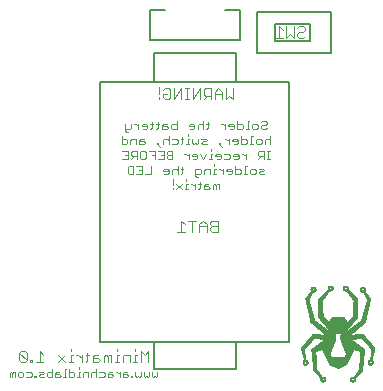
<source format=gbo>
G04 This is an RS-274x file exported by *
G04 gerbv version 2.6.0 *
G04 More information is available about gerbv at *
G04 http://gerbv.gpleda.org/ *
G04 --End of header info--*
%MOIN*%
%FSLAX34Y34*%
%IPPOS*%
G04 --Define apertures--*
%ADD10C,0.0040*%
%ADD11C,0.0030*%
%ADD12C,0.0050*%
%ADD13C,0.0000*%
%ADD14C,0.0001*%
%ADD15C,0.0160*%
G04 --Start main section--*
G54D10*
G01X0000667Y0002376D02*
G01X0000788Y0002376D01*
G01X0000788Y0002376D02*
G01X0000848Y0002436D01*
G01X0000848Y0002436D02*
G01X0000607Y0002676D01*
G01X0000607Y0002676D02*
G01X0000607Y0002436D01*
G01X0000607Y0002436D02*
G01X0000667Y0002376D01*
G01X0000848Y0002436D02*
G01X0000848Y0002676D01*
G01X0000848Y0002676D02*
G01X0000788Y0002736D01*
G01X0000788Y0002736D02*
G01X0000667Y0002736D01*
G01X0000667Y0002736D02*
G01X0000607Y0002676D01*
G01X0000972Y0002436D02*
G01X0000972Y0002376D01*
G01X0000972Y0002376D02*
G01X0001032Y0002376D01*
G01X0001032Y0002376D02*
G01X0001032Y0002436D01*
G01X0001032Y0002436D02*
G01X0000972Y0002436D01*
G01X0001160Y0002376D02*
G01X0001400Y0002376D01*
G01X0001280Y0002376D02*
G01X0001280Y0002736D01*
G01X0001280Y0002736D02*
G01X0001400Y0002616D01*
G01X0001896Y0002616D02*
G01X0002137Y0002376D01*
G01X0002262Y0002376D02*
G01X0002382Y0002376D01*
G01X0002322Y0002376D02*
G01X0002322Y0002616D01*
G01X0002322Y0002616D02*
G01X0002382Y0002616D01*
G01X0002509Y0002616D02*
G01X0002569Y0002616D01*
G01X0002569Y0002616D02*
G01X0002689Y0002496D01*
G01X0002689Y0002376D02*
G01X0002689Y0002616D01*
G01X0002815Y0002616D02*
G01X0002935Y0002616D01*
G01X0002875Y0002676D02*
G01X0002875Y0002436D01*
G01X0002875Y0002436D02*
G01X0002815Y0002376D01*
G01X0003063Y0002376D02*
G01X0003063Y0002556D01*
G01X0003063Y0002556D02*
G01X0003123Y0002616D01*
G01X0003123Y0002616D02*
G01X0003243Y0002616D01*
G01X0003243Y0002496D02*
G01X0003063Y0002496D01*
G01X0003063Y0002376D02*
G01X0003243Y0002376D01*
G01X0003243Y0002376D02*
G01X0003303Y0002436D01*
G01X0003303Y0002436D02*
G01X0003243Y0002496D01*
G01X0003431Y0002556D02*
G01X0003431Y0002376D01*
G01X0003551Y0002376D02*
G01X0003551Y0002556D01*
G01X0003551Y0002556D02*
G01X0003491Y0002616D01*
G01X0003491Y0002616D02*
G01X0003431Y0002556D01*
G01X0003551Y0002556D02*
G01X0003611Y0002616D01*
G01X0003611Y0002616D02*
G01X0003671Y0002616D01*
G01X0003671Y0002616D02*
G01X0003671Y0002376D01*
G01X0003797Y0002376D02*
G01X0003917Y0002376D01*
G01X0003857Y0002376D02*
G01X0003857Y0002616D01*
G01X0003857Y0002616D02*
G01X0003917Y0002616D01*
G01X0003857Y0002736D02*
G01X0003857Y0002796D01*
G01X0004045Y0002556D02*
G01X0004045Y0002376D01*
G01X0004045Y0002556D02*
G01X0004105Y0002616D01*
G01X0004105Y0002616D02*
G01X0004285Y0002616D01*
G01X0004285Y0002616D02*
G01X0004285Y0002376D01*
G01X0004411Y0002376D02*
G01X0004531Y0002376D01*
G01X0004471Y0002376D02*
G01X0004471Y0002616D01*
G01X0004471Y0002616D02*
G01X0004531Y0002616D01*
G01X0004471Y0002736D02*
G01X0004471Y0002796D01*
G01X0004659Y0002736D02*
G01X0004779Y0002616D01*
G01X0004779Y0002616D02*
G01X0004899Y0002736D01*
G01X0004899Y0002736D02*
G01X0004899Y0002376D01*
G01X0004659Y0002376D02*
G01X0004659Y0002736D01*
G01X0002322Y0002796D02*
G01X0002322Y0002736D01*
G01X0002137Y0002616D02*
G01X0001896Y0002376D01*
G01X0005273Y0011126D02*
G01X0005273Y0011186D01*
G01X0005273Y0011306D02*
G01X0005273Y0011546D01*
G01X0005401Y0011426D02*
G01X0005461Y0011486D01*
G01X0005461Y0011486D02*
G01X0005581Y0011486D01*
G01X0005581Y0011486D02*
G01X0005641Y0011426D01*
G01X0005641Y0011426D02*
G01X0005641Y0011186D01*
G01X0005641Y0011186D02*
G01X0005581Y0011126D01*
G01X0005581Y0011126D02*
G01X0005461Y0011126D01*
G01X0005461Y0011126D02*
G01X0005401Y0011186D01*
G01X0005401Y0011186D02*
G01X0005401Y0011306D01*
G01X0005401Y0011306D02*
G01X0005521Y0011306D01*
G01X0005769Y0011126D02*
G01X0005769Y0011486D01*
G01X0006009Y0011486D02*
G01X0005769Y0011126D01*
G01X0006009Y0011126D02*
G01X0006009Y0011486D01*
G01X0006135Y0011486D02*
G01X0006255Y0011486D01*
G01X0006195Y0011486D02*
G01X0006195Y0011126D01*
G01X0006255Y0011126D02*
G01X0006135Y0011126D01*
G01X0006383Y0011126D02*
G01X0006383Y0011486D01*
G01X0006623Y0011486D02*
G01X0006383Y0011126D01*
G01X0006623Y0011126D02*
G01X0006623Y0011486D01*
G01X0006751Y0011426D02*
G01X0006751Y0011306D01*
G01X0006751Y0011306D02*
G01X0006811Y0011246D01*
G01X0006811Y0011246D02*
G01X0006992Y0011246D01*
G01X0006992Y0011126D02*
G01X0006992Y0011486D01*
G01X0006992Y0011486D02*
G01X0006811Y0011486D01*
G01X0006811Y0011486D02*
G01X0006751Y0011426D01*
G01X0006872Y0011246D02*
G01X0006751Y0011126D01*
G01X0007120Y0011126D02*
G01X0007120Y0011366D01*
G01X0007120Y0011366D02*
G01X0007240Y0011486D01*
G01X0007240Y0011486D02*
G01X0007360Y0011366D01*
G01X0007360Y0011366D02*
G01X0007360Y0011126D01*
G01X0007488Y0011126D02*
G01X0007488Y0011486D01*
G01X0007360Y0011306D02*
G01X0007120Y0011306D01*
G01X0007488Y0011126D02*
G01X0007608Y0011246D01*
G01X0007608Y0011246D02*
G01X0007728Y0011126D01*
G01X0007728Y0011126D02*
G01X0007728Y0011486D01*
G54D11*
G01X0000281Y0002006D02*
G01X0000281Y0001871D01*
G01X0000371Y0001871D02*
G01X0000371Y0002006D01*
G01X0000371Y0002006D02*
G01X0000326Y0002051D01*
G01X0000326Y0002051D02*
G01X0000281Y0002006D01*
G01X0000371Y0002006D02*
G01X0000416Y0002051D01*
G01X0000416Y0002051D02*
G01X0000461Y0002051D01*
G01X0000461Y0002051D02*
G01X0000461Y0001871D01*
G01X0000557Y0001916D02*
G01X0000557Y0002006D01*
G01X0000557Y0002006D02*
G01X0000602Y0002051D01*
G01X0000602Y0002051D02*
G01X0000692Y0002051D01*
G01X0000692Y0002051D02*
G01X0000737Y0002006D01*
G01X0000737Y0002006D02*
G01X0000737Y0001916D01*
G01X0000737Y0001916D02*
G01X0000692Y0001871D01*
G01X0000692Y0001871D02*
G01X0000602Y0001871D01*
G01X0000602Y0001871D02*
G01X0000557Y0001916D01*
G01X0000834Y0001871D02*
G01X0000969Y0001871D01*
G01X0000969Y0001871D02*
G01X0001014Y0001916D01*
G01X0001014Y0001916D02*
G01X0001014Y0002006D01*
G01X0001014Y0002006D02*
G01X0000969Y0002051D01*
G01X0000969Y0002051D02*
G01X0000834Y0002051D01*
G01X0001107Y0001916D02*
G01X0001107Y0001871D01*
G01X0001107Y0001871D02*
G01X0001152Y0001871D01*
G01X0001152Y0001871D02*
G01X0001152Y0001916D01*
G01X0001152Y0001916D02*
G01X0001107Y0001916D01*
G01X0001248Y0001916D02*
G01X0001293Y0001961D01*
G01X0001293Y0001961D02*
G01X0001383Y0001961D01*
G01X0001383Y0001961D02*
G01X0001428Y0002006D01*
G01X0001428Y0002006D02*
G01X0001383Y0002051D01*
G01X0001383Y0002051D02*
G01X0001248Y0002051D01*
G01X0001248Y0001916D02*
G01X0001293Y0001871D01*
G01X0001293Y0001871D02*
G01X0001428Y0001871D01*
G01X0001524Y0001916D02*
G01X0001524Y0002006D01*
G01X0001524Y0002006D02*
G01X0001569Y0002051D01*
G01X0001569Y0002051D02*
G01X0001704Y0002051D01*
G01X0001704Y0002141D02*
G01X0001704Y0001871D01*
G01X0001704Y0001871D02*
G01X0001569Y0001871D01*
G01X0001569Y0001871D02*
G01X0001524Y0001916D01*
G01X0001800Y0001961D02*
G01X0001936Y0001961D01*
G01X0001936Y0001961D02*
G01X0001981Y0001916D01*
G01X0001981Y0001916D02*
G01X0001936Y0001871D01*
G01X0001936Y0001871D02*
G01X0001800Y0001871D01*
G01X0001800Y0001871D02*
G01X0001800Y0002006D01*
G01X0001800Y0002006D02*
G01X0001845Y0002051D01*
G01X0001845Y0002051D02*
G01X0001936Y0002051D01*
G01X0002120Y0002141D02*
G01X0002120Y0001871D01*
G01X0002165Y0001871D02*
G01X0002075Y0001871D01*
G01X0002261Y0001871D02*
G01X0002396Y0001871D01*
G01X0002396Y0001871D02*
G01X0002441Y0001916D01*
G01X0002441Y0001916D02*
G01X0002441Y0002006D01*
G01X0002441Y0002006D02*
G01X0002396Y0002051D01*
G01X0002396Y0002051D02*
G01X0002261Y0002051D01*
G01X0002261Y0002141D02*
G01X0002261Y0001871D01*
G01X0002535Y0001871D02*
G01X0002625Y0001871D01*
G01X0002580Y0001871D02*
G01X0002580Y0002051D01*
G01X0002580Y0002051D02*
G01X0002625Y0002051D01*
G01X0002580Y0002141D02*
G01X0002580Y0002186D01*
G01X0002721Y0002006D02*
G01X0002721Y0001871D01*
G01X0002721Y0002006D02*
G01X0002766Y0002051D01*
G01X0002766Y0002051D02*
G01X0002901Y0002051D01*
G01X0002901Y0002051D02*
G01X0002901Y0001871D01*
G01X0002997Y0001871D02*
G01X0002997Y0002006D01*
G01X0002997Y0002006D02*
G01X0003042Y0002051D01*
G01X0003042Y0002051D02*
G01X0003133Y0002051D01*
G01X0003133Y0002051D02*
G01X0003178Y0002006D01*
G01X0003274Y0002051D02*
G01X0003409Y0002051D01*
G01X0003409Y0002051D02*
G01X0003454Y0002006D01*
G01X0003454Y0002006D02*
G01X0003454Y0001916D01*
G01X0003454Y0001916D02*
G01X0003409Y0001871D01*
G01X0003409Y0001871D02*
G01X0003274Y0001871D01*
G01X0003178Y0001871D02*
G01X0003178Y0002141D01*
G01X0003550Y0002006D02*
G01X0003550Y0001871D01*
G01X0003550Y0001871D02*
G01X0003685Y0001871D01*
G01X0003685Y0001871D02*
G01X0003730Y0001916D01*
G01X0003730Y0001916D02*
G01X0003685Y0001961D01*
G01X0003685Y0001961D02*
G01X0003550Y0001961D01*
G01X0003550Y0002006D02*
G01X0003595Y0002051D01*
G01X0003595Y0002051D02*
G01X0003685Y0002051D01*
G01X0003825Y0002051D02*
G01X0003870Y0002051D01*
G01X0003870Y0002051D02*
G01X0003960Y0001961D01*
G01X0003960Y0001871D02*
G01X0003960Y0002051D01*
G01X0004056Y0002006D02*
G01X0004056Y0001871D01*
G01X0004056Y0001871D02*
G01X0004191Y0001871D01*
G01X0004191Y0001871D02*
G01X0004236Y0001916D01*
G01X0004236Y0001916D02*
G01X0004191Y0001961D01*
G01X0004191Y0001961D02*
G01X0004056Y0001961D01*
G01X0004056Y0002006D02*
G01X0004101Y0002051D01*
G01X0004101Y0002051D02*
G01X0004191Y0002051D01*
G01X0004330Y0001916D02*
G01X0004330Y0001871D01*
G01X0004330Y0001871D02*
G01X0004375Y0001871D01*
G01X0004375Y0001871D02*
G01X0004375Y0001916D01*
G01X0004375Y0001916D02*
G01X0004330Y0001916D01*
G01X0004471Y0001916D02*
G01X0004471Y0002051D01*
G01X0004471Y0001916D02*
G01X0004516Y0001871D01*
G01X0004516Y0001871D02*
G01X0004561Y0001916D01*
G01X0004561Y0001916D02*
G01X0004606Y0001871D01*
G01X0004606Y0001871D02*
G01X0004651Y0001916D01*
G01X0004651Y0001916D02*
G01X0004651Y0002051D01*
G01X0004747Y0002051D02*
G01X0004747Y0001916D01*
G01X0004747Y0001916D02*
G01X0004792Y0001871D01*
G01X0004792Y0001871D02*
G01X0004837Y0001916D01*
G01X0004837Y0001916D02*
G01X0004882Y0001871D01*
G01X0004882Y0001871D02*
G01X0004927Y0001916D01*
G01X0004927Y0001916D02*
G01X0004927Y0002051D01*
G01X0005023Y0002051D02*
G01X0005023Y0001916D01*
G01X0005023Y0001916D02*
G01X0005068Y0001871D01*
G01X0005068Y0001871D02*
G01X0005113Y0001916D01*
G01X0005113Y0001916D02*
G01X0005158Y0001871D01*
G01X0005158Y0001871D02*
G01X0005203Y0001916D01*
G01X0005203Y0001916D02*
G01X0005203Y0002051D01*
G01X0002165Y0002141D02*
G01X0002120Y0002141D01*
G01X0005873Y0006711D02*
G01X0006120Y0006711D01*
G01X0005996Y0006711D02*
G01X0005996Y0007082D01*
G01X0005996Y0007082D02*
G01X0006120Y0006958D01*
G01X0006241Y0007082D02*
G01X0006488Y0007082D01*
G01X0006364Y0007082D02*
G01X0006364Y0006711D01*
G01X0006609Y0006711D02*
G01X0006609Y0006958D01*
G01X0006609Y0006958D02*
G01X0006733Y0007082D01*
G01X0006733Y0007082D02*
G01X0006856Y0006958D01*
G01X0006856Y0006958D02*
G01X0006856Y0006711D01*
G01X0006978Y0006773D02*
G01X0007039Y0006711D01*
G01X0007039Y0006711D02*
G01X0007224Y0006711D01*
G01X0007224Y0006711D02*
G01X0007224Y0007082D01*
G01X0007224Y0007082D02*
G01X0007039Y0007082D01*
G01X0007039Y0007082D02*
G01X0006978Y0007020D01*
G01X0006978Y0007020D02*
G01X0006978Y0006958D01*
G01X0006978Y0006958D02*
G01X0007039Y0006897D01*
G01X0007039Y0006897D02*
G01X0007224Y0006897D01*
G01X0007039Y0006897D02*
G01X0006978Y0006835D01*
G01X0006978Y0006835D02*
G01X0006978Y0006773D01*
G01X0006856Y0006897D02*
G01X0006609Y0006897D01*
G01X0006568Y0008121D02*
G01X0006617Y0008169D01*
G01X0006617Y0008169D02*
G01X0006617Y0008363D01*
G01X0006665Y0008314D02*
G01X0006568Y0008314D01*
G01X0006469Y0008314D02*
G01X0006469Y0008121D01*
G01X0006469Y0008218D02*
G01X0006372Y0008314D01*
G01X0006372Y0008314D02*
G01X0006324Y0008314D01*
G01X0006223Y0008314D02*
G01X0006175Y0008314D01*
G01X0006175Y0008314D02*
G01X0006175Y0008121D01*
G01X0006223Y0008121D02*
G01X0006126Y0008121D01*
G01X0006027Y0008121D02*
G01X0005833Y0008314D01*
G01X0005732Y0008266D02*
G01X0005732Y0008460D01*
G01X0005686Y0008621D02*
G01X0005686Y0008766D01*
G01X0005686Y0008766D02*
G01X0005734Y0008814D01*
G01X0005734Y0008814D02*
G01X0005831Y0008814D01*
G01X0005831Y0008814D02*
G01X0005879Y0008766D01*
G01X0005979Y0008814D02*
G01X0006076Y0008814D01*
G01X0006027Y0008863D02*
G01X0006027Y0008669D01*
G01X0006027Y0008669D02*
G01X0005979Y0008621D01*
G01X0005879Y0008621D02*
G01X0005879Y0008911D01*
G01X0005585Y0008766D02*
G01X0005536Y0008814D01*
G01X0005536Y0008814D02*
G01X0005440Y0008814D01*
G01X0005440Y0008814D02*
G01X0005391Y0008766D01*
G01X0005391Y0008766D02*
G01X0005391Y0008718D01*
G01X0005391Y0008718D02*
G01X0005585Y0008718D01*
G01X0005585Y0008766D02*
G01X0005585Y0008669D01*
G01X0005585Y0008669D02*
G01X0005536Y0008621D01*
G01X0005536Y0008621D02*
G01X0005440Y0008621D01*
G01X0004995Y0008621D02*
G01X0004802Y0008621D01*
G01X0004701Y0008621D02*
G01X0004507Y0008621D01*
G01X0004406Y0008621D02*
G01X0004261Y0008621D01*
G01X0004261Y0008621D02*
G01X0004213Y0008669D01*
G01X0004213Y0008669D02*
G01X0004213Y0008863D01*
G01X0004213Y0008863D02*
G01X0004261Y0008911D01*
G01X0004261Y0008911D02*
G01X0004406Y0008911D01*
G01X0004406Y0008911D02*
G01X0004406Y0008621D01*
G01X0004604Y0008766D02*
G01X0004701Y0008766D01*
G01X0004701Y0008911D02*
G01X0004701Y0008621D01*
G01X0004995Y0008621D02*
G01X0004995Y0008911D01*
G01X0004701Y0008911D02*
G01X0004507Y0008911D01*
G01X0004529Y0009121D02*
G01X0004529Y0009411D01*
G01X0004529Y0009411D02*
G01X0004384Y0009411D01*
G01X0004384Y0009411D02*
G01X0004335Y0009363D01*
G01X0004335Y0009363D02*
G01X0004335Y0009266D01*
G01X0004335Y0009266D02*
G01X0004384Y0009218D01*
G01X0004384Y0009218D02*
G01X0004529Y0009218D01*
G01X0004432Y0009218D02*
G01X0004335Y0009121D01*
G01X0004234Y0009121D02*
G01X0004041Y0009121D01*
G01X0004138Y0009266D02*
G01X0004234Y0009266D01*
G01X0004234Y0009411D02*
G01X0004234Y0009121D01*
G01X0004234Y0009411D02*
G01X0004041Y0009411D01*
G01X0004016Y0009621D02*
G01X0004161Y0009621D01*
G01X0004161Y0009621D02*
G01X0004210Y0009669D01*
G01X0004210Y0009669D02*
G01X0004210Y0009766D01*
G01X0004210Y0009766D02*
G01X0004161Y0009814D01*
G01X0004161Y0009814D02*
G01X0004016Y0009814D01*
G01X0004016Y0009911D02*
G01X0004016Y0009621D01*
G01X0004311Y0009621D02*
G01X0004311Y0009766D01*
G01X0004311Y0009766D02*
G01X0004359Y0009814D01*
G01X0004359Y0009814D02*
G01X0004504Y0009814D01*
G01X0004504Y0009814D02*
G01X0004504Y0009621D01*
G01X0004606Y0009621D02*
G01X0004751Y0009621D01*
G01X0004751Y0009621D02*
G01X0004799Y0009669D01*
G01X0004799Y0009669D02*
G01X0004751Y0009718D01*
G01X0004751Y0009718D02*
G01X0004606Y0009718D01*
G01X0004606Y0009766D02*
G01X0004606Y0009621D01*
G01X0004606Y0009766D02*
G01X0004654Y0009814D01*
G01X0004654Y0009814D02*
G01X0004751Y0009814D01*
G01X0004728Y0010121D02*
G01X0004824Y0010121D01*
G01X0004824Y0010121D02*
G01X0004873Y0010169D01*
G01X0004873Y0010169D02*
G01X0004873Y0010266D01*
G01X0004873Y0010266D02*
G01X0004824Y0010314D01*
G01X0004824Y0010314D02*
G01X0004728Y0010314D01*
G01X0004728Y0010314D02*
G01X0004679Y0010266D01*
G01X0004679Y0010266D02*
G01X0004679Y0010218D01*
G01X0004679Y0010218D02*
G01X0004873Y0010218D01*
G01X0004972Y0010314D02*
G01X0005069Y0010314D01*
G01X0005021Y0010363D02*
G01X0005021Y0010169D01*
G01X0005021Y0010169D02*
G01X0004972Y0010121D01*
G01X0005169Y0010121D02*
G01X0005217Y0010169D01*
G01X0005217Y0010169D02*
G01X0005217Y0010363D01*
G01X0005169Y0010314D02*
G01X0005266Y0010314D01*
G01X0005367Y0010266D02*
G01X0005367Y0010121D01*
G01X0005367Y0010121D02*
G01X0005512Y0010121D01*
G01X0005512Y0010121D02*
G01X0005560Y0010169D01*
G01X0005560Y0010169D02*
G01X0005512Y0010218D01*
G01X0005512Y0010218D02*
G01X0005367Y0010218D01*
G01X0005367Y0010266D02*
G01X0005415Y0010314D01*
G01X0005415Y0010314D02*
G01X0005512Y0010314D01*
G01X0005661Y0010266D02*
G01X0005710Y0010314D01*
G01X0005710Y0010314D02*
G01X0005855Y0010314D01*
G01X0005855Y0010411D02*
G01X0005855Y0010121D01*
G01X0005855Y0010121D02*
G01X0005710Y0010121D01*
G01X0005710Y0010121D02*
G01X0005661Y0010169D01*
G01X0005661Y0010169D02*
G01X0005661Y0010266D01*
G01X0005585Y0009911D02*
G01X0005585Y0009621D01*
G01X0005686Y0009621D02*
G01X0005831Y0009621D01*
G01X0005831Y0009621D02*
G01X0005879Y0009669D01*
G01X0005879Y0009669D02*
G01X0005879Y0009766D01*
G01X0005879Y0009766D02*
G01X0005831Y0009814D01*
G01X0005831Y0009814D02*
G01X0005686Y0009814D01*
G01X0005585Y0009766D02*
G01X0005536Y0009814D01*
G01X0005536Y0009814D02*
G01X0005440Y0009814D01*
G01X0005440Y0009814D02*
G01X0005391Y0009766D01*
G01X0005391Y0009766D02*
G01X0005391Y0009621D01*
G01X0005290Y0009524D02*
G01X0005193Y0009621D01*
G01X0005193Y0009621D02*
G01X0005242Y0009621D01*
G01X0005242Y0009621D02*
G01X0005242Y0009669D01*
G01X0005242Y0009669D02*
G01X0005193Y0009669D01*
G01X0005193Y0009669D02*
G01X0005193Y0009621D01*
G01X0005219Y0009411D02*
G01X0005413Y0009411D01*
G01X0005413Y0009411D02*
G01X0005413Y0009121D01*
G01X0005413Y0009121D02*
G01X0005219Y0009121D01*
G01X0005118Y0009121D02*
G01X0005118Y0009411D01*
G01X0005118Y0009411D02*
G01X0004925Y0009411D01*
G01X0004824Y0009363D02*
G01X0004824Y0009169D01*
G01X0004824Y0009169D02*
G01X0004775Y0009121D01*
G01X0004775Y0009121D02*
G01X0004678Y0009121D01*
G01X0004678Y0009121D02*
G01X0004630Y0009169D01*
G01X0004630Y0009169D02*
G01X0004630Y0009363D01*
G01X0004630Y0009363D02*
G01X0004678Y0009411D01*
G01X0004678Y0009411D02*
G01X0004775Y0009411D01*
G01X0004775Y0009411D02*
G01X0004824Y0009363D01*
G01X0005021Y0009266D02*
G01X0005118Y0009266D01*
G01X0005316Y0009266D02*
G01X0005413Y0009266D01*
G01X0005514Y0009218D02*
G01X0005514Y0009169D01*
G01X0005514Y0009169D02*
G01X0005562Y0009121D01*
G01X0005562Y0009121D02*
G01X0005708Y0009121D01*
G01X0005708Y0009121D02*
G01X0005708Y0009411D01*
G01X0005708Y0009411D02*
G01X0005562Y0009411D01*
G01X0005562Y0009411D02*
G01X0005514Y0009363D01*
G01X0005514Y0009363D02*
G01X0005514Y0009314D01*
G01X0005514Y0009314D02*
G01X0005562Y0009266D01*
G01X0005562Y0009266D02*
G01X0005708Y0009266D01*
G01X0005562Y0009266D02*
G01X0005514Y0009218D01*
G01X0005979Y0009621D02*
G01X0006027Y0009669D01*
G01X0006027Y0009669D02*
G01X0006027Y0009863D01*
G01X0005979Y0009814D02*
G01X0006076Y0009814D01*
G01X0006224Y0009814D02*
G01X0006224Y0009621D01*
G01X0006272Y0009621D02*
G01X0006176Y0009621D01*
G01X0006224Y0009814D02*
G01X0006272Y0009814D01*
G01X0006373Y0009814D02*
G01X0006373Y0009669D01*
G01X0006373Y0009669D02*
G01X0006422Y0009621D01*
G01X0006422Y0009621D02*
G01X0006470Y0009669D01*
G01X0006470Y0009669D02*
G01X0006519Y0009621D01*
G01X0006519Y0009621D02*
G01X0006567Y0009669D01*
G01X0006567Y0009669D02*
G01X0006567Y0009814D01*
G01X0006668Y0009814D02*
G01X0006813Y0009814D01*
G01X0006813Y0009814D02*
G01X0006862Y0009766D01*
G01X0006862Y0009766D02*
G01X0006813Y0009718D01*
G01X0006813Y0009718D02*
G01X0006716Y0009718D01*
G01X0006716Y0009718D02*
G01X0006668Y0009669D01*
G01X0006668Y0009669D02*
G01X0006716Y0009621D01*
G01X0006716Y0009621D02*
G01X0006862Y0009621D01*
G01X0006985Y0009460D02*
G01X0006985Y0009411D01*
G01X0006985Y0009314D02*
G01X0006985Y0009121D01*
G01X0007033Y0009121D02*
G01X0006937Y0009121D01*
G01X0006740Y0009121D02*
G01X0006644Y0009314D01*
G01X0006542Y0009266D02*
G01X0006542Y0009169D01*
G01X0006542Y0009169D02*
G01X0006494Y0009121D01*
G01X0006494Y0009121D02*
G01X0006397Y0009121D01*
G01X0006349Y0009218D02*
G01X0006542Y0009218D01*
G01X0006542Y0009266D02*
G01X0006494Y0009314D01*
G01X0006494Y0009314D02*
G01X0006397Y0009314D01*
G01X0006397Y0009314D02*
G01X0006349Y0009266D01*
G01X0006349Y0009266D02*
G01X0006349Y0009218D01*
G01X0006248Y0009218D02*
G01X0006151Y0009314D01*
G01X0006151Y0009314D02*
G01X0006103Y0009314D01*
G01X0006248Y0009314D02*
G01X0006248Y0009121D01*
G01X0006472Y0008814D02*
G01X0006617Y0008814D01*
G01X0006617Y0008814D02*
G01X0006665Y0008766D01*
G01X0006665Y0008766D02*
G01X0006665Y0008669D01*
G01X0006665Y0008669D02*
G01X0006617Y0008621D01*
G01X0006617Y0008621D02*
G01X0006472Y0008621D01*
G01X0006472Y0008573D02*
G01X0006472Y0008814D01*
G01X0006766Y0008766D02*
G01X0006766Y0008621D01*
G01X0006766Y0008766D02*
G01X0006815Y0008814D01*
G01X0006815Y0008814D02*
G01X0006960Y0008814D01*
G01X0006960Y0008814D02*
G01X0006960Y0008621D01*
G01X0007059Y0008621D02*
G01X0007156Y0008621D01*
G01X0007108Y0008621D02*
G01X0007108Y0008814D01*
G01X0007108Y0008814D02*
G01X0007156Y0008814D01*
G01X0007257Y0008814D02*
G01X0007305Y0008814D01*
G01X0007305Y0008814D02*
G01X0007402Y0008718D01*
G01X0007402Y0008814D02*
G01X0007402Y0008621D01*
G01X0007503Y0008718D02*
G01X0007696Y0008718D01*
G01X0007696Y0008766D02*
G01X0007648Y0008814D01*
G01X0007648Y0008814D02*
G01X0007551Y0008814D01*
G01X0007551Y0008814D02*
G01X0007503Y0008766D01*
G01X0007503Y0008766D02*
G01X0007503Y0008718D01*
G01X0007551Y0008621D02*
G01X0007648Y0008621D01*
G01X0007648Y0008621D02*
G01X0007696Y0008669D01*
G01X0007696Y0008669D02*
G01X0007696Y0008766D01*
G01X0007798Y0008814D02*
G01X0007943Y0008814D01*
G01X0007943Y0008814D02*
G01X0007991Y0008766D01*
G01X0007991Y0008766D02*
G01X0007991Y0008669D01*
G01X0007991Y0008669D02*
G01X0007943Y0008621D01*
G01X0007943Y0008621D02*
G01X0007798Y0008621D01*
G01X0007798Y0008621D02*
G01X0007798Y0008911D01*
G01X0007772Y0009121D02*
G01X0007869Y0009121D01*
G01X0007869Y0009121D02*
G01X0007917Y0009169D01*
G01X0007917Y0009169D02*
G01X0007917Y0009266D01*
G01X0007917Y0009266D02*
G01X0007869Y0009314D01*
G01X0007869Y0009314D02*
G01X0007772Y0009314D01*
G01X0007772Y0009314D02*
G01X0007724Y0009266D01*
G01X0007724Y0009266D02*
G01X0007724Y0009218D01*
G01X0007724Y0009218D02*
G01X0007917Y0009218D01*
G01X0008018Y0009314D02*
G01X0008066Y0009314D01*
G01X0008066Y0009314D02*
G01X0008163Y0009218D01*
G01X0008163Y0009314D02*
G01X0008163Y0009121D01*
G01X0008139Y0008911D02*
G01X0008139Y0008621D01*
G01X0008091Y0008621D02*
G01X0008188Y0008621D01*
G01X0008289Y0008669D02*
G01X0008289Y0008766D01*
G01X0008289Y0008766D02*
G01X0008337Y0008814D01*
G01X0008337Y0008814D02*
G01X0008434Y0008814D01*
G01X0008434Y0008814D02*
G01X0008482Y0008766D01*
G01X0008482Y0008766D02*
G01X0008482Y0008669D01*
G01X0008482Y0008669D02*
G01X0008434Y0008621D01*
G01X0008434Y0008621D02*
G01X0008337Y0008621D01*
G01X0008337Y0008621D02*
G01X0008289Y0008669D01*
G01X0008188Y0008911D02*
G01X0008139Y0008911D01*
G01X0008559Y0009121D02*
G01X0008656Y0009218D01*
G01X0008607Y0009218D02*
G01X0008752Y0009218D01*
G01X0008752Y0009121D02*
G01X0008752Y0009411D01*
G01X0008752Y0009411D02*
G01X0008607Y0009411D01*
G01X0008607Y0009411D02*
G01X0008559Y0009363D01*
G01X0008559Y0009363D02*
G01X0008559Y0009266D01*
G01X0008559Y0009266D02*
G01X0008607Y0009218D01*
G01X0008852Y0009121D02*
G01X0008949Y0009121D01*
G01X0008900Y0009121D02*
G01X0008900Y0009411D01*
G01X0008852Y0009411D02*
G01X0008949Y0009411D01*
G01X0008973Y0009621D02*
G01X0008973Y0009911D01*
G01X0008925Y0009814D02*
G01X0008828Y0009814D01*
G01X0008828Y0009814D02*
G01X0008780Y0009766D01*
G01X0008780Y0009766D02*
G01X0008780Y0009621D01*
G01X0008679Y0009669D02*
G01X0008679Y0009766D01*
G01X0008679Y0009766D02*
G01X0008630Y0009814D01*
G01X0008630Y0009814D02*
G01X0008533Y0009814D01*
G01X0008533Y0009814D02*
G01X0008485Y0009766D01*
G01X0008485Y0009766D02*
G01X0008485Y0009669D01*
G01X0008485Y0009669D02*
G01X0008533Y0009621D01*
G01X0008533Y0009621D02*
G01X0008630Y0009621D01*
G01X0008630Y0009621D02*
G01X0008679Y0009669D01*
G01X0008925Y0009814D02*
G01X0008973Y0009766D01*
G01X0008802Y0010121D02*
G01X0008705Y0010121D01*
G01X0008705Y0010121D02*
G01X0008657Y0010169D01*
G01X0008657Y0010169D02*
G01X0008657Y0010218D01*
G01X0008657Y0010218D02*
G01X0008705Y0010266D01*
G01X0008705Y0010266D02*
G01X0008802Y0010266D01*
G01X0008802Y0010266D02*
G01X0008850Y0010314D01*
G01X0008850Y0010314D02*
G01X0008850Y0010363D01*
G01X0008850Y0010363D02*
G01X0008802Y0010411D01*
G01X0008802Y0010411D02*
G01X0008705Y0010411D01*
G01X0008705Y0010411D02*
G01X0008657Y0010363D01*
G01X0008556Y0010266D02*
G01X0008556Y0010169D01*
G01X0008556Y0010169D02*
G01X0008507Y0010121D01*
G01X0008507Y0010121D02*
G01X0008411Y0010121D01*
G01X0008411Y0010121D02*
G01X0008362Y0010169D01*
G01X0008362Y0010169D02*
G01X0008362Y0010266D01*
G01X0008362Y0010266D02*
G01X0008411Y0010314D01*
G01X0008411Y0010314D02*
G01X0008507Y0010314D01*
G01X0008507Y0010314D02*
G01X0008556Y0010266D01*
G01X0008261Y0010121D02*
G01X0008164Y0010121D01*
G01X0008213Y0010121D02*
G01X0008213Y0010411D01*
G01X0008213Y0010411D02*
G01X0008261Y0010411D01*
G01X0008065Y0010266D02*
G01X0008016Y0010314D01*
G01X0008016Y0010314D02*
G01X0007871Y0010314D01*
G01X0007871Y0010411D02*
G01X0007871Y0010121D01*
G01X0007871Y0010121D02*
G01X0008016Y0010121D01*
G01X0008016Y0010121D02*
G01X0008065Y0010169D01*
G01X0008065Y0010169D02*
G01X0008065Y0010266D01*
G01X0007770Y0010266D02*
G01X0007722Y0010314D01*
G01X0007722Y0010314D02*
G01X0007625Y0010314D01*
G01X0007625Y0010314D02*
G01X0007577Y0010266D01*
G01X0007577Y0010266D02*
G01X0007577Y0010218D01*
G01X0007577Y0010218D02*
G01X0007770Y0010218D01*
G01X0007770Y0010266D02*
G01X0007770Y0010169D01*
G01X0007770Y0010169D02*
G01X0007722Y0010121D01*
G01X0007722Y0010121D02*
G01X0007625Y0010121D01*
G01X0007475Y0010121D02*
G01X0007475Y0010314D01*
G01X0007379Y0010314D02*
G01X0007330Y0010314D01*
G01X0007379Y0010314D02*
G01X0007475Y0010218D01*
G01X0007501Y0009814D02*
G01X0007453Y0009814D01*
G01X0007501Y0009814D02*
G01X0007598Y0009718D01*
G01X0007598Y0009814D02*
G01X0007598Y0009621D01*
G01X0007699Y0009718D02*
G01X0007893Y0009718D01*
G01X0007893Y0009766D02*
G01X0007844Y0009814D01*
G01X0007844Y0009814D02*
G01X0007748Y0009814D01*
G01X0007748Y0009814D02*
G01X0007699Y0009766D01*
G01X0007699Y0009766D02*
G01X0007699Y0009718D01*
G01X0007748Y0009621D02*
G01X0007844Y0009621D01*
G01X0007844Y0009621D02*
G01X0007893Y0009669D01*
G01X0007893Y0009669D02*
G01X0007893Y0009766D01*
G01X0007994Y0009814D02*
G01X0008139Y0009814D01*
G01X0008139Y0009814D02*
G01X0008188Y0009766D01*
G01X0008188Y0009766D02*
G01X0008188Y0009669D01*
G01X0008188Y0009669D02*
G01X0008139Y0009621D01*
G01X0008139Y0009621D02*
G01X0007994Y0009621D01*
G01X0007994Y0009621D02*
G01X0007994Y0009911D01*
G01X0008336Y0009911D02*
G01X0008336Y0009621D01*
G01X0008384Y0009621D02*
G01X0008287Y0009621D01*
G01X0008336Y0009911D02*
G01X0008384Y0009911D01*
G01X0008802Y0010121D02*
G01X0008850Y0010169D01*
G01X0007623Y0009266D02*
G01X0007623Y0009169D01*
G01X0007623Y0009169D02*
G01X0007574Y0009121D01*
G01X0007574Y0009121D02*
G01X0007429Y0009121D01*
G01X0007328Y0009169D02*
G01X0007328Y0009266D01*
G01X0007328Y0009266D02*
G01X0007280Y0009314D01*
G01X0007280Y0009314D02*
G01X0007183Y0009314D01*
G01X0007183Y0009314D02*
G01X0007135Y0009266D01*
G01X0007135Y0009266D02*
G01X0007135Y0009218D01*
G01X0007135Y0009218D02*
G01X0007328Y0009218D01*
G01X0007328Y0009169D02*
G01X0007280Y0009121D01*
G01X0007280Y0009121D02*
G01X0007183Y0009121D01*
G01X0007033Y0009314D02*
G01X0006985Y0009314D01*
G01X0006837Y0009314D02*
G01X0006740Y0009121D01*
G01X0007108Y0008960D02*
G01X0007108Y0008911D01*
G01X0007429Y0009314D02*
G01X0007574Y0009314D01*
G01X0007574Y0009314D02*
G01X0007623Y0009266D01*
G01X0007353Y0009524D02*
G01X0007256Y0009621D01*
G01X0007256Y0009621D02*
G01X0007304Y0009621D01*
G01X0007304Y0009621D02*
G01X0007304Y0009669D01*
G01X0007304Y0009669D02*
G01X0007256Y0009669D01*
G01X0007256Y0009669D02*
G01X0007256Y0009621D01*
G01X0006838Y0010121D02*
G01X0006887Y0010169D01*
G01X0006887Y0010169D02*
G01X0006887Y0010363D01*
G01X0006935Y0010314D02*
G01X0006838Y0010314D01*
G01X0006739Y0010266D02*
G01X0006690Y0010314D01*
G01X0006690Y0010314D02*
G01X0006594Y0010314D01*
G01X0006594Y0010314D02*
G01X0006545Y0010266D01*
G01X0006545Y0010266D02*
G01X0006545Y0010121D01*
G01X0006444Y0010169D02*
G01X0006444Y0010266D01*
G01X0006444Y0010266D02*
G01X0006396Y0010314D01*
G01X0006396Y0010314D02*
G01X0006299Y0010314D01*
G01X0006299Y0010314D02*
G01X0006251Y0010266D01*
G01X0006251Y0010266D02*
G01X0006251Y0010218D01*
G01X0006251Y0010218D02*
G01X0006444Y0010218D01*
G01X0006444Y0010169D02*
G01X0006396Y0010121D01*
G01X0006396Y0010121D02*
G01X0006299Y0010121D01*
G01X0006224Y0009960D02*
G01X0006224Y0009911D01*
G01X0006739Y0010121D02*
G01X0006739Y0010411D01*
G01X0008583Y0008814D02*
G01X0008728Y0008814D01*
G01X0008728Y0008814D02*
G01X0008777Y0008766D01*
G01X0008777Y0008766D02*
G01X0008728Y0008718D01*
G01X0008728Y0008718D02*
G01X0008632Y0008718D01*
G01X0008632Y0008718D02*
G01X0008583Y0008669D01*
G01X0008583Y0008669D02*
G01X0008632Y0008621D01*
G01X0008632Y0008621D02*
G01X0008777Y0008621D01*
G01X0007254Y0008314D02*
G01X0007254Y0008121D01*
G01X0007158Y0008121D02*
G01X0007158Y0008266D01*
G01X0007158Y0008266D02*
G01X0007109Y0008314D01*
G01X0007109Y0008314D02*
G01X0007061Y0008266D01*
G01X0007061Y0008266D02*
G01X0007061Y0008121D01*
G01X0006960Y0008169D02*
G01X0006911Y0008218D01*
G01X0006911Y0008218D02*
G01X0006766Y0008218D01*
G01X0006766Y0008266D02*
G01X0006766Y0008121D01*
G01X0006766Y0008121D02*
G01X0006911Y0008121D01*
G01X0006911Y0008121D02*
G01X0006960Y0008169D01*
G01X0006911Y0008314D02*
G01X0006815Y0008314D01*
G01X0006815Y0008314D02*
G01X0006766Y0008266D01*
G01X0006568Y0008524D02*
G01X0006520Y0008524D01*
G01X0006520Y0008524D02*
G01X0006472Y0008573D01*
G01X0006175Y0008460D02*
G01X0006175Y0008411D01*
G01X0006027Y0008314D02*
G01X0005833Y0008121D01*
G01X0005732Y0008121D02*
G01X0005732Y0008169D01*
G01X0007158Y0008266D02*
G01X0007206Y0008314D01*
G01X0007206Y0008314D02*
G01X0007254Y0008314D01*
G01X0004578Y0010121D02*
G01X0004578Y0010314D01*
G01X0004578Y0010218D02*
G01X0004481Y0010314D01*
G01X0004481Y0010314D02*
G01X0004433Y0010314D01*
G01X0004332Y0010314D02*
G01X0004332Y0010169D01*
G01X0004332Y0010169D02*
G01X0004284Y0010121D01*
G01X0004284Y0010121D02*
G01X0004139Y0010121D01*
G01X0004139Y0010073D02*
G01X0004187Y0010024D01*
G01X0004187Y0010024D02*
G01X0004236Y0010024D01*
G01X0004139Y0010073D02*
G01X0004139Y0010314D01*
G01X0009134Y0013184D02*
G01X0009381Y0013184D01*
G01X0009503Y0013184D02*
G01X0009626Y0013307D01*
G01X0009626Y0013307D02*
G01X0009750Y0013184D01*
G01X0009750Y0013184D02*
G01X0009750Y0013554D01*
G01X0009871Y0013492D02*
G01X0009933Y0013554D01*
G01X0009933Y0013554D02*
G01X0010056Y0013554D01*
G01X0010056Y0013554D02*
G01X0010118Y0013492D01*
G01X0010118Y0013492D02*
G01X0010118Y0013430D01*
G01X0010118Y0013430D02*
G01X0010056Y0013369D01*
G01X0010056Y0013369D02*
G01X0009933Y0013369D01*
G01X0009933Y0013369D02*
G01X0009871Y0013307D01*
G01X0009871Y0013307D02*
G01X0009871Y0013245D01*
G01X0009871Y0013245D02*
G01X0009933Y0013184D01*
G01X0009933Y0013184D02*
G01X0010056Y0013184D01*
G01X0010056Y0013184D02*
G01X0010118Y0013245D01*
G01X0009503Y0013184D02*
G01X0009503Y0013554D01*
G01X0009381Y0013430D02*
G01X0009258Y0013554D01*
G01X0009258Y0013554D02*
G01X0009258Y0013184D01*
G54D12*
G01X0009119Y0013061D02*
G01X0009119Y0013651D01*
G01X0009119Y0013651D02*
G01X0010300Y0013651D01*
G01X0010300Y0013651D02*
G01X0010300Y0013061D01*
G01X0010300Y0013061D02*
G01X0009119Y0013061D01*
G01X0008528Y0012667D02*
G01X0008528Y0014045D01*
G01X0008528Y0014045D02*
G01X0010989Y0014045D01*
G01X0010989Y0014045D02*
G01X0010989Y0012667D01*
G01X0010989Y0012667D02*
G01X0008528Y0012667D01*
G01X0007959Y0013106D02*
G01X0004959Y0013106D01*
G01X0004959Y0013106D02*
G01X0004959Y0014106D01*
G01X0004959Y0014106D02*
G01X0005459Y0014106D01*
G01X0005081Y0012671D02*
G01X0007837Y0012671D01*
G01X0007837Y0012671D02*
G01X0007837Y0011687D01*
G01X0007837Y0011687D02*
G01X0005081Y0011687D01*
G01X0005081Y0011687D02*
G01X0005081Y0012671D01*
G01X0005081Y0011687D02*
G01X0003310Y0011687D01*
G01X0003310Y0011687D02*
G01X0003310Y0003025D01*
G01X0003310Y0003025D02*
G01X0005081Y0003025D01*
G01X0005081Y0003025D02*
G01X0005081Y0002139D01*
G01X0005081Y0002139D02*
G01X0007837Y0002139D01*
G01X0007837Y0002139D02*
G01X0007837Y0003025D01*
G01X0007837Y0003025D02*
G01X0009609Y0003025D01*
G01X0009609Y0003025D02*
G01X0009609Y0011687D01*
G01X0009609Y0011687D02*
G01X0007837Y0011687D01*
G01X0007959Y0013106D02*
G01X0007959Y0014106D01*
G01X0007959Y0014106D02*
G01X0007459Y0014106D01*
G01X0007837Y0003025D02*
G01X0005081Y0003025D01*
G54D13*
G01X0012022Y0002090D02*
G01X0012026Y0002122D01*
G01X0012026Y0002122D02*
G01X0012030Y0002157D01*
G01X0012030Y0002157D02*
G01X0012034Y0002189D01*
G01X0012034Y0002189D02*
G01X0012038Y0002224D01*
G01X0012038Y0002224D02*
G01X0012042Y0002256D01*
G01X0012042Y0002256D02*
G01X0012046Y0002291D01*
G01X0012046Y0002291D02*
G01X0012050Y0002322D01*
G01X0012050Y0002322D02*
G01X0012054Y0002358D01*
G01X0012054Y0002358D02*
G01X0012058Y0002389D01*
G01X0012058Y0002389D02*
G01X0012062Y0002425D01*
G01X0012062Y0002425D02*
G01X0012065Y0002456D01*
G01X0012065Y0002456D02*
G01X0012069Y0002492D01*
G01X0012069Y0002492D02*
G01X0012073Y0002523D01*
G01X0012073Y0002523D02*
G01X0012073Y0002559D01*
G01X0012073Y0002559D02*
G01X0012077Y0002590D01*
G01X0012077Y0002590D02*
G01X0012081Y0002626D01*
G01X0012081Y0002626D02*
G01X0012085Y0002657D01*
G01X0012085Y0002657D02*
G01X0012089Y0002693D01*
G01X0012089Y0002693D02*
G01X0012093Y0002724D01*
G01X0012093Y0002724D02*
G01X0012097Y0002759D01*
G01X0012097Y0002759D02*
G01X0012101Y0002791D01*
G01X0012101Y0002791D02*
G01X0012073Y0002815D01*
G01X0012073Y0002815D02*
G01X0012046Y0002834D01*
G01X0012046Y0002834D02*
G01X0012018Y0002854D01*
G01X0012018Y0002854D02*
G01X0011991Y0002874D01*
G01X0011991Y0002874D02*
G01X0011963Y0002893D01*
G01X0011963Y0002893D02*
G01X0011936Y0002913D01*
G01X0011936Y0002913D02*
G01X0011908Y0002937D01*
G01X0011908Y0002937D02*
G01X0011880Y0002956D01*
G01X0011880Y0002956D02*
G01X0011853Y0002976D01*
G01X0011853Y0002976D02*
G01X0011825Y0002996D01*
G01X0011825Y0002996D02*
G01X0011798Y0003015D01*
G01X0011798Y0003015D02*
G01X0011770Y0003035D01*
G01X0011770Y0003035D02*
G01X0011743Y0003055D01*
G01X0011743Y0003055D02*
G01X0011715Y0003078D01*
G01X0011715Y0003078D02*
G01X0011691Y0003098D01*
G01X0011691Y0003098D02*
G01X0011684Y0003126D01*
G01X0011684Y0003126D02*
G01X0011715Y0003133D01*
G01X0011715Y0003133D02*
G01X0011747Y0003137D01*
G01X0011747Y0003137D02*
G01X0011778Y0003145D01*
G01X0011778Y0003145D02*
G01X0011813Y0003149D01*
G01X0011813Y0003149D02*
G01X0011845Y0003157D01*
G01X0011845Y0003157D02*
G01X0011876Y0003161D01*
G01X0011876Y0003161D02*
G01X0011908Y0003169D01*
G01X0011908Y0003169D02*
G01X0011939Y0003173D01*
G01X0011939Y0003173D02*
G01X0011971Y0003181D01*
G01X0011971Y0003181D02*
G01X0012002Y0003185D01*
G01X0012002Y0003185D02*
G01X0012026Y0003161D01*
G01X0012026Y0003161D02*
G01X0012050Y0003133D01*
G01X0012050Y0003133D02*
G01X0012073Y0003110D01*
G01X0012073Y0003110D02*
G01X0012093Y0003082D01*
G01X0012093Y0003082D02*
G01X0012117Y0003059D01*
G01X0012117Y0003059D02*
G01X0012140Y0003035D01*
G01X0012140Y0003035D02*
G01X0012164Y0003007D01*
G01X0012164Y0003007D02*
G01X0012184Y0002984D01*
G01X0012184Y0002984D02*
G01X0012207Y0002956D01*
G01X0012207Y0002956D02*
G01X0012231Y0002933D01*
G01X0012231Y0002933D02*
G01X0012254Y0002905D01*
G01X0012254Y0002905D02*
G01X0012274Y0002881D01*
G01X0012274Y0002881D02*
G01X0012298Y0002854D01*
G01X0012298Y0002854D02*
G01X0012321Y0002830D01*
G01X0012321Y0002830D02*
G01X0012345Y0002807D01*
G01X0012345Y0002807D02*
G01X0012341Y0002771D01*
G01X0012341Y0002771D02*
G01X0012337Y0002740D01*
G01X0012337Y0002740D02*
G01X0012333Y0002704D01*
G01X0012333Y0002704D02*
G01X0012329Y0002673D01*
G01X0012329Y0002673D02*
G01X0012325Y0002641D01*
G01X0012325Y0002641D02*
G01X0012321Y0002606D01*
G01X0012321Y0002606D02*
G01X0012317Y0002574D01*
G01X0012317Y0002574D02*
G01X0012313Y0002543D01*
G01X0012313Y0002543D02*
G01X0012310Y0002507D01*
G01X0012310Y0002507D02*
G01X0012306Y0002476D01*
G01X0012306Y0002476D02*
G01X0012302Y0002441D01*
G01X0012302Y0002441D02*
G01X0012270Y0002437D01*
G01X0012270Y0002437D02*
G01X0012243Y0002417D01*
G01X0012243Y0002417D02*
G01X0012227Y0002389D01*
G01X0012227Y0002389D02*
G01X0012219Y0002358D01*
G01X0012219Y0002358D02*
G01X0012223Y0002334D01*
G01X0012223Y0002334D02*
G01X0012235Y0002311D01*
G01X0012235Y0002311D02*
G01X0012254Y0002291D01*
G01X0012254Y0002291D02*
G01X0012278Y0002279D01*
G01X0012278Y0002279D02*
G01X0012306Y0002271D01*
G01X0012306Y0002271D02*
G01X0012337Y0002279D01*
G01X0012337Y0002279D02*
G01X0012365Y0002299D01*
G01X0012365Y0002299D02*
G01X0012384Y0002326D01*
G01X0012384Y0002326D02*
G01X0012388Y0002358D01*
G01X0012388Y0002358D02*
G01X0012388Y0002362D01*
G01X0012388Y0002362D02*
G01X0012353Y0002362D01*
G01X0012353Y0002362D02*
G01X0012353Y0002358D01*
G01X0012353Y0002358D02*
G01X0012349Y0002334D01*
G01X0012349Y0002334D02*
G01X0012329Y0002315D01*
G01X0012329Y0002315D02*
G01X0012306Y0002311D01*
G01X0012306Y0002311D02*
G01X0012274Y0002322D01*
G01X0012274Y0002322D02*
G01X0012258Y0002350D01*
G01X0012258Y0002350D02*
G01X0012239Y0002342D01*
G01X0012239Y0002342D02*
G01X0012223Y0002334D01*
G01X0012223Y0002334D02*
G01X0012239Y0002342D01*
G01X0012239Y0002342D02*
G01X0012258Y0002350D01*
G01X0012258Y0002350D02*
G01X0012254Y0002358D01*
G01X0012254Y0002358D02*
G01X0012262Y0002381D01*
G01X0012262Y0002381D02*
G01X0012282Y0002401D01*
G01X0012282Y0002401D02*
G01X0012306Y0002405D01*
G01X0012306Y0002405D02*
G01X0012329Y0002401D01*
G01X0012329Y0002401D02*
G01X0012345Y0002385D01*
G01X0012345Y0002385D02*
G01X0012353Y0002362D01*
G01X0012353Y0002362D02*
G01X0012388Y0002362D01*
G01X0012388Y0002362D02*
G01X0012384Y0002393D01*
G01X0012384Y0002393D02*
G01X0012365Y0002421D01*
G01X0012365Y0002421D02*
G01X0012337Y0002437D01*
G01X0012337Y0002437D02*
G01X0012345Y0002468D01*
G01X0012345Y0002468D02*
G01X0012353Y0002500D01*
G01X0012353Y0002500D02*
G01X0012361Y0002531D01*
G01X0012361Y0002531D02*
G01X0012369Y0002563D01*
G01X0012369Y0002563D02*
G01X0012380Y0002594D01*
G01X0012380Y0002594D02*
G01X0012388Y0002622D01*
G01X0012388Y0002622D02*
G01X0012396Y0002653D01*
G01X0012396Y0002653D02*
G01X0012404Y0002685D01*
G01X0012404Y0002685D02*
G01X0012412Y0002716D01*
G01X0012412Y0002716D02*
G01X0012420Y0002748D01*
G01X0012420Y0002748D02*
G01X0012428Y0002779D01*
G01X0012428Y0002779D02*
G01X0012439Y0002811D01*
G01X0012439Y0002811D02*
G01X0012439Y0002842D01*
G01X0012439Y0002842D02*
G01X0012416Y0002866D01*
G01X0012416Y0002866D02*
G01X0012396Y0002893D01*
G01X0012396Y0002893D02*
G01X0012373Y0002921D01*
G01X0012373Y0002921D02*
G01X0012349Y0002944D01*
G01X0012349Y0002944D02*
G01X0012329Y0002972D01*
G01X0012329Y0002972D02*
G01X0012306Y0003000D01*
G01X0012306Y0003000D02*
G01X0012282Y0003023D01*
G01X0012282Y0003023D02*
G01X0012262Y0003051D01*
G01X0012262Y0003051D02*
G01X0012239Y0003074D01*
G01X0012239Y0003074D02*
G01X0012215Y0003102D01*
G01X0012215Y0003102D02*
G01X0012195Y0003130D01*
G01X0012195Y0003130D02*
G01X0012172Y0003153D01*
G01X0012172Y0003153D02*
G01X0012148Y0003181D01*
G01X0012148Y0003181D02*
G01X0012128Y0003204D01*
G01X0012128Y0003204D02*
G01X0012105Y0003232D01*
G01X0012105Y0003232D02*
G01X0012081Y0003259D01*
G01X0012081Y0003259D02*
G01X0012058Y0003283D01*
G01X0012058Y0003283D02*
G01X0012038Y0003311D01*
G01X0012038Y0003311D02*
G01X0012006Y0003307D01*
G01X0012006Y0003307D02*
G01X0011971Y0003303D01*
G01X0011971Y0003303D02*
G01X0011939Y0003299D01*
G01X0011939Y0003299D02*
G01X0011908Y0003295D01*
G01X0011908Y0003295D02*
G01X0011876Y0003295D01*
G01X0011876Y0003295D02*
G01X0011845Y0003291D01*
G01X0011845Y0003291D02*
G01X0011810Y0003287D01*
G01X0011810Y0003287D02*
G01X0011778Y0003283D01*
G01X0011778Y0003283D02*
G01X0011747Y0003279D01*
G01X0011747Y0003279D02*
G01X0011715Y0003275D01*
G01X0011715Y0003275D02*
G01X0011684Y0003275D01*
G01X0011684Y0003275D02*
G01X0011652Y0003271D01*
G01X0011652Y0003271D02*
G01X0011617Y0003267D01*
G01X0011617Y0003267D02*
G01X0011613Y0003271D01*
G01X0011613Y0003271D02*
G01X0011640Y0003295D01*
G01X0011640Y0003295D02*
G01X0011664Y0003315D01*
G01X0011664Y0003315D02*
G01X0011691Y0003338D01*
G01X0011691Y0003338D02*
G01X0011715Y0003358D01*
G01X0011715Y0003358D02*
G01X0011743Y0003381D01*
G01X0011743Y0003381D02*
G01X0011766Y0003401D01*
G01X0011766Y0003401D02*
G01X0011794Y0003425D01*
G01X0011794Y0003425D02*
G01X0011817Y0003444D01*
G01X0011817Y0003444D02*
G01X0011841Y0003468D01*
G01X0011841Y0003468D02*
G01X0011869Y0003488D01*
G01X0011869Y0003488D02*
G01X0011892Y0003511D01*
G01X0011892Y0003511D02*
G01X0011920Y0003531D01*
G01X0011920Y0003531D02*
G01X0011943Y0003555D01*
G01X0011943Y0003555D02*
G01X0011971Y0003574D01*
G01X0011971Y0003574D02*
G01X0011995Y0003598D01*
G01X0011995Y0003598D02*
G01X0012022Y0003618D01*
G01X0012022Y0003618D02*
G01X0012046Y0003641D01*
G01X0012046Y0003641D02*
G01X0012073Y0003661D01*
G01X0012073Y0003661D02*
G01X0012097Y0003685D01*
G01X0012097Y0003685D02*
G01X0012121Y0003704D01*
G01X0012121Y0003704D02*
G01X0012128Y0003736D01*
G01X0012128Y0003736D02*
G01X0012136Y0003771D01*
G01X0012136Y0003771D02*
G01X0012144Y0003803D01*
G01X0012144Y0003803D02*
G01X0012152Y0003834D01*
G01X0012152Y0003834D02*
G01X0012160Y0003866D01*
G01X0012160Y0003866D02*
G01X0012164Y0003901D01*
G01X0012164Y0003901D02*
G01X0012172Y0003933D01*
G01X0012172Y0003933D02*
G01X0012180Y0003964D01*
G01X0012180Y0003964D02*
G01X0012187Y0003996D01*
G01X0012187Y0003996D02*
G01X0012195Y0004031D01*
G01X0012195Y0004031D02*
G01X0012203Y0004063D01*
G01X0012203Y0004063D02*
G01X0012211Y0004094D01*
G01X0012211Y0004094D02*
G01X0012215Y0004126D01*
G01X0012215Y0004126D02*
G01X0012223Y0004161D01*
G01X0012223Y0004161D02*
G01X0012231Y0004193D01*
G01X0012231Y0004193D02*
G01X0012239Y0004224D01*
G01X0012239Y0004224D02*
G01X0012247Y0004256D01*
G01X0012247Y0004256D02*
G01X0012254Y0004291D01*
G01X0012254Y0004291D02*
G01X0012258Y0004322D01*
G01X0012258Y0004322D02*
G01X0012266Y0004354D01*
G01X0012266Y0004354D02*
G01X0012274Y0004385D01*
G01X0012274Y0004385D02*
G01X0012282Y0004417D01*
G01X0012282Y0004417D02*
G01X0012290Y0004452D01*
G01X0012290Y0004452D02*
G01X0012298Y0004484D01*
G01X0012298Y0004484D02*
G01X0012278Y0004507D01*
G01X0012278Y0004507D02*
G01X0012258Y0004535D01*
G01X0012258Y0004535D02*
G01X0012239Y0004559D01*
G01X0012239Y0004559D02*
G01X0012219Y0004586D01*
G01X0012219Y0004586D02*
G01X0012199Y0004610D01*
G01X0012199Y0004610D02*
G01X0012180Y0004637D01*
G01X0012180Y0004637D02*
G01X0012160Y0004661D01*
G01X0012160Y0004661D02*
G01X0012140Y0004689D01*
G01X0012140Y0004689D02*
G01X0012124Y0004712D01*
G01X0012124Y0004712D02*
G01X0012105Y0004740D01*
G01X0012105Y0004740D02*
G01X0012121Y0004767D01*
G01X0012121Y0004767D02*
G01X0012124Y0004795D01*
G01X0012124Y0004795D02*
G01X0012124Y0004807D01*
G01X0012124Y0004807D02*
G01X0012109Y0004803D01*
G01X0012109Y0004803D02*
G01X0012089Y0004799D01*
G01X0012089Y0004799D02*
G01X0012089Y0004795D01*
G01X0012089Y0004795D02*
G01X0012081Y0004771D01*
G01X0012081Y0004771D02*
G01X0012065Y0004756D01*
G01X0012065Y0004756D02*
G01X0012042Y0004748D01*
G01X0012042Y0004748D02*
G01X0012014Y0004756D01*
G01X0012014Y0004756D02*
G01X0011999Y0004771D01*
G01X0011999Y0004771D02*
G01X0011991Y0004795D01*
G01X0011991Y0004795D02*
G01X0011995Y0004807D01*
G01X0011995Y0004807D02*
G01X0011979Y0004811D01*
G01X0011979Y0004811D02*
G01X0011959Y0004815D01*
G01X0011959Y0004815D02*
G01X0011955Y0004795D01*
G01X0011955Y0004795D02*
G01X0011963Y0004763D01*
G01X0011963Y0004763D02*
G01X0011979Y0004736D01*
G01X0011979Y0004736D02*
G01X0012006Y0004716D01*
G01X0012006Y0004716D02*
G01X0012042Y0004712D01*
G01X0012042Y0004712D02*
G01X0012065Y0004716D01*
G01X0012065Y0004716D02*
G01X0012081Y0004689D01*
G01X0012081Y0004689D02*
G01X0012097Y0004657D01*
G01X0012097Y0004657D02*
G01X0012113Y0004630D01*
G01X0012113Y0004630D02*
G01X0012124Y0004602D01*
G01X0012124Y0004602D02*
G01X0012140Y0004574D01*
G01X0012140Y0004574D02*
G01X0012156Y0004543D01*
G01X0012156Y0004543D02*
G01X0012172Y0004515D01*
G01X0012172Y0004515D02*
G01X0012187Y0004488D01*
G01X0012187Y0004488D02*
G01X0012199Y0004460D01*
G01X0012199Y0004460D02*
G01X0012191Y0004429D01*
G01X0012191Y0004429D02*
G01X0012184Y0004397D01*
G01X0012184Y0004397D02*
G01X0012176Y0004362D01*
G01X0012176Y0004362D02*
G01X0012164Y0004330D01*
G01X0012164Y0004330D02*
G01X0012156Y0004299D01*
G01X0012156Y0004299D02*
G01X0012148Y0004267D01*
G01X0012148Y0004267D02*
G01X0012136Y0004236D01*
G01X0012136Y0004236D02*
G01X0012128Y0004204D01*
G01X0012128Y0004204D02*
G01X0012121Y0004173D01*
G01X0012121Y0004173D02*
G01X0012109Y0004141D01*
G01X0012109Y0004141D02*
G01X0012101Y0004106D01*
G01X0012101Y0004106D02*
G01X0012093Y0004074D01*
G01X0012093Y0004074D02*
G01X0012081Y0004043D01*
G01X0012081Y0004043D02*
G01X0012073Y0004011D01*
G01X0012073Y0004011D02*
G01X0012065Y0003980D01*
G01X0012065Y0003980D02*
G01X0012054Y0003948D01*
G01X0012054Y0003948D02*
G01X0012046Y0003917D01*
G01X0012046Y0003917D02*
G01X0012038Y0003881D01*
G01X0012038Y0003881D02*
G01X0012026Y0003850D01*
G01X0012026Y0003850D02*
G01X0012018Y0003819D01*
G01X0012018Y0003819D02*
G01X0012010Y0003787D01*
G01X0012010Y0003787D02*
G01X0011999Y0003756D01*
G01X0011999Y0003756D02*
G01X0011971Y0003736D01*
G01X0011971Y0003736D02*
G01X0011943Y0003712D01*
G01X0011943Y0003712D02*
G01X0011916Y0003693D01*
G01X0011916Y0003693D02*
G01X0011888Y0003673D01*
G01X0011888Y0003673D02*
G01X0011861Y0003653D01*
G01X0011861Y0003653D02*
G01X0011833Y0003630D01*
G01X0011833Y0003630D02*
G01X0011806Y0003610D01*
G01X0011806Y0003610D02*
G01X0011778Y0003590D01*
G01X0011778Y0003590D02*
G01X0011750Y0003570D01*
G01X0011750Y0003570D02*
G01X0011723Y0003547D01*
G01X0011723Y0003547D02*
G01X0011695Y0003527D01*
G01X0011695Y0003527D02*
G01X0011668Y0003507D01*
G01X0011668Y0003507D02*
G01X0011640Y0003488D01*
G01X0011640Y0003488D02*
G01X0011613Y0003464D01*
G01X0011613Y0003464D02*
G01X0011585Y0003444D01*
G01X0011585Y0003444D02*
G01X0011558Y0003425D01*
G01X0011558Y0003425D02*
G01X0011530Y0003405D01*
G01X0011530Y0003405D02*
G01X0011518Y0003425D01*
G01X0011518Y0003425D02*
G01X0011506Y0003444D01*
G01X0011506Y0003444D02*
G01X0011526Y0003468D01*
G01X0011526Y0003468D02*
G01X0011550Y0003496D01*
G01X0011550Y0003496D02*
G01X0011569Y0003519D01*
G01X0011569Y0003519D02*
G01X0011593Y0003547D01*
G01X0011593Y0003547D02*
G01X0011613Y0003570D01*
G01X0011613Y0003570D02*
G01X0011636Y0003598D01*
G01X0011636Y0003598D02*
G01X0011660Y0003622D01*
G01X0011660Y0003622D02*
G01X0011680Y0003649D01*
G01X0011680Y0003649D02*
G01X0011703Y0003673D01*
G01X0011703Y0003673D02*
G01X0011723Y0003700D01*
G01X0011723Y0003700D02*
G01X0011747Y0003724D01*
G01X0011747Y0003724D02*
G01X0011766Y0003752D01*
G01X0011766Y0003752D02*
G01X0011790Y0003775D01*
G01X0011790Y0003775D02*
G01X0011810Y0003803D01*
G01X0011810Y0003803D02*
G01X0011833Y0003826D01*
G01X0011833Y0003826D02*
G01X0011857Y0003854D01*
G01X0011857Y0003854D02*
G01X0011876Y0003878D01*
G01X0011876Y0003878D02*
G01X0011876Y0004456D01*
G01X0011876Y0004456D02*
G01X0011853Y0004480D01*
G01X0011853Y0004480D02*
G01X0011829Y0004504D01*
G01X0011829Y0004504D02*
G01X0011806Y0004527D01*
G01X0011806Y0004527D02*
G01X0011782Y0004551D01*
G01X0011782Y0004551D02*
G01X0011758Y0004574D01*
G01X0011758Y0004574D02*
G01X0011735Y0004598D01*
G01X0011735Y0004598D02*
G01X0011711Y0004622D01*
G01X0011711Y0004622D02*
G01X0011687Y0004645D01*
G01X0011687Y0004645D02*
G01X0011664Y0004669D01*
G01X0011664Y0004669D02*
G01X0011640Y0004693D01*
G01X0011640Y0004693D02*
G01X0011617Y0004720D01*
G01X0011617Y0004720D02*
G01X0011593Y0004744D01*
G01X0011593Y0004744D02*
G01X0011569Y0004767D01*
G01X0011569Y0004767D02*
G01X0011546Y0004791D01*
G01X0011546Y0004791D02*
G01X0011554Y0004811D01*
G01X0011554Y0004811D02*
G01X0011558Y0004834D01*
G01X0011558Y0004834D02*
G01X0011554Y0004862D01*
G01X0011554Y0004862D02*
G01X0011534Y0004858D01*
G01X0011534Y0004858D02*
G01X0011510Y0004858D01*
G01X0011510Y0004858D02*
G01X0011522Y0004834D01*
G01X0011522Y0004834D02*
G01X0011514Y0004807D01*
G01X0011514Y0004807D02*
G01X0011499Y0004791D01*
G01X0011499Y0004791D02*
G01X0011475Y0004783D01*
G01X0011475Y0004783D02*
G01X0011447Y0004791D01*
G01X0011447Y0004791D02*
G01X0011432Y0004807D01*
G01X0011432Y0004807D02*
G01X0011424Y0004834D01*
G01X0011424Y0004834D02*
G01X0011436Y0004858D01*
G01X0011436Y0004858D02*
G01X0011416Y0004858D01*
G01X0011416Y0004858D02*
G01X0011392Y0004862D01*
G01X0011392Y0004862D02*
G01X0011388Y0004834D01*
G01X0011388Y0004834D02*
G01X0011396Y0004799D01*
G01X0011396Y0004799D02*
G01X0011412Y0004771D01*
G01X0011412Y0004771D02*
G01X0011439Y0004756D01*
G01X0011439Y0004756D02*
G01X0011471Y0004748D01*
G01X0011471Y0004748D02*
G01X0011491Y0004752D01*
G01X0011491Y0004752D02*
G01X0011510Y0004756D01*
G01X0011510Y0004756D02*
G01X0011530Y0004728D01*
G01X0011530Y0004728D02*
G01X0011550Y0004700D01*
G01X0011550Y0004700D02*
G01X0011569Y0004673D01*
G01X0011569Y0004673D02*
G01X0011589Y0004645D01*
G01X0011589Y0004645D02*
G01X0011609Y0004618D01*
G01X0011609Y0004618D02*
G01X0011628Y0004590D01*
G01X0011628Y0004590D02*
G01X0011648Y0004563D01*
G01X0011648Y0004563D02*
G01X0011668Y0004535D01*
G01X0011668Y0004535D02*
G01X0011687Y0004507D01*
G01X0011687Y0004507D02*
G01X0011707Y0004480D01*
G01X0011707Y0004480D02*
G01X0011727Y0004456D01*
G01X0011727Y0004456D02*
G01X0011747Y0004429D01*
G01X0011747Y0004429D02*
G01X0011747Y0004393D01*
G01X0011747Y0004393D02*
G01X0011743Y0004362D01*
G01X0011743Y0004362D02*
G01X0011743Y0004326D01*
G01X0011743Y0004326D02*
G01X0011739Y0004295D01*
G01X0011739Y0004295D02*
G01X0011739Y0004259D01*
G01X0011739Y0004259D02*
G01X0011735Y0004228D01*
G01X0011735Y0004228D02*
G01X0011735Y0004161D01*
G01X0011735Y0004161D02*
G01X0011731Y0004126D01*
G01X0011731Y0004126D02*
G01X0011731Y0004094D01*
G01X0011731Y0004094D02*
G01X0011727Y0004059D01*
G01X0011727Y0004059D02*
G01X0011727Y0004027D01*
G01X0011727Y0004027D02*
G01X0011723Y0003992D01*
G01X0011723Y0003992D02*
G01X0011723Y0003960D01*
G01X0011723Y0003960D02*
G01X0011719Y0003925D01*
G01X0011719Y0003925D02*
G01X0011719Y0003893D01*
G01X0011719Y0003893D02*
G01X0011695Y0003866D01*
G01X0011695Y0003866D02*
G01X0011676Y0003842D01*
G01X0011676Y0003842D02*
G01X0011652Y0003819D01*
G01X0011652Y0003819D02*
G01X0011628Y0003795D01*
G01X0011628Y0003795D02*
G01X0011609Y0003771D01*
G01X0011609Y0003771D02*
G01X0011585Y0003748D01*
G01X0011585Y0003748D02*
G01X0011562Y0003724D01*
G01X0011562Y0003724D02*
G01X0011542Y0003700D01*
G01X0011542Y0003700D02*
G01X0011518Y0003677D01*
G01X0011518Y0003677D02*
G01X0011502Y0003708D01*
G01X0011502Y0003708D02*
G01X0011487Y0003736D01*
G01X0011487Y0003736D02*
G01X0011471Y0003767D01*
G01X0011471Y0003767D02*
G01X0011455Y0003795D01*
G01X0011455Y0003795D02*
G01X0011439Y0003826D01*
G01X0011439Y0003826D02*
G01X0011424Y0003858D01*
G01X0011424Y0003858D02*
G01X0011254Y0003858D01*
G01X0011254Y0003858D02*
G01X0011254Y0003326D01*
G01X0011254Y0003326D02*
G01X0011113Y0003326D01*
G01X0011113Y0003326D02*
G01X0011113Y0003283D01*
G01X0011113Y0003283D02*
G01X0011136Y0003283D01*
G01X0011136Y0003283D02*
G01X0011136Y0003145D01*
G01X0011136Y0003145D02*
G01X0011124Y0003114D01*
G01X0011124Y0003114D02*
G01X0011113Y0003082D01*
G01X0011113Y0003082D02*
G01X0011101Y0003051D01*
G01X0011101Y0003051D02*
G01X0011089Y0003019D01*
G01X0011089Y0003019D02*
G01X0011073Y0002988D01*
G01X0011073Y0002988D02*
G01X0011062Y0002956D01*
G01X0011062Y0002956D02*
G01X0011050Y0002925D01*
G01X0011050Y0002925D02*
G01X0011038Y0002893D01*
G01X0011038Y0002893D02*
G01X0011026Y0002862D01*
G01X0011026Y0002862D02*
G01X0011014Y0002830D01*
G01X0011014Y0002830D02*
G01X0011002Y0002803D01*
G01X0011002Y0002803D02*
G01X0010991Y0002771D01*
G01X0010991Y0002771D02*
G01X0010979Y0002740D01*
G01X0010979Y0002740D02*
G01X0010967Y0002708D01*
G01X0010967Y0002708D02*
G01X0010955Y0002677D01*
G01X0010955Y0002677D02*
G01X0010943Y0002645D01*
G01X0010943Y0002645D02*
G01X0010955Y0002618D01*
G01X0010955Y0002618D02*
G01X0010967Y0002590D01*
G01X0010967Y0002590D02*
G01X0010979Y0002563D01*
G01X0010979Y0002563D02*
G01X0010991Y0002535D01*
G01X0010991Y0002535D02*
G01X0011254Y0002535D01*
G01X0011254Y0002535D02*
G01X0011254Y0002224D01*
G01X0011254Y0002224D02*
G01X0011254Y0002189D01*
G01X0011254Y0002189D02*
G01X0011239Y0002181D01*
G01X0011239Y0002181D02*
G01X0011219Y0002173D01*
G01X0011219Y0002173D02*
G01X0011187Y0002189D01*
G01X0011187Y0002189D02*
G01X0011156Y0002200D01*
G01X0011156Y0002200D02*
G01X0011124Y0002212D01*
G01X0011124Y0002212D02*
G01X0011097Y0002228D01*
G01X0011097Y0002228D02*
G01X0011065Y0002240D01*
G01X0011065Y0002240D02*
G01X0011034Y0002256D01*
G01X0011034Y0002256D02*
G01X0011002Y0002267D01*
G01X0011002Y0002267D02*
G01X0010975Y0002283D01*
G01X0010975Y0002283D02*
G01X0010943Y0002295D01*
G01X0010943Y0002295D02*
G01X0010928Y0002326D01*
G01X0010928Y0002326D02*
G01X0010912Y0002354D01*
G01X0010912Y0002354D02*
G01X0010896Y0002385D01*
G01X0010896Y0002385D02*
G01X0010884Y0002413D01*
G01X0010884Y0002413D02*
G01X0010869Y0002444D01*
G01X0010869Y0002444D02*
G01X0010853Y0002472D01*
G01X0010853Y0002472D02*
G01X0010837Y0002504D01*
G01X0010837Y0002504D02*
G01X0010825Y0002531D01*
G01X0010825Y0002531D02*
G01X0010810Y0002563D01*
G01X0010810Y0002563D02*
G01X0010794Y0002590D01*
G01X0010794Y0002590D02*
G01X0010778Y0002622D01*
G01X0010778Y0002622D02*
G01X0010766Y0002649D01*
G01X0010766Y0002649D02*
G01X0010750Y0002681D01*
G01X0010750Y0002681D02*
G01X0010735Y0002708D01*
G01X0010735Y0002708D02*
G01X0010719Y0002740D01*
G01X0010719Y0002740D02*
G01X0010707Y0002767D01*
G01X0010707Y0002767D02*
G01X0010691Y0002799D01*
G01X0010691Y0002799D02*
G01X0010660Y0002791D01*
G01X0010660Y0002791D02*
G01X0010628Y0002779D01*
G01X0010628Y0002779D02*
G01X0010597Y0002771D01*
G01X0010597Y0002771D02*
G01X0010565Y0002763D01*
G01X0010565Y0002763D02*
G01X0010534Y0002756D01*
G01X0010534Y0002756D02*
G01X0010502Y0002748D01*
G01X0010502Y0002748D02*
G01X0010471Y0002740D01*
G01X0010471Y0002740D02*
G01X0010471Y0002704D01*
G01X0010471Y0002704D02*
G01X0010475Y0002669D01*
G01X0010475Y0002669D02*
G01X0010475Y0002637D01*
G01X0010475Y0002637D02*
G01X0010479Y0002602D01*
G01X0010479Y0002602D02*
G01X0010479Y0002535D01*
G01X0010479Y0002535D02*
G01X0010483Y0002500D01*
G01X0010483Y0002500D02*
G01X0010483Y0002468D01*
G01X0010483Y0002468D02*
G01X0010487Y0002433D01*
G01X0010487Y0002433D02*
G01X0010487Y0002401D01*
G01X0010487Y0002401D02*
G01X0010491Y0002366D01*
G01X0010491Y0002366D02*
G01X0010491Y0002330D01*
G01X0010491Y0002330D02*
G01X0010495Y0002299D01*
G01X0010495Y0002299D02*
G01X0010495Y0002263D01*
G01X0010495Y0002263D02*
G01X0010499Y0002232D01*
G01X0010499Y0002232D02*
G01X0010499Y0002196D01*
G01X0010499Y0002196D02*
G01X0010502Y0002165D01*
G01X0010502Y0002165D02*
G01X0010502Y0002130D01*
G01X0010502Y0002130D02*
G01X0010522Y0002102D01*
G01X0010522Y0002102D02*
G01X0010538Y0002078D01*
G01X0010538Y0002078D02*
G01X0010558Y0002051D01*
G01X0010558Y0002051D02*
G01X0010573Y0002027D01*
G01X0010573Y0002027D02*
G01X0010593Y0002000D01*
G01X0010593Y0002000D02*
G01X0010609Y0001972D01*
G01X0010609Y0001972D02*
G01X0010628Y0001948D01*
G01X0010628Y0001948D02*
G01X0010644Y0001921D01*
G01X0010644Y0001921D02*
G01X0010664Y0001897D01*
G01X0010664Y0001897D02*
G01X0010684Y0001870D01*
G01X0010684Y0001870D02*
G01X0010703Y0001878D01*
G01X0010703Y0001878D02*
G01X0010723Y0001881D01*
G01X0010723Y0001881D02*
G01X0010747Y0001878D01*
G01X0010747Y0001878D02*
G01X0010770Y0001866D01*
G01X0010770Y0001866D02*
G01X0010790Y0001846D01*
G01X0010790Y0001846D02*
G01X0010806Y0001822D01*
G01X0010806Y0001822D02*
G01X0010810Y0001795D01*
G01X0010810Y0001795D02*
G01X0010802Y0001767D01*
G01X0010802Y0001767D02*
G01X0010790Y0001744D01*
G01X0010790Y0001744D02*
G01X0010770Y0001728D01*
G01X0010770Y0001728D02*
G01X0010743Y0001716D01*
G01X0010743Y0001716D02*
G01X0010735Y0001740D01*
G01X0010735Y0001740D02*
G01X0010735Y0001752D01*
G01X0010735Y0001752D02*
G01X0010762Y0001767D01*
G01X0010762Y0001767D02*
G01X0010774Y0001795D01*
G01X0010774Y0001795D02*
G01X0010762Y0001826D01*
G01X0010762Y0001826D02*
G01X0010735Y0001838D01*
G01X0010735Y0001838D02*
G01X0010735Y0001842D01*
G01X0010735Y0001842D02*
G01X0010739Y0001858D01*
G01X0010739Y0001858D02*
G01X0010747Y0001878D01*
G01X0010747Y0001878D02*
G01X0010739Y0001858D01*
G01X0010739Y0001858D02*
G01X0010735Y0001842D01*
G01X0010735Y0001842D02*
G01X0010735Y0001838D01*
G01X0010735Y0001838D02*
G01X0010723Y0001846D01*
G01X0010723Y0001846D02*
G01X0010699Y0001838D01*
G01X0010699Y0001838D02*
G01X0010680Y0001822D01*
G01X0010680Y0001822D02*
G01X0010676Y0001795D01*
G01X0010676Y0001795D02*
G01X0010680Y0001771D01*
G01X0010680Y0001771D02*
G01X0010699Y0001756D01*
G01X0010699Y0001756D02*
G01X0010723Y0001748D01*
G01X0010723Y0001748D02*
G01X0010735Y0001752D01*
G01X0010735Y0001752D02*
G01X0010735Y0001740D01*
G01X0010735Y0001740D02*
G01X0010743Y0001716D01*
G01X0010743Y0001716D02*
G01X0010723Y0001712D01*
G01X0010723Y0001712D02*
G01X0010691Y0001716D01*
G01X0010691Y0001716D02*
G01X0010664Y0001736D01*
G01X0010664Y0001736D02*
G01X0010644Y0001763D01*
G01X0010644Y0001763D02*
G01X0010640Y0001795D01*
G01X0010640Y0001795D02*
G01X0010640Y0001819D01*
G01X0010640Y0001819D02*
G01X0010652Y0001842D01*
G01X0010652Y0001842D02*
G01X0010628Y0001866D01*
G01X0010628Y0001866D02*
G01X0010605Y0001889D01*
G01X0010605Y0001889D02*
G01X0010581Y0001917D01*
G01X0010581Y0001917D02*
G01X0010558Y0001941D01*
G01X0010558Y0001941D02*
G01X0010534Y0001964D01*
G01X0010534Y0001964D02*
G01X0010506Y0001992D01*
G01X0010506Y0001992D02*
G01X0010483Y0002015D01*
G01X0010483Y0002015D02*
G01X0010459Y0002039D01*
G01X0010459Y0002039D02*
G01X0010436Y0002067D01*
G01X0010436Y0002067D02*
G01X0010412Y0002090D01*
G01X0010412Y0002090D02*
G01X0010408Y0002122D01*
G01X0010408Y0002122D02*
G01X0010404Y0002157D01*
G01X0010404Y0002157D02*
G01X0010404Y0002189D01*
G01X0010404Y0002189D02*
G01X0010400Y0002224D01*
G01X0010400Y0002224D02*
G01X0010396Y0002256D01*
G01X0010396Y0002256D02*
G01X0010392Y0002291D01*
G01X0010392Y0002291D02*
G01X0010388Y0002322D01*
G01X0010388Y0002322D02*
G01X0010384Y0002358D01*
G01X0010384Y0002358D02*
G01X0010380Y0002389D01*
G01X0010380Y0002389D02*
G01X0010376Y0002425D01*
G01X0010376Y0002425D02*
G01X0010373Y0002456D01*
G01X0010373Y0002456D02*
G01X0010369Y0002492D01*
G01X0010369Y0002492D02*
G01X0010365Y0002523D01*
G01X0010365Y0002523D02*
G01X0010361Y0002559D01*
G01X0010361Y0002559D02*
G01X0010357Y0002590D01*
G01X0010357Y0002590D02*
G01X0010353Y0002626D01*
G01X0010353Y0002626D02*
G01X0010349Y0002657D01*
G01X0010349Y0002657D02*
G01X0010345Y0002693D01*
G01X0010345Y0002693D02*
G01X0010345Y0002724D01*
G01X0010345Y0002724D02*
G01X0010341Y0002759D01*
G01X0010341Y0002759D02*
G01X0010337Y0002791D01*
G01X0010337Y0002791D02*
G01X0010365Y0002815D01*
G01X0010365Y0002815D02*
G01X0010392Y0002834D01*
G01X0010392Y0002834D02*
G01X0010420Y0002854D01*
G01X0010420Y0002854D02*
G01X0010447Y0002874D01*
G01X0010447Y0002874D02*
G01X0010475Y0002893D01*
G01X0010475Y0002893D02*
G01X0010502Y0002913D01*
G01X0010502Y0002913D02*
G01X0010530Y0002937D01*
G01X0010530Y0002937D02*
G01X0010554Y0002956D01*
G01X0010554Y0002956D02*
G01X0010581Y0002976D01*
G01X0010581Y0002976D02*
G01X0010609Y0002996D01*
G01X0010609Y0002996D02*
G01X0010636Y0003015D01*
G01X0010636Y0003015D02*
G01X0010664Y0003035D01*
G01X0010664Y0003035D02*
G01X0010691Y0003059D01*
G01X0010691Y0003059D02*
G01X0010719Y0003078D01*
G01X0010719Y0003078D02*
G01X0010747Y0003098D01*
G01X0010747Y0003098D02*
G01X0010754Y0003126D01*
G01X0010754Y0003126D02*
G01X0010723Y0003133D01*
G01X0010723Y0003133D02*
G01X0010691Y0003137D01*
G01X0010691Y0003137D02*
G01X0010656Y0003145D01*
G01X0010656Y0003145D02*
G01X0010624Y0003149D01*
G01X0010624Y0003149D02*
G01X0010593Y0003157D01*
G01X0010593Y0003157D02*
G01X0010562Y0003161D01*
G01X0010562Y0003161D02*
G01X0010530Y0003169D01*
G01X0010530Y0003169D02*
G01X0010499Y0003173D01*
G01X0010499Y0003173D02*
G01X0010467Y0003181D01*
G01X0010467Y0003181D02*
G01X0010432Y0003185D01*
G01X0010432Y0003185D02*
G01X0010412Y0003161D01*
G01X0010412Y0003161D02*
G01X0010388Y0003133D01*
G01X0010388Y0003133D02*
G01X0010365Y0003110D01*
G01X0010365Y0003110D02*
G01X0010341Y0003082D01*
G01X0010341Y0003082D02*
G01X0010321Y0003059D01*
G01X0010321Y0003059D02*
G01X0010298Y0003035D01*
G01X0010298Y0003035D02*
G01X0010274Y0003007D01*
G01X0010274Y0003007D02*
G01X0010250Y0002984D01*
G01X0010250Y0002984D02*
G01X0010231Y0002956D01*
G01X0010231Y0002956D02*
G01X0010207Y0002933D01*
G01X0010207Y0002933D02*
G01X0010184Y0002905D01*
G01X0010184Y0002905D02*
G01X0010160Y0002881D01*
G01X0010160Y0002881D02*
G01X0010136Y0002854D01*
G01X0010136Y0002854D02*
G01X0010117Y0002830D01*
G01X0010117Y0002830D02*
G01X0010093Y0002807D01*
G01X0010093Y0002807D02*
G01X0010097Y0002771D01*
G01X0010097Y0002771D02*
G01X0010101Y0002740D01*
G01X0010101Y0002740D02*
G01X0010105Y0002704D01*
G01X0010105Y0002704D02*
G01X0010109Y0002673D01*
G01X0010109Y0002673D02*
G01X0010113Y0002641D01*
G01X0010113Y0002641D02*
G01X0010117Y0002606D01*
G01X0010117Y0002606D02*
G01X0010121Y0002574D01*
G01X0010121Y0002574D02*
G01X0010124Y0002543D01*
G01X0010124Y0002543D02*
G01X0010128Y0002507D01*
G01X0010128Y0002507D02*
G01X0010132Y0002476D01*
G01X0010132Y0002476D02*
G01X0010136Y0002441D01*
G01X0010136Y0002441D02*
G01X0010164Y0002437D01*
G01X0010164Y0002437D02*
G01X0010191Y0002417D01*
G01X0010191Y0002417D02*
G01X0010207Y0002393D01*
G01X0010207Y0002393D02*
G01X0010215Y0002362D01*
G01X0010215Y0002362D02*
G01X0010215Y0002358D01*
G01X0010215Y0002358D02*
G01X0010211Y0002326D01*
G01X0010211Y0002326D02*
G01X0010191Y0002299D01*
G01X0010191Y0002299D02*
G01X0010164Y0002279D01*
G01X0010164Y0002279D02*
G01X0010132Y0002271D01*
G01X0010132Y0002271D02*
G01X0010101Y0002279D01*
G01X0010101Y0002279D02*
G01X0010073Y0002299D01*
G01X0010073Y0002299D02*
G01X0010054Y0002326D01*
G01X0010054Y0002326D02*
G01X0010046Y0002358D01*
G01X0010046Y0002358D02*
G01X0010050Y0002370D01*
G01X0010050Y0002370D02*
G01X0010077Y0002378D01*
G01X0010077Y0002378D02*
G01X0010093Y0002381D01*
G01X0010093Y0002381D02*
G01X0010081Y0002358D01*
G01X0010081Y0002358D02*
G01X0010089Y0002334D01*
G01X0010089Y0002334D02*
G01X0010109Y0002315D01*
G01X0010109Y0002315D02*
G01X0010132Y0002311D01*
G01X0010132Y0002311D02*
G01X0010156Y0002315D01*
G01X0010156Y0002315D02*
G01X0010176Y0002334D01*
G01X0010176Y0002334D02*
G01X0010180Y0002358D01*
G01X0010180Y0002358D02*
G01X0010172Y0002381D01*
G01X0010172Y0002381D02*
G01X0010176Y0002378D01*
G01X0010176Y0002378D02*
G01X0010195Y0002374D01*
G01X0010195Y0002374D02*
G01X0010215Y0002362D01*
G01X0010215Y0002362D02*
G01X0010195Y0002374D01*
G01X0010195Y0002374D02*
G01X0010176Y0002378D01*
G01X0010176Y0002378D02*
G01X0010172Y0002381D01*
G01X0010172Y0002381D02*
G01X0010156Y0002397D01*
G01X0010156Y0002397D02*
G01X0010132Y0002405D01*
G01X0010132Y0002405D02*
G01X0010109Y0002401D01*
G01X0010109Y0002401D02*
G01X0010093Y0002381D01*
G01X0010093Y0002381D02*
G01X0010077Y0002378D01*
G01X0010077Y0002378D02*
G01X0010050Y0002370D01*
G01X0010050Y0002370D02*
G01X0010058Y0002397D01*
G01X0010058Y0002397D02*
G01X0010077Y0002421D01*
G01X0010077Y0002421D02*
G01X0010101Y0002437D01*
G01X0010101Y0002437D02*
G01X0010093Y0002468D01*
G01X0010093Y0002468D02*
G01X0010085Y0002500D01*
G01X0010085Y0002500D02*
G01X0010077Y0002531D01*
G01X0010077Y0002531D02*
G01X0010065Y0002563D01*
G01X0010065Y0002563D02*
G01X0010058Y0002590D01*
G01X0010058Y0002590D02*
G01X0010050Y0002622D01*
G01X0010050Y0002622D02*
G01X0010042Y0002653D01*
G01X0010042Y0002653D02*
G01X0010034Y0002685D01*
G01X0010034Y0002685D02*
G01X0010026Y0002716D01*
G01X0010026Y0002716D02*
G01X0010014Y0002748D01*
G01X0010014Y0002748D02*
G01X0010006Y0002779D01*
G01X0010006Y0002779D02*
G01X0009999Y0002811D01*
G01X0009999Y0002811D02*
G01X0009999Y0002842D01*
G01X0009999Y0002842D02*
G01X0010018Y0002866D01*
G01X0010018Y0002866D02*
G01X0010042Y0002893D01*
G01X0010042Y0002893D02*
G01X0010065Y0002921D01*
G01X0010065Y0002921D02*
G01X0010085Y0002944D01*
G01X0010085Y0002944D02*
G01X0010109Y0002972D01*
G01X0010109Y0002972D02*
G01X0010132Y0003000D01*
G01X0010132Y0003000D02*
G01X0010152Y0003023D01*
G01X0010152Y0003023D02*
G01X0010176Y0003051D01*
G01X0010176Y0003051D02*
G01X0010199Y0003074D01*
G01X0010199Y0003074D02*
G01X0010219Y0003102D01*
G01X0010219Y0003102D02*
G01X0010243Y0003130D01*
G01X0010243Y0003130D02*
G01X0010266Y0003153D01*
G01X0010266Y0003153D02*
G01X0010290Y0003181D01*
G01X0010290Y0003181D02*
G01X0010310Y0003204D01*
G01X0010310Y0003204D02*
G01X0010333Y0003232D01*
G01X0010333Y0003232D02*
G01X0010357Y0003259D01*
G01X0010357Y0003259D02*
G01X0010376Y0003283D01*
G01X0010376Y0003283D02*
G01X0010400Y0003311D01*
G01X0010400Y0003311D02*
G01X0010432Y0003307D01*
G01X0010432Y0003307D02*
G01X0010463Y0003303D01*
G01X0010463Y0003303D02*
G01X0010495Y0003299D01*
G01X0010495Y0003299D02*
G01X0010530Y0003295D01*
G01X0010530Y0003295D02*
G01X0010562Y0003295D01*
G01X0010562Y0003295D02*
G01X0010593Y0003291D01*
G01X0010593Y0003291D02*
G01X0010624Y0003287D01*
G01X0010624Y0003287D02*
G01X0010656Y0003283D01*
G01X0010656Y0003283D02*
G01X0010691Y0003279D01*
G01X0010691Y0003279D02*
G01X0010723Y0003275D01*
G01X0010723Y0003275D02*
G01X0010754Y0003275D01*
G01X0010754Y0003275D02*
G01X0010786Y0003271D01*
G01X0010786Y0003271D02*
G01X0010817Y0003267D01*
G01X0010817Y0003267D02*
G01X0010821Y0003271D01*
G01X0010821Y0003271D02*
G01X0010798Y0003295D01*
G01X0010798Y0003295D02*
G01X0010770Y0003315D01*
G01X0010770Y0003315D02*
G01X0010747Y0003338D01*
G01X0010747Y0003338D02*
G01X0010723Y0003358D01*
G01X0010723Y0003358D02*
G01X0010695Y0003381D01*
G01X0010695Y0003381D02*
G01X0010672Y0003401D01*
G01X0010672Y0003401D02*
G01X0010644Y0003425D01*
G01X0010644Y0003425D02*
G01X0010621Y0003444D01*
G01X0010621Y0003444D02*
G01X0010593Y0003468D01*
G01X0010593Y0003468D02*
G01X0010569Y0003488D01*
G01X0010569Y0003488D02*
G01X0010542Y0003511D01*
G01X0010542Y0003511D02*
G01X0010518Y0003531D01*
G01X0010518Y0003531D02*
G01X0010491Y0003555D01*
G01X0010491Y0003555D02*
G01X0010467Y0003574D01*
G01X0010467Y0003574D02*
G01X0010443Y0003598D01*
G01X0010443Y0003598D02*
G01X0010416Y0003618D01*
G01X0010416Y0003618D02*
G01X0010392Y0003641D01*
G01X0010392Y0003641D02*
G01X0010365Y0003661D01*
G01X0010365Y0003661D02*
G01X0010341Y0003685D01*
G01X0010341Y0003685D02*
G01X0010313Y0003704D01*
G01X0010313Y0003704D02*
G01X0010306Y0003736D01*
G01X0010306Y0003736D02*
G01X0010302Y0003771D01*
G01X0010302Y0003771D02*
G01X0010294Y0003803D01*
G01X0010294Y0003803D02*
G01X0010286Y0003834D01*
G01X0010286Y0003834D02*
G01X0010278Y0003866D01*
G01X0010278Y0003866D02*
G01X0010270Y0003901D01*
G01X0010270Y0003901D02*
G01X0010262Y0003933D01*
G01X0010262Y0003933D02*
G01X0010258Y0003964D01*
G01X0010258Y0003964D02*
G01X0010250Y0003996D01*
G01X0010250Y0003996D02*
G01X0010243Y0004031D01*
G01X0010243Y0004031D02*
G01X0010235Y0004063D01*
G01X0010235Y0004063D02*
G01X0010227Y0004094D01*
G01X0010227Y0004094D02*
G01X0010219Y0004126D01*
G01X0010219Y0004126D02*
G01X0010211Y0004161D01*
G01X0010211Y0004161D02*
G01X0010207Y0004193D01*
G01X0010207Y0004193D02*
G01X0010199Y0004224D01*
G01X0010199Y0004224D02*
G01X0010191Y0004256D01*
G01X0010191Y0004256D02*
G01X0010184Y0004291D01*
G01X0010184Y0004291D02*
G01X0010176Y0004322D01*
G01X0010176Y0004322D02*
G01X0010168Y0004354D01*
G01X0010168Y0004354D02*
G01X0010164Y0004385D01*
G01X0010164Y0004385D02*
G01X0010156Y0004417D01*
G01X0010156Y0004417D02*
G01X0010148Y0004452D01*
G01X0010148Y0004452D02*
G01X0010140Y0004484D01*
G01X0010140Y0004484D02*
G01X0010160Y0004507D01*
G01X0010160Y0004507D02*
G01X0010180Y0004535D01*
G01X0010180Y0004535D02*
G01X0010199Y0004559D01*
G01X0010199Y0004559D02*
G01X0010219Y0004586D01*
G01X0010219Y0004586D02*
G01X0010239Y0004610D01*
G01X0010239Y0004610D02*
G01X0010254Y0004637D01*
G01X0010254Y0004637D02*
G01X0010274Y0004661D01*
G01X0010274Y0004661D02*
G01X0010294Y0004689D01*
G01X0010294Y0004689D02*
G01X0010313Y0004712D01*
G01X0010313Y0004712D02*
G01X0010333Y0004740D01*
G01X0010333Y0004740D02*
G01X0010317Y0004767D01*
G01X0010317Y0004767D02*
G01X0010310Y0004795D01*
G01X0010310Y0004795D02*
G01X0010317Y0004819D01*
G01X0010317Y0004819D02*
G01X0010325Y0004842D01*
G01X0010325Y0004842D02*
G01X0010345Y0004862D01*
G01X0010345Y0004862D02*
G01X0010369Y0004878D01*
G01X0010369Y0004878D02*
G01X0010396Y0004881D01*
G01X0010396Y0004881D02*
G01X0010424Y0004878D01*
G01X0010424Y0004878D02*
G01X0010447Y0004866D01*
G01X0010447Y0004866D02*
G01X0010463Y0004846D01*
G01X0010463Y0004846D02*
G01X0010475Y0004822D01*
G01X0010475Y0004822D02*
G01X0010459Y0004815D01*
G01X0010459Y0004815D02*
G01X0010439Y0004811D01*
G01X0010439Y0004811D02*
G01X0010424Y0004834D01*
G01X0010424Y0004834D02*
G01X0010396Y0004846D01*
G01X0010396Y0004846D02*
G01X0010369Y0004834D01*
G01X0010369Y0004834D02*
G01X0010353Y0004807D01*
G01X0010353Y0004807D02*
G01X0010345Y0004811D01*
G01X0010345Y0004811D02*
G01X0010317Y0004819D01*
G01X0010317Y0004819D02*
G01X0010345Y0004811D01*
G01X0010345Y0004811D02*
G01X0010353Y0004807D01*
G01X0010353Y0004807D02*
G01X0010349Y0004795D01*
G01X0010349Y0004795D02*
G01X0010353Y0004771D01*
G01X0010353Y0004771D02*
G01X0010373Y0004756D01*
G01X0010373Y0004756D02*
G01X0010396Y0004748D01*
G01X0010396Y0004748D02*
G01X0010420Y0004756D01*
G01X0010420Y0004756D02*
G01X0010439Y0004771D01*
G01X0010439Y0004771D02*
G01X0010443Y0004795D01*
G01X0010443Y0004795D02*
G01X0010439Y0004811D01*
G01X0010439Y0004811D02*
G01X0010459Y0004815D01*
G01X0010459Y0004815D02*
G01X0010475Y0004822D01*
G01X0010475Y0004822D02*
G01X0010483Y0004795D01*
G01X0010483Y0004795D02*
G01X0010475Y0004763D01*
G01X0010475Y0004763D02*
G01X0010455Y0004736D01*
G01X0010455Y0004736D02*
G01X0010428Y0004716D01*
G01X0010428Y0004716D02*
G01X0010396Y0004712D01*
G01X0010396Y0004712D02*
G01X0010369Y0004716D01*
G01X0010369Y0004716D02*
G01X0010357Y0004689D01*
G01X0010357Y0004689D02*
G01X0010341Y0004657D01*
G01X0010341Y0004657D02*
G01X0010325Y0004630D01*
G01X0010325Y0004630D02*
G01X0010310Y0004602D01*
G01X0010310Y0004602D02*
G01X0010294Y0004574D01*
G01X0010294Y0004574D02*
G01X0010282Y0004543D01*
G01X0010282Y0004543D02*
G01X0010266Y0004515D01*
G01X0010266Y0004515D02*
G01X0010250Y0004488D01*
G01X0010250Y0004488D02*
G01X0010235Y0004460D01*
G01X0010235Y0004460D02*
G01X0010247Y0004429D01*
G01X0010247Y0004429D02*
G01X0010254Y0004397D01*
G01X0010254Y0004397D02*
G01X0010262Y0004362D01*
G01X0010262Y0004362D02*
G01X0010274Y0004330D01*
G01X0010274Y0004330D02*
G01X0010282Y0004299D01*
G01X0010282Y0004299D02*
G01X0010290Y0004267D01*
G01X0010290Y0004267D02*
G01X0010302Y0004236D01*
G01X0010302Y0004236D02*
G01X0010310Y0004204D01*
G01X0010310Y0004204D02*
G01X0010317Y0004173D01*
G01X0010317Y0004173D02*
G01X0010325Y0004141D01*
G01X0010325Y0004141D02*
G01X0010337Y0004106D01*
G01X0010337Y0004106D02*
G01X0010345Y0004074D01*
G01X0010345Y0004074D02*
G01X0010353Y0004043D01*
G01X0010353Y0004043D02*
G01X0010365Y0004011D01*
G01X0010365Y0004011D02*
G01X0010373Y0003980D01*
G01X0010373Y0003980D02*
G01X0010380Y0003948D01*
G01X0010380Y0003948D02*
G01X0010392Y0003917D01*
G01X0010392Y0003917D02*
G01X0010400Y0003881D01*
G01X0010400Y0003881D02*
G01X0010408Y0003850D01*
G01X0010408Y0003850D02*
G01X0010420Y0003819D01*
G01X0010420Y0003819D02*
G01X0010428Y0003787D01*
G01X0010428Y0003787D02*
G01X0010436Y0003756D01*
G01X0010436Y0003756D02*
G01X0010463Y0003736D01*
G01X0010463Y0003736D02*
G01X0010491Y0003712D01*
G01X0010491Y0003712D02*
G01X0010518Y0003693D01*
G01X0010518Y0003693D02*
G01X0010546Y0003673D01*
G01X0010546Y0003673D02*
G01X0010573Y0003653D01*
G01X0010573Y0003653D02*
G01X0010605Y0003630D01*
G01X0010605Y0003630D02*
G01X0010632Y0003610D01*
G01X0010632Y0003610D02*
G01X0010660Y0003590D01*
G01X0010660Y0003590D02*
G01X0010687Y0003570D01*
G01X0010687Y0003570D02*
G01X0010715Y0003547D01*
G01X0010715Y0003547D02*
G01X0010743Y0003527D01*
G01X0010743Y0003527D02*
G01X0010770Y0003507D01*
G01X0010770Y0003507D02*
G01X0010798Y0003488D01*
G01X0010798Y0003488D02*
G01X0010825Y0003464D01*
G01X0010825Y0003464D02*
G01X0010853Y0003444D01*
G01X0010853Y0003444D02*
G01X0010880Y0003425D01*
G01X0010880Y0003425D02*
G01X0010908Y0003405D01*
G01X0010908Y0003405D02*
G01X0010920Y0003425D01*
G01X0010920Y0003425D02*
G01X0010932Y0003444D01*
G01X0010932Y0003444D02*
G01X0010912Y0003468D01*
G01X0010912Y0003468D02*
G01X0010888Y0003496D01*
G01X0010888Y0003496D02*
G01X0010865Y0003519D01*
G01X0010865Y0003519D02*
G01X0010845Y0003547D01*
G01X0010845Y0003547D02*
G01X0010821Y0003570D01*
G01X0010821Y0003570D02*
G01X0010802Y0003598D01*
G01X0010802Y0003598D02*
G01X0010778Y0003622D01*
G01X0010778Y0003622D02*
G01X0010758Y0003649D01*
G01X0010758Y0003649D02*
G01X0010735Y0003673D01*
G01X0010735Y0003673D02*
G01X0010715Y0003700D01*
G01X0010715Y0003700D02*
G01X0010691Y0003724D01*
G01X0010691Y0003724D02*
G01X0010668Y0003752D01*
G01X0010668Y0003752D02*
G01X0010648Y0003775D01*
G01X0010648Y0003775D02*
G01X0010624Y0003803D01*
G01X0010624Y0003803D02*
G01X0010605Y0003826D01*
G01X0010605Y0003826D02*
G01X0010581Y0003854D01*
G01X0010581Y0003854D02*
G01X0010562Y0003878D01*
G01X0010562Y0003878D02*
G01X0010562Y0004456D01*
G01X0010562Y0004456D02*
G01X0010585Y0004480D01*
G01X0010585Y0004480D02*
G01X0010609Y0004504D01*
G01X0010609Y0004504D02*
G01X0010632Y0004527D01*
G01X0010632Y0004527D02*
G01X0010656Y0004551D01*
G01X0010656Y0004551D02*
G01X0010680Y0004574D01*
G01X0010680Y0004574D02*
G01X0010703Y0004598D01*
G01X0010703Y0004598D02*
G01X0010727Y0004622D01*
G01X0010727Y0004622D02*
G01X0010750Y0004645D01*
G01X0010750Y0004645D02*
G01X0010774Y0004669D01*
G01X0010774Y0004669D02*
G01X0010798Y0004693D01*
G01X0010798Y0004693D02*
G01X0010821Y0004720D01*
G01X0010821Y0004720D02*
G01X0010845Y0004744D01*
G01X0010845Y0004744D02*
G01X0010869Y0004767D01*
G01X0010869Y0004767D02*
G01X0010892Y0004791D01*
G01X0010892Y0004791D02*
G01X0010880Y0004811D01*
G01X0010880Y0004811D02*
G01X0010880Y0004850D01*
G01X0010880Y0004850D02*
G01X0010888Y0004870D01*
G01X0010888Y0004870D02*
G01X0010908Y0004854D01*
G01X0010908Y0004854D02*
G01X0010924Y0004850D01*
G01X0010924Y0004850D02*
G01X0010916Y0004834D01*
G01X0010916Y0004834D02*
G01X0010924Y0004807D01*
G01X0010924Y0004807D02*
G01X0010939Y0004791D01*
G01X0010939Y0004791D02*
G01X0010963Y0004783D01*
G01X0010963Y0004783D02*
G01X0010991Y0004791D01*
G01X0010991Y0004791D02*
G01X0011006Y0004807D01*
G01X0011006Y0004807D02*
G01X0011014Y0004834D01*
G01X0011014Y0004834D02*
G01X0011006Y0004846D01*
G01X0011006Y0004846D02*
G01X0011026Y0004850D01*
G01X0011026Y0004850D02*
G01X0011046Y0004854D01*
G01X0011046Y0004854D02*
G01X0011050Y0004834D01*
G01X0011050Y0004834D02*
G01X0011042Y0004799D01*
G01X0011042Y0004799D02*
G01X0011026Y0004771D01*
G01X0011026Y0004771D02*
G01X0010999Y0004756D01*
G01X0010999Y0004756D02*
G01X0010963Y0004748D01*
G01X0010963Y0004748D02*
G01X0010943Y0004752D01*
G01X0010943Y0004752D02*
G01X0010928Y0004756D01*
G01X0010928Y0004756D02*
G01X0010908Y0004728D01*
G01X0010908Y0004728D02*
G01X0010888Y0004700D01*
G01X0010888Y0004700D02*
G01X0010869Y0004673D01*
G01X0010869Y0004673D02*
G01X0010849Y0004645D01*
G01X0010849Y0004645D02*
G01X0010829Y0004618D01*
G01X0010829Y0004618D02*
G01X0010810Y0004590D01*
G01X0010810Y0004590D02*
G01X0010790Y0004563D01*
G01X0010790Y0004563D02*
G01X0010770Y0004535D01*
G01X0010770Y0004535D02*
G01X0010750Y0004507D01*
G01X0010750Y0004507D02*
G01X0010731Y0004480D01*
G01X0010731Y0004480D02*
G01X0010711Y0004456D01*
G01X0010711Y0004456D02*
G01X0010691Y0004429D01*
G01X0010691Y0004429D02*
G01X0010691Y0004393D01*
G01X0010691Y0004393D02*
G01X0010695Y0004362D01*
G01X0010695Y0004362D02*
G01X0010695Y0004295D01*
G01X0010695Y0004295D02*
G01X0010699Y0004259D01*
G01X0010699Y0004259D02*
G01X0010699Y0004228D01*
G01X0010699Y0004228D02*
G01X0010703Y0004193D01*
G01X0010703Y0004193D02*
G01X0010703Y0004161D01*
G01X0010703Y0004161D02*
G01X0010707Y0004126D01*
G01X0010707Y0004126D02*
G01X0010707Y0004094D01*
G01X0010707Y0004094D02*
G01X0010711Y0004059D01*
G01X0010711Y0004059D02*
G01X0010711Y0003992D01*
G01X0010711Y0003992D02*
G01X0010715Y0003960D01*
G01X0010715Y0003960D02*
G01X0010715Y0003925D01*
G01X0010715Y0003925D02*
G01X0010719Y0003893D01*
G01X0010719Y0003893D02*
G01X0010739Y0003866D01*
G01X0010739Y0003866D02*
G01X0010762Y0003842D01*
G01X0010762Y0003842D02*
G01X0010786Y0003819D01*
G01X0010786Y0003819D02*
G01X0010806Y0003795D01*
G01X0010806Y0003795D02*
G01X0010829Y0003771D01*
G01X0010829Y0003771D02*
G01X0010853Y0003748D01*
G01X0010853Y0003748D02*
G01X0010873Y0003724D01*
G01X0010873Y0003724D02*
G01X0010896Y0003700D01*
G01X0010896Y0003700D02*
G01X0010920Y0003677D01*
G01X0010920Y0003677D02*
G01X0010936Y0003708D01*
G01X0010936Y0003708D02*
G01X0010951Y0003736D01*
G01X0010951Y0003736D02*
G01X0010967Y0003763D01*
G01X0010967Y0003763D02*
G01X0010983Y0003795D01*
G01X0010983Y0003795D02*
G01X0010999Y0003822D01*
G01X0010999Y0003822D02*
G01X0011014Y0003854D01*
G01X0011014Y0003854D02*
G01X0011014Y0003858D01*
G01X0011014Y0003858D02*
G01X0011254Y0003858D01*
G01X0011254Y0003858D02*
G01X0011254Y0003326D01*
G01X0011254Y0003326D02*
G01X0011325Y0003326D01*
G01X0011325Y0003326D02*
G01X0011325Y0003283D01*
G01X0011325Y0003283D02*
G01X0011302Y0003283D01*
G01X0011302Y0003283D02*
G01X0011302Y0003145D01*
G01X0011302Y0003145D02*
G01X0011313Y0003114D01*
G01X0011313Y0003114D02*
G01X0011325Y0003082D01*
G01X0011325Y0003082D02*
G01X0011337Y0003051D01*
G01X0011337Y0003051D02*
G01X0011349Y0003019D01*
G01X0011349Y0003019D02*
G01X0011361Y0002988D01*
G01X0011361Y0002988D02*
G01X0011373Y0002956D01*
G01X0011373Y0002956D02*
G01X0011384Y0002925D01*
G01X0011384Y0002925D02*
G01X0011400Y0002893D01*
G01X0011400Y0002893D02*
G01X0011412Y0002862D01*
G01X0011412Y0002862D02*
G01X0011424Y0002830D01*
G01X0011424Y0002830D02*
G01X0011436Y0002803D01*
G01X0011436Y0002803D02*
G01X0011447Y0002771D01*
G01X0011447Y0002771D02*
G01X0011459Y0002740D01*
G01X0011459Y0002740D02*
G01X0011471Y0002708D01*
G01X0011471Y0002708D02*
G01X0011483Y0002677D01*
G01X0011483Y0002677D02*
G01X0011495Y0002645D01*
G01X0011495Y0002645D02*
G01X0011483Y0002618D01*
G01X0011483Y0002618D02*
G01X0011471Y0002590D01*
G01X0011471Y0002590D02*
G01X0011459Y0002563D01*
G01X0011459Y0002563D02*
G01X0011443Y0002535D01*
G01X0011443Y0002535D02*
G01X0011254Y0002535D01*
G01X0011254Y0002535D02*
G01X0011254Y0002189D01*
G01X0011254Y0002189D02*
G01X0011286Y0002204D01*
G01X0011286Y0002204D02*
G01X0011313Y0002216D01*
G01X0011313Y0002216D02*
G01X0011345Y0002228D01*
G01X0011345Y0002228D02*
G01X0011376Y0002244D01*
G01X0011376Y0002244D02*
G01X0011404Y0002256D01*
G01X0011404Y0002256D02*
G01X0011436Y0002267D01*
G01X0011436Y0002267D02*
G01X0011467Y0002283D01*
G01X0011467Y0002283D02*
G01X0011495Y0002295D01*
G01X0011495Y0002295D02*
G01X0011510Y0002326D01*
G01X0011510Y0002326D02*
G01X0011526Y0002354D01*
G01X0011526Y0002354D02*
G01X0011538Y0002385D01*
G01X0011538Y0002385D02*
G01X0011554Y0002413D01*
G01X0011554Y0002413D02*
G01X0011569Y0002444D01*
G01X0011569Y0002444D02*
G01X0011585Y0002472D01*
G01X0011585Y0002472D02*
G01X0011597Y0002504D01*
G01X0011597Y0002504D02*
G01X0011613Y0002531D01*
G01X0011613Y0002531D02*
G01X0011628Y0002563D01*
G01X0011628Y0002563D02*
G01X0011644Y0002590D01*
G01X0011644Y0002590D02*
G01X0011660Y0002622D01*
G01X0011660Y0002622D02*
G01X0011672Y0002649D01*
G01X0011672Y0002649D02*
G01X0011687Y0002681D01*
G01X0011687Y0002681D02*
G01X0011703Y0002708D01*
G01X0011703Y0002708D02*
G01X0011719Y0002740D01*
G01X0011719Y0002740D02*
G01X0011731Y0002767D01*
G01X0011731Y0002767D02*
G01X0011747Y0002799D01*
G01X0011747Y0002799D02*
G01X0011778Y0002791D01*
G01X0011778Y0002791D02*
G01X0011810Y0002783D01*
G01X0011810Y0002783D02*
G01X0011841Y0002771D01*
G01X0011841Y0002771D02*
G01X0011873Y0002763D01*
G01X0011873Y0002763D02*
G01X0011904Y0002756D01*
G01X0011904Y0002756D02*
G01X0011936Y0002748D01*
G01X0011936Y0002748D02*
G01X0011967Y0002740D01*
G01X0011967Y0002740D02*
G01X0011967Y0002704D01*
G01X0011967Y0002704D02*
G01X0011963Y0002669D01*
G01X0011963Y0002669D02*
G01X0011963Y0002637D01*
G01X0011963Y0002637D02*
G01X0011959Y0002602D01*
G01X0011959Y0002602D02*
G01X0011959Y0002570D01*
G01X0011959Y0002570D02*
G01X0011955Y0002535D01*
G01X0011955Y0002535D02*
G01X0011955Y0002500D01*
G01X0011955Y0002500D02*
G01X0011951Y0002468D01*
G01X0011951Y0002468D02*
G01X0011951Y0002433D01*
G01X0011951Y0002433D02*
G01X0011947Y0002401D01*
G01X0011947Y0002401D02*
G01X0011947Y0002366D01*
G01X0011947Y0002366D02*
G01X0011943Y0002330D01*
G01X0011943Y0002330D02*
G01X0011943Y0002299D01*
G01X0011943Y0002299D02*
G01X0011939Y0002263D01*
G01X0011939Y0002263D02*
G01X0011939Y0002232D01*
G01X0011939Y0002232D02*
G01X0011936Y0002196D01*
G01X0011936Y0002196D02*
G01X0011936Y0002130D01*
G01X0011936Y0002130D02*
G01X0011916Y0002102D01*
G01X0011916Y0002102D02*
G01X0011896Y0002078D01*
G01X0011896Y0002078D02*
G01X0011880Y0002051D01*
G01X0011880Y0002051D02*
G01X0011861Y0002027D01*
G01X0011861Y0002027D02*
G01X0011845Y0002000D01*
G01X0011845Y0002000D02*
G01X0011825Y0001972D01*
G01X0011825Y0001972D02*
G01X0011810Y0001948D01*
G01X0011810Y0001948D02*
G01X0011790Y0001921D01*
G01X0011790Y0001921D02*
G01X0011774Y0001897D01*
G01X0011774Y0001897D02*
G01X0011754Y0001870D01*
G01X0011754Y0001870D02*
G01X0011735Y0001878D01*
G01X0011735Y0001878D02*
G01X0011715Y0001881D01*
G01X0011715Y0001881D02*
G01X0011680Y0001874D01*
G01X0011680Y0001874D02*
G01X0011652Y0001858D01*
G01X0011652Y0001858D02*
G01X0011636Y0001830D01*
G01X0011636Y0001830D02*
G01X0011628Y0001795D01*
G01X0011628Y0001795D02*
G01X0011636Y0001763D01*
G01X0011636Y0001763D02*
G01X0011652Y0001736D01*
G01X0011652Y0001736D02*
G01X0011680Y0001716D01*
G01X0011680Y0001716D02*
G01X0011715Y0001712D01*
G01X0011715Y0001712D02*
G01X0011727Y0001712D01*
G01X0011727Y0001712D02*
G01X0011731Y0001724D01*
G01X0011731Y0001724D02*
G01X0011735Y0001756D01*
G01X0011735Y0001756D02*
G01X0011715Y0001748D01*
G01X0011715Y0001748D02*
G01X0011687Y0001756D01*
G01X0011687Y0001756D02*
G01X0011672Y0001771D01*
G01X0011672Y0001771D02*
G01X0011664Y0001795D01*
G01X0011664Y0001795D02*
G01X0011672Y0001822D01*
G01X0011672Y0001822D02*
G01X0011687Y0001838D01*
G01X0011687Y0001838D02*
G01X0011715Y0001846D01*
G01X0011715Y0001846D02*
G01X0011731Y0001838D01*
G01X0011731Y0001838D02*
G01X0011723Y0001862D01*
G01X0011723Y0001862D02*
G01X0011715Y0001881D01*
G01X0011715Y0001881D02*
G01X0011723Y0001862D01*
G01X0011723Y0001862D02*
G01X0011731Y0001838D01*
G01X0011731Y0001838D02*
G01X0011754Y0001822D01*
G01X0011754Y0001822D02*
G01X0011762Y0001795D01*
G01X0011762Y0001795D02*
G01X0011754Y0001771D01*
G01X0011754Y0001771D02*
G01X0011735Y0001756D01*
G01X0011735Y0001756D02*
G01X0011731Y0001724D01*
G01X0011731Y0001724D02*
G01X0011727Y0001712D01*
G01X0011727Y0001712D02*
G01X0011754Y0001724D01*
G01X0011754Y0001724D02*
G01X0011778Y0001744D01*
G01X0011778Y0001744D02*
G01X0011794Y0001767D01*
G01X0011794Y0001767D02*
G01X0011798Y0001795D01*
G01X0011798Y0001795D02*
G01X0011794Y0001819D01*
G01X0011794Y0001819D02*
G01X0011786Y0001842D01*
G01X0011786Y0001842D02*
G01X0011810Y0001866D01*
G01X0011810Y0001866D02*
G01X0011833Y0001889D01*
G01X0011833Y0001889D02*
G01X0011857Y0001917D01*
G01X0011857Y0001917D02*
G01X0011880Y0001941D01*
G01X0011880Y0001941D02*
G01X0011904Y0001964D01*
G01X0011904Y0001964D02*
G01X0011928Y0001992D01*
G01X0011928Y0001992D02*
G01X0011951Y0002015D01*
G01X0011951Y0002015D02*
G01X0011975Y0002039D01*
G01X0011975Y0002039D02*
G01X0011999Y0002067D01*
G01X0011999Y0002067D02*
G01X0012022Y0002090D01*
G01X0011006Y0004846D02*
G01X0010991Y0004870D01*
G01X0010991Y0004870D02*
G01X0010963Y0004881D01*
G01X0010963Y0004881D02*
G01X0010939Y0004874D01*
G01X0010939Y0004874D02*
G01X0010924Y0004850D01*
G01X0010924Y0004850D02*
G01X0010908Y0004854D01*
G01X0010908Y0004854D02*
G01X0010888Y0004870D01*
G01X0010888Y0004870D02*
G01X0010908Y0004893D01*
G01X0010908Y0004893D02*
G01X0010932Y0004913D01*
G01X0010932Y0004913D02*
G01X0010963Y0004917D01*
G01X0010963Y0004917D02*
G01X0010991Y0004913D01*
G01X0010991Y0004913D02*
G01X0011014Y0004897D01*
G01X0011014Y0004897D02*
G01X0011034Y0004878D01*
G01X0011034Y0004878D02*
G01X0011046Y0004854D01*
G01X0011046Y0004854D02*
G01X0011026Y0004850D01*
G01X0011026Y0004850D02*
G01X0011006Y0004846D01*
G01X0011392Y0004862D02*
G01X0011412Y0004893D01*
G01X0011412Y0004893D02*
G01X0011439Y0004909D01*
G01X0011439Y0004909D02*
G01X0011471Y0004917D01*
G01X0011471Y0004917D02*
G01X0011506Y0004909D01*
G01X0011506Y0004909D02*
G01X0011534Y0004889D01*
G01X0011534Y0004889D02*
G01X0011554Y0004862D01*
G01X0011554Y0004862D02*
G01X0011534Y0004858D01*
G01X0011534Y0004858D02*
G01X0011510Y0004858D01*
G01X0011510Y0004858D02*
G01X0011495Y0004874D01*
G01X0011495Y0004874D02*
G01X0011475Y0004881D01*
G01X0011475Y0004881D02*
G01X0011451Y0004874D01*
G01X0011451Y0004874D02*
G01X0011436Y0004858D01*
G01X0011436Y0004858D02*
G01X0011416Y0004858D01*
G01X0011416Y0004858D02*
G01X0011392Y0004862D01*
G01X0011959Y0004815D02*
G01X0011971Y0004842D01*
G01X0011971Y0004842D02*
G01X0011987Y0004862D01*
G01X0011987Y0004862D02*
G01X0012014Y0004878D01*
G01X0012014Y0004878D02*
G01X0012042Y0004881D01*
G01X0012042Y0004881D02*
G01X0012069Y0004878D01*
G01X0012069Y0004878D02*
G01X0012097Y0004858D01*
G01X0012097Y0004858D02*
G01X0012113Y0004834D01*
G01X0012113Y0004834D02*
G01X0012124Y0004807D01*
G01X0012124Y0004807D02*
G01X0012109Y0004803D01*
G01X0012109Y0004803D02*
G01X0012089Y0004799D01*
G01X0012089Y0004799D02*
G01X0012081Y0004822D01*
G01X0012081Y0004822D02*
G01X0012062Y0004838D01*
G01X0012062Y0004838D02*
G01X0012042Y0004846D01*
G01X0012042Y0004846D02*
G01X0012010Y0004834D01*
G01X0012010Y0004834D02*
G01X0011995Y0004807D01*
G01X0011995Y0004807D02*
G01X0011979Y0004811D01*
G01X0011979Y0004811D02*
G01X0011959Y0004815D01*
G54D14*
G01X0011959Y0004815D02*
G01X0011999Y0004815D01*
G01X0012000Y0004816D02*
G01X0011960Y0004816D01*
G01X0011960Y0004817D02*
G01X0012000Y0004817D01*
G01X0012001Y0004818D02*
G01X0011961Y0004818D01*
G01X0011961Y0004819D02*
G01X0012001Y0004819D01*
G01X0012002Y0004820D02*
G01X0011961Y0004820D01*
G01X0011962Y0004821D02*
G01X0012003Y0004821D01*
G01X0012003Y0004822D02*
G01X0011962Y0004822D01*
G01X0011963Y0004823D02*
G01X0012004Y0004823D01*
G01X0012004Y0004824D02*
G01X0011963Y0004824D01*
G01X0011964Y0004825D02*
G01X0012005Y0004825D01*
G01X0012005Y0004826D02*
G01X0011964Y0004826D01*
G01X0011964Y0004827D02*
G01X0012006Y0004827D01*
G01X0012007Y0004828D02*
G01X0011965Y0004828D01*
G01X0011965Y0004829D02*
G01X0012007Y0004829D01*
G01X0012008Y0004830D02*
G01X0011966Y0004830D01*
G01X0011966Y0004831D02*
G01X0012008Y0004831D01*
G01X0012009Y0004832D02*
G01X0011966Y0004832D01*
G01X0011967Y0004833D02*
G01X0012009Y0004833D01*
G01X0012010Y0004834D02*
G01X0011967Y0004834D01*
G01X0011968Y0004835D02*
G01X0012012Y0004835D01*
G01X0012014Y0004836D02*
G01X0011968Y0004836D01*
G01X0011969Y0004837D02*
G01X0012017Y0004837D01*
G01X0012020Y0004838D02*
G01X0011969Y0004838D01*
G01X0011969Y0004839D02*
G01X0012022Y0004839D01*
G01X0012025Y0004840D02*
G01X0011970Y0004840D01*
G01X0011970Y0004841D02*
G01X0012028Y0004841D01*
G01X0012030Y0004842D02*
G01X0011971Y0004842D01*
G01X0011971Y0004843D02*
G01X0012033Y0004843D01*
G01X0012036Y0004844D02*
G01X0011972Y0004844D01*
G01X0011973Y0004845D02*
G01X0012038Y0004845D01*
G01X0012041Y0004846D02*
G01X0011974Y0004846D01*
G01X0011975Y0004847D02*
G01X0012104Y0004847D01*
G01X0012104Y0004848D02*
G01X0011975Y0004848D01*
G01X0011976Y0004849D02*
G01X0012103Y0004849D01*
G01X0012102Y0004850D02*
G01X0011977Y0004850D01*
G01X0011978Y0004851D02*
G01X0012102Y0004851D01*
G01X0012101Y0004852D02*
G01X0011979Y0004852D01*
G01X0011979Y0004853D02*
G01X0012100Y0004853D01*
G01X0012100Y0004854D02*
G01X0011980Y0004854D01*
G01X0011981Y0004855D02*
G01X0012099Y0004855D01*
G01X0012098Y0004856D02*
G01X0011982Y0004856D01*
G01X0011983Y0004857D02*
G01X0012098Y0004857D01*
G01X0012097Y0004858D02*
G01X0011983Y0004858D01*
G01X0011984Y0004859D02*
G01X0012096Y0004859D01*
G01X0012094Y0004860D02*
G01X0011985Y0004860D01*
G01X0011986Y0004861D02*
G01X0012093Y0004861D01*
G01X0012092Y0004862D02*
G01X0011987Y0004862D01*
G01X0011988Y0004863D02*
G01X0012090Y0004863D01*
G01X0012089Y0004864D02*
G01X0011990Y0004864D01*
G01X0011992Y0004865D02*
G01X0012087Y0004865D01*
G01X0012086Y0004866D02*
G01X0011993Y0004866D01*
G01X0011995Y0004867D02*
G01X0012085Y0004867D01*
G01X0012083Y0004868D02*
G01X0011997Y0004868D01*
G01X0011999Y0004869D02*
G01X0012082Y0004869D01*
G01X0012080Y0004870D02*
G01X0012000Y0004870D01*
G01X0012002Y0004871D02*
G01X0012079Y0004871D01*
G01X0012078Y0004872D02*
G01X0012004Y0004872D01*
G01X0012006Y0004873D02*
G01X0012076Y0004873D01*
G01X0012075Y0004874D02*
G01X0012007Y0004874D01*
G01X0012009Y0004875D02*
G01X0012073Y0004875D01*
G01X0012072Y0004876D02*
G01X0012011Y0004876D01*
G01X0012013Y0004877D02*
G01X0012071Y0004877D01*
G01X0012069Y0004878D02*
G01X0012015Y0004878D01*
G01X0012022Y0004879D02*
G01X0012062Y0004879D01*
G01X0012055Y0004880D02*
G01X0012029Y0004880D01*
G01X0012036Y0004881D02*
G01X0012048Y0004881D01*
G01X0012043Y0004846D02*
G01X0012105Y0004846D01*
G01X0012106Y0004845D02*
G01X0012045Y0004845D01*
G01X0012048Y0004844D02*
G01X0012106Y0004844D01*
G01X0012107Y0004843D02*
G01X0012050Y0004843D01*
G01X0012053Y0004842D02*
G01X0012108Y0004842D01*
G01X0012108Y0004841D02*
G01X0012055Y0004841D01*
G01X0012058Y0004840D02*
G01X0012109Y0004840D01*
G01X0012110Y0004839D02*
G01X0012060Y0004839D01*
G01X0012062Y0004838D02*
G01X0012110Y0004838D01*
G01X0012111Y0004837D02*
G01X0012063Y0004837D01*
G01X0012065Y0004836D02*
G01X0012112Y0004836D01*
G01X0012112Y0004835D02*
G01X0012066Y0004835D01*
G01X0012067Y0004834D02*
G01X0012113Y0004834D01*
G01X0012113Y0004833D02*
G01X0012068Y0004833D01*
G01X0012070Y0004832D02*
G01X0012114Y0004832D01*
G01X0012114Y0004831D02*
G01X0012071Y0004831D01*
G01X0012072Y0004830D02*
G01X0012115Y0004830D01*
G01X0012115Y0004829D02*
G01X0012073Y0004829D01*
G01X0012075Y0004828D02*
G01X0012115Y0004828D01*
G01X0012116Y0004827D02*
G01X0012076Y0004827D01*
G01X0012077Y0004826D02*
G01X0012116Y0004826D01*
G01X0012117Y0004825D02*
G01X0012078Y0004825D01*
G01X0012080Y0004824D02*
G01X0012117Y0004824D01*
G01X0012118Y0004823D02*
G01X0012081Y0004823D01*
G01X0012081Y0004822D02*
G01X0012118Y0004822D01*
G01X0012118Y0004821D02*
G01X0012082Y0004821D01*
G01X0012082Y0004820D02*
G01X0012119Y0004820D01*
G01X0012119Y0004819D02*
G01X0012082Y0004819D01*
G01X0012083Y0004818D02*
G01X0012120Y0004818D01*
G01X0012120Y0004817D02*
G01X0012083Y0004817D01*
G01X0012083Y0004816D02*
G01X0012121Y0004816D01*
G01X0012121Y0004815D02*
G01X0012084Y0004815D01*
G01X0012084Y0004814D02*
G01X0012121Y0004814D01*
G01X0012122Y0004813D02*
G01X0012084Y0004813D01*
G01X0012085Y0004812D02*
G01X0012122Y0004812D01*
G01X0012123Y0004811D02*
G01X0012085Y0004811D01*
G01X0012085Y0004810D02*
G01X0012123Y0004810D01*
G01X0012124Y0004809D02*
G01X0012086Y0004809D01*
G01X0012086Y0004808D02*
G01X0012124Y0004808D01*
G01X0012124Y0004807D02*
G01X0012086Y0004807D01*
G01X0012087Y0004806D02*
G01X0012121Y0004806D01*
G01X0012121Y0004806D02*
G01X0012124Y0004806D01*
G01X0012124Y0004805D02*
G01X0012117Y0004805D01*
G01X0012117Y0004805D02*
G01X0012087Y0004805D01*
G01X0012087Y0004804D02*
G01X0012113Y0004804D01*
G01X0012113Y0004804D02*
G01X0012124Y0004804D01*
G01X0012124Y0004803D02*
G01X0012109Y0004803D01*
G01X0012109Y0004803D02*
G01X0012088Y0004803D01*
G01X0012088Y0004802D02*
G01X0012104Y0004802D01*
G01X0012104Y0004802D02*
G01X0012124Y0004802D01*
G01X0012124Y0004801D02*
G01X0012099Y0004801D01*
G01X0012099Y0004801D02*
G01X0012088Y0004801D01*
G01X0012089Y0004800D02*
G01X0012094Y0004800D01*
G01X0012094Y0004800D02*
G01X0012124Y0004800D01*
G01X0012124Y0004799D02*
G01X0012089Y0004799D01*
G01X0012089Y0004798D02*
G01X0012124Y0004798D01*
G01X0012124Y0004797D02*
G01X0012089Y0004797D01*
G01X0012089Y0004796D02*
G01X0012124Y0004796D01*
G01X0012124Y0004795D02*
G01X0012089Y0004795D01*
G01X0012089Y0004794D02*
G01X0012124Y0004794D01*
G01X0012124Y0004793D02*
G01X0012088Y0004793D01*
G01X0012088Y0004792D02*
G01X0012124Y0004792D01*
G01X0012124Y0004791D02*
G01X0012088Y0004791D01*
G01X0012087Y0004790D02*
G01X0012124Y0004790D01*
G01X0012124Y0004789D02*
G01X0012087Y0004789D01*
G01X0012087Y0004788D02*
G01X0012123Y0004788D01*
G01X0012123Y0004787D02*
G01X0012086Y0004787D01*
G01X0012086Y0004786D02*
G01X0012123Y0004786D01*
G01X0012123Y0004785D02*
G01X0012086Y0004785D01*
G01X0012085Y0004784D02*
G01X0012123Y0004784D01*
G01X0012123Y0004783D02*
G01X0012085Y0004783D01*
G01X0012085Y0004782D02*
G01X0012123Y0004782D01*
G01X0012122Y0004781D02*
G01X0012084Y0004781D01*
G01X0012084Y0004780D02*
G01X0012122Y0004780D01*
G01X0012122Y0004779D02*
G01X0012084Y0004779D01*
G01X0012083Y0004778D02*
G01X0012122Y0004778D01*
G01X0012122Y0004777D02*
G01X0012083Y0004777D01*
G01X0012083Y0004776D02*
G01X0012122Y0004776D01*
G01X0012122Y0004775D02*
G01X0012082Y0004775D01*
G01X0012082Y0004774D02*
G01X0012121Y0004774D01*
G01X0012121Y0004773D02*
G01X0012082Y0004773D01*
G01X0012081Y0004772D02*
G01X0012121Y0004772D01*
G01X0012121Y0004771D02*
G01X0012081Y0004771D01*
G01X0012080Y0004770D02*
G01X0012121Y0004770D01*
G01X0012121Y0004769D02*
G01X0012079Y0004769D01*
G01X0012078Y0004768D02*
G01X0012121Y0004768D01*
G01X0012120Y0004767D02*
G01X0012077Y0004767D01*
G01X0012076Y0004766D02*
G01X0012120Y0004766D01*
G01X0012119Y0004765D02*
G01X0012075Y0004765D01*
G01X0012074Y0004764D02*
G01X0012119Y0004764D01*
G01X0012118Y0004763D02*
G01X0012073Y0004763D01*
G01X0012072Y0004762D02*
G01X0012117Y0004762D01*
G01X0012117Y0004761D02*
G01X0012071Y0004761D01*
G01X0012070Y0004760D02*
G01X0012116Y0004760D01*
G01X0012116Y0004759D02*
G01X0012069Y0004759D01*
G01X0012068Y0004758D02*
G01X0012115Y0004758D01*
G01X0012115Y0004757D02*
G01X0012067Y0004757D01*
G01X0012066Y0004756D02*
G01X0012114Y0004756D01*
G01X0012113Y0004755D02*
G01X0012063Y0004755D01*
G01X0012060Y0004754D02*
G01X0012113Y0004754D01*
G01X0012112Y0004753D02*
G01X0012057Y0004753D01*
G01X0012054Y0004752D02*
G01X0012112Y0004752D01*
G01X0012111Y0004751D02*
G01X0012051Y0004751D01*
G01X0012048Y0004750D02*
G01X0012111Y0004750D01*
G01X0012110Y0004749D02*
G01X0012045Y0004749D01*
G01X0012042Y0004748D02*
G01X0012109Y0004748D01*
G01X0012109Y0004747D02*
G01X0011973Y0004747D01*
G01X0011973Y0004746D02*
G01X0012108Y0004746D01*
G01X0012108Y0004745D02*
G01X0011974Y0004745D01*
G01X0011974Y0004744D02*
G01X0012107Y0004744D01*
G01X0012107Y0004743D02*
G01X0011975Y0004743D01*
G01X0011975Y0004742D02*
G01X0012106Y0004742D01*
G01X0012105Y0004741D02*
G01X0011976Y0004741D01*
G01X0011977Y0004740D02*
G01X0012105Y0004740D01*
G01X0012105Y0004739D02*
G01X0011977Y0004739D01*
G01X0011978Y0004738D02*
G01X0012106Y0004738D01*
G01X0012107Y0004737D02*
G01X0011978Y0004737D01*
G01X0011979Y0004736D02*
G01X0012108Y0004736D01*
G01X0012108Y0004735D02*
G01X0011980Y0004735D01*
G01X0011982Y0004734D02*
G01X0012109Y0004734D01*
G01X0012110Y0004733D02*
G01X0011983Y0004733D01*
G01X0011984Y0004732D02*
G01X0012110Y0004732D01*
G01X0012111Y0004731D02*
G01X0011986Y0004731D01*
G01X0011987Y0004730D02*
G01X0012112Y0004730D01*
G01X0012113Y0004729D02*
G01X0011989Y0004729D01*
G01X0011990Y0004728D02*
G01X0012113Y0004728D01*
G01X0012114Y0004727D02*
G01X0011991Y0004727D01*
G01X0011993Y0004726D02*
G01X0012115Y0004726D01*
G01X0012115Y0004725D02*
G01X0011994Y0004725D01*
G01X0011996Y0004724D02*
G01X0012116Y0004724D01*
G01X0012117Y0004723D02*
G01X0011997Y0004723D01*
G01X0011998Y0004722D02*
G01X0012118Y0004722D01*
G01X0012118Y0004721D02*
G01X0012000Y0004721D01*
G01X0012001Y0004720D02*
G01X0012119Y0004720D01*
G01X0012120Y0004719D02*
G01X0012003Y0004719D01*
G01X0012004Y0004718D02*
G01X0012120Y0004718D01*
G01X0012121Y0004717D02*
G01X0012005Y0004717D01*
G01X0012009Y0004716D02*
G01X0012064Y0004716D01*
G01X0012066Y0004716D02*
G01X0012122Y0004716D01*
G01X0012123Y0004715D02*
G01X0012066Y0004715D01*
G01X0012067Y0004714D02*
G01X0012123Y0004714D01*
G01X0012124Y0004713D02*
G01X0012067Y0004713D01*
G01X0012068Y0004712D02*
G01X0012125Y0004712D01*
G01X0012125Y0004711D02*
G01X0012068Y0004711D01*
G01X0012069Y0004710D02*
G01X0012126Y0004710D01*
G01X0012127Y0004709D02*
G01X0012070Y0004709D01*
G01X0012070Y0004708D02*
G01X0012127Y0004708D01*
G01X0012128Y0004707D02*
G01X0012071Y0004707D01*
G01X0012071Y0004706D02*
G01X0012129Y0004706D01*
G01X0012129Y0004705D02*
G01X0012072Y0004705D01*
G01X0012072Y0004704D02*
G01X0012130Y0004704D01*
G01X0012131Y0004703D02*
G01X0012073Y0004703D01*
G01X0012074Y0004702D02*
G01X0012131Y0004702D01*
G01X0012132Y0004701D02*
G01X0012074Y0004701D01*
G01X0012075Y0004700D02*
G01X0012133Y0004700D01*
G01X0012133Y0004699D02*
G01X0012075Y0004699D01*
G01X0012076Y0004698D02*
G01X0012134Y0004698D01*
G01X0012135Y0004697D02*
G01X0012076Y0004697D01*
G01X0012077Y0004696D02*
G01X0012135Y0004696D01*
G01X0012136Y0004695D02*
G01X0012078Y0004695D01*
G01X0012078Y0004694D02*
G01X0012137Y0004694D01*
G01X0012137Y0004693D02*
G01X0012079Y0004693D01*
G01X0012079Y0004692D02*
G01X0012138Y0004692D01*
G01X0012139Y0004691D02*
G01X0012080Y0004691D01*
G01X0012080Y0004690D02*
G01X0012139Y0004690D01*
G01X0012140Y0004689D02*
G01X0012081Y0004689D01*
G01X0012082Y0004688D02*
G01X0012141Y0004688D01*
G01X0012141Y0004687D02*
G01X0012082Y0004687D01*
G01X0012083Y0004686D02*
G01X0012142Y0004686D01*
G01X0012143Y0004685D02*
G01X0012083Y0004685D01*
G01X0012084Y0004684D02*
G01X0012144Y0004684D01*
G01X0012144Y0004683D02*
G01X0012084Y0004683D01*
G01X0012085Y0004682D02*
G01X0012145Y0004682D01*
G01X0012146Y0004681D02*
G01X0012085Y0004681D01*
G01X0012086Y0004680D02*
G01X0012146Y0004680D01*
G01X0012147Y0004679D02*
G01X0012086Y0004679D01*
G01X0012087Y0004678D02*
G01X0012148Y0004678D01*
G01X0012149Y0004677D02*
G01X0012087Y0004677D01*
G01X0012088Y0004676D02*
G01X0012149Y0004676D01*
G01X0012150Y0004675D02*
G01X0012088Y0004675D01*
G01X0012089Y0004674D02*
G01X0012151Y0004674D01*
G01X0012151Y0004673D02*
G01X0012089Y0004673D01*
G01X0012090Y0004672D02*
G01X0012152Y0004672D01*
G01X0012153Y0004671D02*
G01X0012090Y0004671D01*
G01X0012091Y0004670D02*
G01X0012154Y0004670D01*
G01X0012154Y0004669D02*
G01X0012091Y0004669D01*
G01X0012092Y0004668D02*
G01X0012155Y0004668D01*
G01X0012156Y0004667D02*
G01X0012092Y0004667D01*
G01X0012093Y0004666D02*
G01X0012156Y0004666D01*
G01X0012157Y0004665D02*
G01X0012093Y0004665D01*
G01X0012094Y0004664D02*
G01X0012158Y0004664D01*
G01X0012159Y0004663D02*
G01X0012094Y0004663D01*
G01X0012095Y0004662D02*
G01X0012159Y0004662D01*
G01X0012160Y0004661D02*
G01X0012095Y0004661D01*
G01X0012096Y0004660D02*
G01X0012161Y0004660D01*
G01X0012162Y0004659D02*
G01X0012096Y0004659D01*
G01X0012097Y0004658D02*
G01X0012163Y0004658D01*
G01X0012163Y0004657D02*
G01X0012097Y0004657D01*
G01X0012098Y0004656D02*
G01X0012164Y0004656D01*
G01X0012165Y0004655D02*
G01X0012098Y0004655D01*
G01X0012099Y0004654D02*
G01X0012166Y0004654D01*
G01X0012167Y0004653D02*
G01X0012099Y0004653D01*
G01X0012100Y0004652D02*
G01X0012168Y0004652D01*
G01X0012168Y0004651D02*
G01X0012100Y0004651D01*
G01X0012101Y0004650D02*
G01X0012169Y0004650D01*
G01X0012170Y0004649D02*
G01X0012102Y0004649D01*
G01X0012102Y0004648D02*
G01X0012171Y0004648D01*
G01X0012172Y0004647D02*
G01X0012103Y0004647D01*
G01X0012103Y0004646D02*
G01X0012173Y0004646D01*
G01X0012173Y0004645D02*
G01X0012104Y0004645D01*
G01X0012104Y0004644D02*
G01X0012174Y0004644D01*
G01X0012175Y0004643D02*
G01X0012105Y0004643D01*
G01X0012106Y0004642D02*
G01X0012176Y0004642D01*
G01X0012177Y0004641D02*
G01X0012106Y0004641D01*
G01X0012107Y0004640D02*
G01X0012178Y0004640D01*
G01X0012178Y0004639D02*
G01X0012107Y0004639D01*
G01X0012108Y0004638D02*
G01X0012179Y0004638D01*
G01X0012180Y0004637D02*
G01X0012108Y0004637D01*
G01X0012109Y0004636D02*
G01X0012181Y0004636D01*
G01X0012181Y0004635D02*
G01X0012110Y0004635D01*
G01X0012110Y0004634D02*
G01X0012182Y0004634D01*
G01X0012183Y0004633D02*
G01X0012111Y0004633D01*
G01X0012111Y0004632D02*
G01X0012184Y0004632D01*
G01X0012184Y0004631D02*
G01X0012112Y0004631D01*
G01X0012112Y0004630D02*
G01X0012185Y0004630D01*
G01X0012186Y0004629D02*
G01X0012113Y0004629D01*
G01X0012113Y0004628D02*
G01X0012186Y0004628D01*
G01X0012187Y0004627D02*
G01X0012114Y0004627D01*
G01X0012114Y0004626D02*
G01X0012188Y0004626D01*
G01X0012189Y0004625D02*
G01X0012115Y0004625D01*
G01X0012115Y0004624D02*
G01X0012189Y0004624D01*
G01X0012190Y0004623D02*
G01X0012116Y0004623D01*
G01X0012116Y0004622D02*
G01X0012191Y0004622D01*
G01X0012191Y0004621D02*
G01X0012116Y0004621D01*
G01X0012117Y0004620D02*
G01X0012192Y0004620D01*
G01X0012193Y0004619D02*
G01X0012117Y0004619D01*
G01X0012118Y0004618D02*
G01X0012194Y0004618D01*
G01X0012194Y0004617D02*
G01X0012118Y0004617D01*
G01X0012119Y0004616D02*
G01X0012195Y0004616D01*
G01X0012196Y0004615D02*
G01X0012119Y0004615D01*
G01X0012119Y0004614D02*
G01X0012196Y0004614D01*
G01X0012197Y0004613D02*
G01X0012120Y0004613D01*
G01X0012120Y0004612D02*
G01X0012198Y0004612D01*
G01X0012199Y0004611D02*
G01X0012121Y0004611D01*
G01X0012121Y0004610D02*
G01X0012199Y0004610D01*
G01X0012200Y0004609D02*
G01X0012122Y0004609D01*
G01X0012122Y0004608D02*
G01X0012201Y0004608D01*
G01X0012202Y0004607D02*
G01X0012122Y0004607D01*
G01X0012123Y0004606D02*
G01X0012203Y0004606D01*
G01X0012203Y0004605D02*
G01X0012123Y0004605D01*
G01X0012124Y0004604D02*
G01X0012204Y0004604D01*
G01X0012205Y0004603D02*
G01X0012124Y0004603D01*
G01X0012125Y0004602D02*
G01X0012206Y0004602D01*
G01X0012207Y0004601D02*
G01X0012125Y0004601D01*
G01X0012126Y0004600D02*
G01X0012208Y0004600D01*
G01X0012208Y0004599D02*
G01X0012126Y0004599D01*
G01X0012127Y0004598D02*
G01X0012209Y0004598D01*
G01X0012210Y0004597D02*
G01X0012127Y0004597D01*
G01X0012128Y0004596D02*
G01X0012211Y0004596D01*
G01X0012212Y0004595D02*
G01X0012129Y0004595D01*
G01X0012129Y0004594D02*
G01X0012213Y0004594D01*
G01X0012213Y0004593D02*
G01X0012130Y0004593D01*
G01X0012130Y0004592D02*
G01X0012214Y0004592D01*
G01X0012215Y0004591D02*
G01X0012131Y0004591D01*
G01X0012131Y0004590D02*
G01X0012216Y0004590D01*
G01X0012217Y0004589D02*
G01X0012132Y0004589D01*
G01X0012133Y0004588D02*
G01X0012218Y0004588D01*
G01X0012218Y0004587D02*
G01X0012133Y0004587D01*
G01X0012134Y0004586D02*
G01X0012219Y0004586D01*
G01X0012220Y0004585D02*
G01X0012134Y0004585D01*
G01X0012135Y0004584D02*
G01X0012221Y0004584D01*
G01X0012221Y0004583D02*
G01X0012135Y0004583D01*
G01X0012136Y0004582D02*
G01X0012222Y0004582D01*
G01X0012223Y0004581D02*
G01X0012136Y0004581D01*
G01X0012137Y0004580D02*
G01X0012223Y0004580D01*
G01X0012224Y0004579D02*
G01X0012138Y0004579D01*
G01X0012138Y0004578D02*
G01X0012225Y0004578D01*
G01X0012226Y0004577D02*
G01X0012139Y0004577D01*
G01X0012139Y0004576D02*
G01X0012226Y0004576D01*
G01X0012227Y0004575D02*
G01X0012140Y0004575D01*
G01X0012140Y0004574D02*
G01X0012228Y0004574D01*
G01X0012228Y0004573D02*
G01X0012141Y0004573D01*
G01X0012141Y0004572D02*
G01X0012229Y0004572D01*
G01X0012230Y0004571D02*
G01X0012142Y0004571D01*
G01X0012142Y0004570D02*
G01X0012231Y0004570D01*
G01X0012231Y0004569D02*
G01X0012143Y0004569D01*
G01X0012143Y0004568D02*
G01X0012232Y0004568D01*
G01X0012233Y0004567D02*
G01X0012144Y0004567D01*
G01X0012144Y0004566D02*
G01X0012233Y0004566D01*
G01X0012234Y0004565D02*
G01X0012145Y0004565D01*
G01X0012145Y0004564D02*
G01X0012235Y0004564D01*
G01X0012236Y0004563D02*
G01X0012146Y0004563D01*
G01X0012146Y0004562D02*
G01X0012236Y0004562D01*
G01X0012237Y0004561D02*
G01X0012147Y0004561D01*
G01X0012147Y0004560D02*
G01X0012238Y0004560D01*
G01X0012238Y0004559D02*
G01X0012148Y0004559D01*
G01X0012148Y0004558D02*
G01X0012239Y0004558D01*
G01X0012240Y0004557D02*
G01X0012149Y0004557D01*
G01X0012149Y0004556D02*
G01X0012241Y0004556D01*
G01X0012242Y0004555D02*
G01X0012150Y0004555D01*
G01X0012150Y0004554D02*
G01X0012243Y0004554D01*
G01X0012243Y0004553D02*
G01X0012151Y0004553D01*
G01X0012151Y0004552D02*
G01X0012244Y0004552D01*
G01X0012245Y0004551D02*
G01X0012152Y0004551D01*
G01X0012152Y0004550D02*
G01X0012246Y0004550D01*
G01X0012247Y0004549D02*
G01X0012153Y0004549D01*
G01X0012153Y0004548D02*
G01X0012248Y0004548D01*
G01X0012248Y0004547D02*
G01X0012154Y0004547D01*
G01X0012154Y0004546D02*
G01X0012249Y0004546D01*
G01X0012250Y0004545D02*
G01X0012155Y0004545D01*
G01X0012155Y0004544D02*
G01X0012251Y0004544D01*
G01X0012252Y0004543D02*
G01X0012156Y0004543D01*
G01X0012157Y0004542D02*
G01X0012253Y0004542D01*
G01X0012253Y0004541D02*
G01X0012157Y0004541D01*
G01X0012158Y0004540D02*
G01X0012254Y0004540D01*
G01X0012255Y0004539D02*
G01X0012158Y0004539D01*
G01X0012159Y0004538D02*
G01X0012256Y0004538D01*
G01X0012257Y0004537D02*
G01X0012159Y0004537D01*
G01X0012160Y0004536D02*
G01X0012258Y0004536D01*
G01X0012258Y0004535D02*
G01X0012161Y0004535D01*
G01X0012161Y0004534D02*
G01X0012259Y0004534D01*
G01X0012260Y0004533D02*
G01X0012162Y0004533D01*
G01X0012162Y0004532D02*
G01X0012261Y0004532D01*
G01X0012261Y0004531D02*
G01X0012163Y0004531D01*
G01X0012163Y0004530D02*
G01X0012262Y0004530D01*
G01X0012263Y0004529D02*
G01X0012164Y0004529D01*
G01X0012165Y0004528D02*
G01X0012263Y0004528D01*
G01X0012264Y0004527D02*
G01X0012165Y0004527D01*
G01X0012166Y0004526D02*
G01X0012265Y0004526D01*
G01X0012266Y0004525D02*
G01X0012166Y0004525D01*
G01X0012167Y0004524D02*
G01X0012266Y0004524D01*
G01X0012267Y0004523D02*
G01X0012167Y0004523D01*
G01X0012168Y0004522D02*
G01X0012268Y0004522D01*
G01X0012268Y0004521D02*
G01X0012168Y0004521D01*
G01X0012169Y0004520D02*
G01X0012269Y0004520D01*
G01X0012270Y0004519D02*
G01X0012170Y0004519D01*
G01X0012170Y0004518D02*
G01X0012271Y0004518D01*
G01X0012271Y0004517D02*
G01X0012171Y0004517D01*
G01X0012171Y0004516D02*
G01X0012272Y0004516D01*
G01X0012273Y0004515D02*
G01X0012172Y0004515D01*
G01X0012172Y0004514D02*
G01X0012273Y0004514D01*
G01X0012274Y0004513D02*
G01X0012173Y0004513D01*
G01X0012174Y0004512D02*
G01X0012275Y0004512D01*
G01X0012275Y0004511D02*
G01X0012174Y0004511D01*
G01X0012175Y0004510D02*
G01X0012276Y0004510D01*
G01X0012277Y0004509D02*
G01X0012175Y0004509D01*
G01X0012176Y0004508D02*
G01X0012278Y0004508D01*
G01X0012278Y0004507D02*
G01X0012176Y0004507D01*
G01X0012177Y0004506D02*
G01X0012279Y0004506D01*
G01X0012280Y0004505D02*
G01X0012178Y0004505D01*
G01X0012178Y0004504D02*
G01X0012281Y0004504D01*
G01X0012282Y0004503D02*
G01X0012179Y0004503D01*
G01X0012179Y0004502D02*
G01X0012283Y0004502D01*
G01X0012283Y0004501D02*
G01X0012180Y0004501D01*
G01X0012180Y0004500D02*
G01X0012284Y0004500D01*
G01X0012285Y0004499D02*
G01X0012181Y0004499D01*
G01X0012182Y0004498D02*
G01X0012286Y0004498D01*
G01X0012287Y0004497D02*
G01X0012182Y0004497D01*
G01X0012183Y0004496D02*
G01X0012288Y0004496D01*
G01X0012288Y0004495D02*
G01X0012183Y0004495D01*
G01X0012184Y0004494D02*
G01X0012289Y0004494D01*
G01X0012290Y0004493D02*
G01X0012184Y0004493D01*
G01X0012185Y0004492D02*
G01X0012291Y0004492D01*
G01X0012292Y0004491D02*
G01X0012186Y0004491D01*
G01X0012186Y0004490D02*
G01X0012293Y0004490D01*
G01X0012293Y0004489D02*
G01X0012187Y0004489D01*
G01X0012187Y0004488D02*
G01X0012294Y0004488D01*
G01X0012295Y0004487D02*
G01X0012188Y0004487D01*
G01X0012188Y0004486D02*
G01X0012296Y0004486D01*
G01X0012297Y0004485D02*
G01X0012189Y0004485D01*
G01X0012189Y0004484D02*
G01X0012298Y0004484D01*
G01X0012298Y0004483D02*
G01X0012190Y0004483D01*
G01X0012190Y0004482D02*
G01X0012297Y0004482D01*
G01X0012297Y0004481D02*
G01X0012190Y0004481D01*
G01X0012191Y0004480D02*
G01X0012297Y0004480D01*
G01X0012297Y0004479D02*
G01X0012191Y0004479D01*
G01X0012192Y0004478D02*
G01X0012296Y0004478D01*
G01X0012296Y0004477D02*
G01X0012192Y0004477D01*
G01X0012193Y0004476D02*
G01X0012296Y0004476D01*
G01X0012296Y0004475D02*
G01X0012193Y0004475D01*
G01X0012193Y0004474D02*
G01X0012295Y0004474D01*
G01X0012295Y0004473D02*
G01X0012194Y0004473D01*
G01X0012194Y0004472D02*
G01X0012295Y0004472D01*
G01X0012295Y0004471D02*
G01X0012195Y0004471D01*
G01X0012195Y0004470D02*
G01X0012294Y0004470D01*
G01X0012294Y0004469D02*
G01X0012196Y0004469D01*
G01X0012196Y0004468D02*
G01X0012294Y0004468D01*
G01X0012294Y0004467D02*
G01X0012196Y0004467D01*
G01X0012197Y0004466D02*
G01X0012293Y0004466D01*
G01X0012293Y0004465D02*
G01X0012197Y0004465D01*
G01X0012198Y0004464D02*
G01X0012293Y0004464D01*
G01X0012293Y0004463D02*
G01X0012198Y0004463D01*
G01X0012199Y0004462D02*
G01X0012292Y0004462D01*
G01X0012292Y0004461D02*
G01X0012199Y0004461D01*
G01X0012199Y0004460D02*
G01X0012292Y0004460D01*
G01X0012292Y0004459D02*
G01X0012199Y0004459D01*
G01X0012199Y0004458D02*
G01X0012291Y0004458D01*
G01X0012291Y0004457D02*
G01X0012199Y0004457D01*
G01X0012198Y0004456D02*
G01X0012291Y0004456D01*
G01X0012291Y0004455D02*
G01X0012198Y0004455D01*
G01X0012198Y0004454D02*
G01X0012290Y0004454D01*
G01X0012290Y0004453D02*
G01X0012198Y0004453D01*
G01X0012197Y0004452D02*
G01X0012290Y0004452D01*
G01X0012290Y0004451D02*
G01X0012197Y0004451D01*
G01X0012197Y0004450D02*
G01X0012289Y0004450D01*
G01X0012289Y0004449D02*
G01X0012197Y0004449D01*
G01X0012196Y0004448D02*
G01X0012289Y0004448D01*
G01X0012289Y0004447D02*
G01X0012196Y0004447D01*
G01X0012196Y0004446D02*
G01X0012288Y0004446D01*
G01X0012288Y0004445D02*
G01X0012196Y0004445D01*
G01X0012195Y0004444D02*
G01X0012288Y0004444D01*
G01X0012288Y0004443D02*
G01X0012195Y0004443D01*
G01X0012195Y0004442D02*
G01X0012288Y0004442D01*
G01X0012287Y0004441D02*
G01X0012195Y0004441D01*
G01X0012194Y0004440D02*
G01X0012287Y0004440D01*
G01X0012287Y0004439D02*
G01X0012194Y0004439D01*
G01X0012194Y0004438D02*
G01X0012287Y0004438D01*
G01X0012286Y0004437D02*
G01X0012194Y0004437D01*
G01X0012193Y0004436D02*
G01X0012286Y0004436D01*
G01X0012286Y0004435D02*
G01X0012193Y0004435D01*
G01X0012193Y0004434D02*
G01X0012286Y0004434D01*
G01X0012286Y0004433D02*
G01X0012193Y0004433D01*
G01X0012192Y0004432D02*
G01X0012285Y0004432D01*
G01X0012285Y0004431D02*
G01X0012192Y0004431D01*
G01X0012192Y0004430D02*
G01X0012285Y0004430D01*
G01X0012285Y0004429D02*
G01X0012192Y0004429D01*
G01X0012191Y0004428D02*
G01X0012284Y0004428D01*
G01X0012284Y0004427D02*
G01X0012191Y0004427D01*
G01X0012191Y0004426D02*
G01X0012284Y0004426D01*
G01X0012284Y0004425D02*
G01X0012191Y0004425D01*
G01X0012190Y0004424D02*
G01X0012284Y0004424D01*
G01X0012283Y0004423D02*
G01X0012190Y0004423D01*
G01X0012190Y0004422D02*
G01X0012283Y0004422D01*
G01X0012283Y0004421D02*
G01X0012190Y0004421D01*
G01X0012189Y0004420D02*
G01X0012283Y0004420D01*
G01X0012282Y0004419D02*
G01X0012189Y0004419D01*
G01X0012189Y0004418D02*
G01X0012282Y0004418D01*
G01X0012282Y0004417D02*
G01X0012189Y0004417D01*
G01X0012188Y0004416D02*
G01X0012282Y0004416D01*
G01X0012282Y0004415D02*
G01X0012188Y0004415D01*
G01X0012188Y0004414D02*
G01X0012281Y0004414D01*
G01X0012281Y0004413D02*
G01X0012188Y0004413D01*
G01X0012187Y0004412D02*
G01X0012281Y0004412D01*
G01X0012281Y0004411D02*
G01X0012187Y0004411D01*
G01X0012187Y0004410D02*
G01X0012280Y0004410D01*
G01X0012280Y0004409D02*
G01X0012187Y0004409D01*
G01X0012186Y0004408D02*
G01X0012280Y0004408D01*
G01X0012280Y0004407D02*
G01X0012186Y0004407D01*
G01X0012186Y0004406D02*
G01X0012279Y0004406D01*
G01X0012279Y0004405D02*
G01X0012186Y0004405D01*
G01X0012185Y0004404D02*
G01X0012279Y0004404D01*
G01X0012279Y0004403D02*
G01X0012185Y0004403D01*
G01X0012185Y0004402D02*
G01X0012278Y0004402D01*
G01X0012278Y0004401D02*
G01X0012185Y0004401D01*
G01X0012184Y0004400D02*
G01X0012278Y0004400D01*
G01X0012278Y0004399D02*
G01X0012184Y0004399D01*
G01X0012184Y0004398D02*
G01X0012277Y0004398D01*
G01X0012277Y0004397D02*
G01X0012184Y0004397D01*
G01X0012183Y0004396D02*
G01X0012277Y0004396D01*
G01X0012277Y0004395D02*
G01X0012183Y0004395D01*
G01X0012183Y0004394D02*
G01X0012276Y0004394D01*
G01X0012276Y0004393D02*
G01X0012183Y0004393D01*
G01X0012182Y0004392D02*
G01X0012276Y0004392D01*
G01X0012276Y0004391D02*
G01X0012182Y0004391D01*
G01X0012182Y0004390D02*
G01X0012275Y0004390D01*
G01X0012275Y0004389D02*
G01X0012182Y0004389D01*
G01X0012182Y0004388D02*
G01X0012275Y0004388D01*
G01X0012275Y0004387D02*
G01X0012181Y0004387D01*
G01X0012181Y0004386D02*
G01X0012274Y0004386D01*
G01X0012274Y0004385D02*
G01X0012181Y0004385D01*
G01X0012181Y0004384D02*
G01X0012274Y0004384D01*
G01X0012274Y0004383D02*
G01X0012180Y0004383D01*
G01X0012180Y0004382D02*
G01X0012273Y0004382D01*
G01X0012273Y0004381D02*
G01X0012180Y0004381D01*
G01X0012180Y0004380D02*
G01X0012273Y0004380D01*
G01X0012273Y0004379D02*
G01X0012180Y0004379D01*
G01X0012179Y0004378D02*
G01X0012272Y0004378D01*
G01X0012272Y0004377D02*
G01X0012179Y0004377D01*
G01X0012179Y0004376D02*
G01X0012272Y0004376D01*
G01X0012272Y0004375D02*
G01X0012179Y0004375D01*
G01X0012178Y0004374D02*
G01X0012271Y0004374D01*
G01X0012271Y0004373D02*
G01X0012178Y0004373D01*
G01X0012178Y0004372D02*
G01X0012271Y0004372D01*
G01X0012271Y0004371D02*
G01X0012178Y0004371D01*
G01X0012178Y0004370D02*
G01X0012270Y0004370D01*
G01X0012270Y0004369D02*
G01X0012177Y0004369D01*
G01X0012177Y0004368D02*
G01X0012270Y0004368D01*
G01X0012270Y0004367D02*
G01X0012177Y0004367D01*
G01X0012177Y0004366D02*
G01X0012269Y0004366D01*
G01X0012269Y0004365D02*
G01X0012176Y0004365D01*
G01X0012176Y0004364D02*
G01X0012269Y0004364D01*
G01X0012269Y0004363D02*
G01X0012176Y0004363D01*
G01X0012176Y0004362D02*
G01X0012268Y0004362D01*
G01X0012268Y0004361D02*
G01X0012175Y0004361D01*
G01X0012175Y0004360D02*
G01X0012268Y0004360D01*
G01X0012268Y0004359D02*
G01X0012175Y0004359D01*
G01X0012174Y0004358D02*
G01X0012267Y0004358D01*
G01X0012267Y0004357D02*
G01X0012174Y0004357D01*
G01X0012174Y0004356D02*
G01X0012267Y0004356D01*
G01X0012267Y0004355D02*
G01X0012173Y0004355D01*
G01X0012173Y0004354D02*
G01X0012266Y0004354D01*
G01X0012266Y0004353D02*
G01X0012172Y0004353D01*
G01X0012172Y0004352D02*
G01X0012266Y0004352D01*
G01X0012266Y0004351D02*
G01X0012172Y0004351D01*
G01X0012171Y0004350D02*
G01X0012265Y0004350D01*
G01X0012265Y0004349D02*
G01X0012171Y0004349D01*
G01X0012171Y0004348D02*
G01X0012265Y0004348D01*
G01X0012265Y0004347D02*
G01X0012170Y0004347D01*
G01X0012170Y0004346D02*
G01X0012264Y0004346D01*
G01X0012264Y0004345D02*
G01X0012169Y0004345D01*
G01X0012169Y0004344D02*
G01X0012264Y0004344D01*
G01X0012264Y0004343D02*
G01X0012169Y0004343D01*
G01X0012168Y0004342D02*
G01X0012263Y0004342D01*
G01X0012263Y0004341D02*
G01X0012168Y0004341D01*
G01X0012168Y0004340D02*
G01X0012263Y0004340D01*
G01X0012263Y0004339D02*
G01X0012167Y0004339D01*
G01X0012167Y0004338D02*
G01X0012262Y0004338D01*
G01X0012262Y0004337D02*
G01X0012166Y0004337D01*
G01X0012166Y0004336D02*
G01X0012262Y0004336D01*
G01X0012262Y0004335D02*
G01X0012166Y0004335D01*
G01X0012165Y0004334D02*
G01X0012261Y0004334D01*
G01X0012261Y0004333D02*
G01X0012165Y0004333D01*
G01X0012165Y0004332D02*
G01X0012261Y0004332D01*
G01X0012261Y0004331D02*
G01X0012164Y0004331D01*
G01X0012164Y0004330D02*
G01X0012260Y0004330D01*
G01X0012260Y0004329D02*
G01X0012164Y0004329D01*
G01X0012163Y0004328D02*
G01X0012260Y0004328D01*
G01X0012260Y0004327D02*
G01X0012163Y0004327D01*
G01X0012163Y0004326D02*
G01X0012259Y0004326D01*
G01X0012259Y0004325D02*
G01X0012163Y0004325D01*
G01X0012162Y0004324D02*
G01X0012259Y0004324D01*
G01X0012259Y0004323D02*
G01X0012162Y0004323D01*
G01X0012162Y0004322D02*
G01X0012258Y0004322D01*
G01X0012258Y0004321D02*
G01X0012162Y0004321D01*
G01X0012161Y0004320D02*
G01X0012258Y0004320D01*
G01X0012258Y0004319D02*
G01X0012161Y0004319D01*
G01X0012161Y0004318D02*
G01X0012258Y0004318D01*
G01X0012258Y0004317D02*
G01X0012161Y0004317D01*
G01X0012160Y0004316D02*
G01X0012258Y0004316D01*
G01X0012257Y0004315D02*
G01X0012160Y0004315D01*
G01X0012160Y0004314D02*
G01X0012257Y0004314D01*
G01X0012257Y0004313D02*
G01X0012160Y0004313D01*
G01X0012159Y0004312D02*
G01X0012257Y0004312D01*
G01X0012257Y0004311D02*
G01X0012159Y0004311D01*
G01X0012159Y0004310D02*
G01X0012257Y0004310D01*
G01X0012257Y0004309D02*
G01X0012159Y0004309D01*
G01X0012158Y0004308D02*
G01X0012257Y0004308D01*
G01X0012256Y0004307D02*
G01X0012158Y0004307D01*
G01X0012158Y0004306D02*
G01X0012256Y0004306D01*
G01X0012256Y0004305D02*
G01X0012158Y0004305D01*
G01X0012157Y0004304D02*
G01X0012256Y0004304D01*
G01X0012256Y0004303D02*
G01X0012157Y0004303D01*
G01X0012157Y0004302D02*
G01X0012256Y0004302D01*
G01X0012256Y0004301D02*
G01X0012157Y0004301D01*
G01X0012156Y0004300D02*
G01X0012256Y0004300D01*
G01X0012255Y0004299D02*
G01X0012156Y0004299D01*
G01X0012156Y0004298D02*
G01X0012255Y0004298D01*
G01X0012255Y0004297D02*
G01X0012156Y0004297D01*
G01X0012155Y0004296D02*
G01X0012255Y0004296D01*
G01X0012255Y0004295D02*
G01X0012155Y0004295D01*
G01X0012155Y0004294D02*
G01X0012255Y0004294D01*
G01X0012255Y0004293D02*
G01X0012155Y0004293D01*
G01X0012154Y0004292D02*
G01X0012255Y0004292D01*
G01X0012254Y0004291D02*
G01X0012154Y0004291D01*
G01X0012154Y0004290D02*
G01X0012254Y0004290D01*
G01X0012254Y0004289D02*
G01X0012154Y0004289D01*
G01X0012153Y0004288D02*
G01X0012254Y0004288D01*
G01X0012254Y0004287D02*
G01X0012153Y0004287D01*
G01X0012153Y0004286D02*
G01X0012253Y0004286D01*
G01X0012253Y0004285D02*
G01X0012153Y0004285D01*
G01X0012152Y0004284D02*
G01X0012253Y0004284D01*
G01X0012253Y0004283D02*
G01X0012152Y0004283D01*
G01X0012152Y0004282D02*
G01X0012252Y0004282D01*
G01X0012252Y0004281D02*
G01X0012152Y0004281D01*
G01X0012151Y0004280D02*
G01X0012252Y0004280D01*
G01X0012252Y0004279D02*
G01X0012151Y0004279D01*
G01X0012151Y0004278D02*
G01X0012252Y0004278D01*
G01X0012251Y0004277D02*
G01X0012151Y0004277D01*
G01X0012150Y0004276D02*
G01X0012251Y0004276D01*
G01X0012251Y0004275D02*
G01X0012150Y0004275D01*
G01X0012150Y0004274D02*
G01X0012251Y0004274D01*
G01X0012250Y0004273D02*
G01X0012150Y0004273D01*
G01X0012149Y0004272D02*
G01X0012250Y0004272D01*
G01X0012250Y0004271D02*
G01X0012149Y0004271D01*
G01X0012149Y0004270D02*
G01X0012250Y0004270D01*
G01X0012250Y0004269D02*
G01X0012149Y0004269D01*
G01X0012148Y0004268D02*
G01X0012249Y0004268D01*
G01X0012249Y0004267D02*
G01X0012148Y0004267D01*
G01X0012148Y0004266D02*
G01X0012249Y0004266D01*
G01X0012249Y0004265D02*
G01X0012147Y0004265D01*
G01X0012147Y0004264D02*
G01X0012248Y0004264D01*
G01X0012248Y0004263D02*
G01X0012147Y0004263D01*
G01X0012146Y0004262D02*
G01X0012248Y0004262D01*
G01X0012248Y0004261D02*
G01X0012146Y0004261D01*
G01X0012145Y0004260D02*
G01X0012248Y0004260D01*
G01X0012247Y0004259D02*
G01X0012145Y0004259D01*
G01X0012145Y0004258D02*
G01X0012247Y0004258D01*
G01X0012247Y0004257D02*
G01X0012144Y0004257D01*
G01X0012144Y0004256D02*
G01X0012247Y0004256D01*
G01X0012246Y0004255D02*
G01X0012144Y0004255D01*
G01X0012143Y0004254D02*
G01X0012246Y0004254D01*
G01X0012246Y0004253D02*
G01X0012143Y0004253D01*
G01X0012142Y0004252D02*
G01X0012246Y0004252D01*
G01X0012245Y0004251D02*
G01X0012142Y0004251D01*
G01X0012142Y0004250D02*
G01X0012245Y0004250D01*
G01X0012245Y0004249D02*
G01X0012141Y0004249D01*
G01X0012141Y0004248D02*
G01X0012245Y0004248D01*
G01X0012244Y0004247D02*
G01X0012141Y0004247D01*
G01X0012140Y0004246D02*
G01X0012244Y0004246D01*
G01X0012244Y0004245D02*
G01X0012140Y0004245D01*
G01X0012139Y0004244D02*
G01X0012244Y0004244D01*
G01X0012243Y0004243D02*
G01X0012139Y0004243D01*
G01X0012139Y0004242D02*
G01X0012243Y0004242D01*
G01X0012243Y0004241D02*
G01X0012138Y0004241D01*
G01X0012138Y0004240D02*
G01X0012243Y0004240D01*
G01X0012242Y0004239D02*
G01X0012138Y0004239D01*
G01X0012137Y0004238D02*
G01X0012242Y0004238D01*
G01X0012242Y0004237D02*
G01X0012137Y0004237D01*
G01X0012136Y0004236D02*
G01X0012242Y0004236D01*
G01X0012241Y0004235D02*
G01X0012136Y0004235D01*
G01X0012136Y0004234D02*
G01X0012241Y0004234D01*
G01X0012241Y0004233D02*
G01X0012136Y0004233D01*
G01X0012135Y0004232D02*
G01X0012241Y0004232D01*
G01X0012240Y0004231D02*
G01X0012135Y0004231D01*
G01X0012135Y0004230D02*
G01X0012240Y0004230D01*
G01X0012240Y0004229D02*
G01X0012135Y0004229D01*
G01X0012134Y0004228D02*
G01X0012240Y0004228D01*
G01X0012239Y0004227D02*
G01X0012134Y0004227D01*
G01X0012134Y0004226D02*
G01X0012239Y0004226D01*
G01X0012239Y0004225D02*
G01X0012134Y0004225D01*
G01X0012133Y0004224D02*
G01X0012239Y0004224D01*
G01X0012239Y0004223D02*
G01X0012133Y0004223D01*
G01X0012133Y0004222D02*
G01X0012238Y0004222D01*
G01X0012238Y0004221D02*
G01X0012133Y0004221D01*
G01X0012132Y0004220D02*
G01X0012238Y0004220D01*
G01X0012238Y0004219D02*
G01X0012132Y0004219D01*
G01X0012132Y0004218D02*
G01X0012237Y0004218D01*
G01X0012237Y0004217D02*
G01X0012132Y0004217D01*
G01X0012131Y0004216D02*
G01X0012237Y0004216D01*
G01X0012237Y0004215D02*
G01X0012131Y0004215D01*
G01X0012131Y0004214D02*
G01X0012236Y0004214D01*
G01X0012236Y0004213D02*
G01X0012131Y0004213D01*
G01X0012130Y0004212D02*
G01X0012236Y0004212D01*
G01X0012236Y0004211D02*
G01X0012130Y0004211D01*
G01X0012130Y0004210D02*
G01X0012235Y0004210D01*
G01X0012235Y0004209D02*
G01X0012130Y0004209D01*
G01X0012129Y0004208D02*
G01X0012235Y0004208D01*
G01X0012235Y0004207D02*
G01X0012129Y0004207D01*
G01X0012129Y0004206D02*
G01X0012234Y0004206D01*
G01X0012234Y0004205D02*
G01X0012129Y0004205D01*
G01X0012128Y0004204D02*
G01X0012234Y0004204D01*
G01X0012234Y0004203D02*
G01X0012128Y0004203D01*
G01X0012128Y0004202D02*
G01X0012233Y0004202D01*
G01X0012233Y0004201D02*
G01X0012128Y0004201D01*
G01X0012127Y0004200D02*
G01X0012233Y0004200D01*
G01X0012233Y0004199D02*
G01X0012127Y0004199D01*
G01X0012127Y0004198D02*
G01X0012232Y0004198D01*
G01X0012232Y0004197D02*
G01X0012127Y0004197D01*
G01X0012126Y0004196D02*
G01X0012232Y0004196D01*
G01X0012232Y0004195D02*
G01X0012126Y0004195D01*
G01X0012126Y0004194D02*
G01X0012231Y0004194D01*
G01X0012231Y0004193D02*
G01X0012126Y0004193D01*
G01X0012125Y0004192D02*
G01X0012231Y0004192D01*
G01X0012231Y0004191D02*
G01X0012125Y0004191D01*
G01X0012125Y0004190D02*
G01X0012230Y0004190D01*
G01X0012230Y0004189D02*
G01X0012125Y0004189D01*
G01X0012124Y0004188D02*
G01X0012230Y0004188D01*
G01X0012230Y0004187D02*
G01X0012124Y0004187D01*
G01X0012124Y0004186D02*
G01X0012229Y0004186D01*
G01X0012229Y0004185D02*
G01X0012124Y0004185D01*
G01X0012123Y0004184D02*
G01X0012229Y0004184D01*
G01X0012229Y0004183D02*
G01X0012123Y0004183D01*
G01X0012123Y0004182D02*
G01X0012228Y0004182D01*
G01X0012228Y0004181D02*
G01X0012123Y0004181D01*
G01X0012122Y0004180D02*
G01X0012228Y0004180D01*
G01X0012228Y0004179D02*
G01X0012122Y0004179D01*
G01X0012122Y0004178D02*
G01X0012227Y0004178D01*
G01X0012227Y0004177D02*
G01X0012122Y0004177D01*
G01X0012121Y0004176D02*
G01X0012227Y0004176D01*
G01X0012227Y0004175D02*
G01X0012121Y0004175D01*
G01X0012121Y0004174D02*
G01X0012226Y0004174D01*
G01X0012226Y0004173D02*
G01X0012121Y0004173D01*
G01X0012120Y0004172D02*
G01X0012226Y0004172D01*
G01X0012226Y0004171D02*
G01X0012120Y0004171D01*
G01X0012120Y0004170D02*
G01X0012225Y0004170D01*
G01X0012225Y0004169D02*
G01X0012119Y0004169D01*
G01X0012119Y0004168D02*
G01X0012225Y0004168D01*
G01X0012225Y0004167D02*
G01X0012119Y0004167D01*
G01X0012118Y0004166D02*
G01X0012224Y0004166D01*
G01X0012224Y0004165D02*
G01X0012118Y0004165D01*
G01X0012117Y0004164D02*
G01X0012224Y0004164D01*
G01X0012224Y0004163D02*
G01X0012117Y0004163D01*
G01X0012117Y0004162D02*
G01X0012223Y0004162D01*
G01X0012223Y0004161D02*
G01X0012116Y0004161D01*
G01X0012116Y0004160D02*
G01X0012223Y0004160D01*
G01X0012223Y0004159D02*
G01X0012116Y0004159D01*
G01X0012115Y0004158D02*
G01X0012222Y0004158D01*
G01X0012222Y0004157D02*
G01X0012115Y0004157D01*
G01X0012114Y0004156D02*
G01X0012222Y0004156D01*
G01X0012222Y0004155D02*
G01X0012114Y0004155D01*
G01X0012114Y0004154D02*
G01X0012221Y0004154D01*
G01X0012221Y0004153D02*
G01X0012113Y0004153D01*
G01X0012113Y0004152D02*
G01X0012221Y0004152D01*
G01X0012221Y0004151D02*
G01X0012113Y0004151D01*
G01X0012112Y0004150D02*
G01X0012221Y0004150D01*
G01X0012220Y0004149D02*
G01X0012112Y0004149D01*
G01X0012111Y0004148D02*
G01X0012220Y0004148D01*
G01X0012220Y0004147D02*
G01X0012111Y0004147D01*
G01X0012111Y0004146D02*
G01X0012220Y0004146D01*
G01X0012219Y0004145D02*
G01X0012110Y0004145D01*
G01X0012110Y0004144D02*
G01X0012219Y0004144D01*
G01X0012219Y0004143D02*
G01X0012110Y0004143D01*
G01X0012109Y0004142D02*
G01X0012219Y0004142D01*
G01X0012219Y0004141D02*
G01X0012109Y0004141D01*
G01X0012109Y0004140D02*
G01X0012218Y0004140D01*
G01X0012218Y0004139D02*
G01X0012108Y0004139D01*
G01X0012108Y0004138D02*
G01X0012218Y0004138D01*
G01X0012218Y0004137D02*
G01X0012108Y0004137D01*
G01X0012108Y0004136D02*
G01X0012217Y0004136D01*
G01X0012217Y0004135D02*
G01X0012107Y0004135D01*
G01X0012107Y0004134D02*
G01X0012217Y0004134D01*
G01X0012217Y0004133D02*
G01X0012107Y0004133D01*
G01X0012107Y0004132D02*
G01X0012217Y0004132D01*
G01X0012216Y0004131D02*
G01X0012107Y0004131D01*
G01X0012106Y0004130D02*
G01X0012216Y0004130D01*
G01X0012216Y0004129D02*
G01X0012106Y0004129D01*
G01X0012106Y0004128D02*
G01X0012216Y0004128D01*
G01X0012215Y0004127D02*
G01X0012106Y0004127D01*
G01X0012105Y0004126D02*
G01X0012215Y0004126D01*
G01X0012215Y0004125D02*
G01X0012105Y0004125D01*
G01X0012105Y0004124D02*
G01X0012215Y0004124D01*
G01X0012215Y0004123D02*
G01X0012105Y0004123D01*
G01X0012105Y0004122D02*
G01X0012215Y0004122D01*
G01X0012215Y0004121D02*
G01X0012104Y0004121D01*
G01X0012104Y0004120D02*
G01X0012214Y0004120D01*
G01X0012214Y0004119D02*
G01X0012104Y0004119D01*
G01X0012104Y0004118D02*
G01X0012214Y0004118D01*
G01X0012214Y0004117D02*
G01X0012103Y0004117D01*
G01X0012103Y0004116D02*
G01X0012214Y0004116D01*
G01X0012214Y0004115D02*
G01X0012103Y0004115D01*
G01X0012103Y0004114D02*
G01X0012214Y0004114D01*
G01X0012214Y0004113D02*
G01X0012103Y0004113D01*
G01X0012102Y0004112D02*
G01X0012213Y0004112D01*
G01X0012213Y0004111D02*
G01X0012102Y0004111D01*
G01X0012102Y0004110D02*
G01X0012213Y0004110D01*
G01X0012213Y0004109D02*
G01X0012102Y0004109D01*
G01X0012101Y0004108D02*
G01X0012213Y0004108D01*
G01X0012213Y0004107D02*
G01X0012101Y0004107D01*
G01X0012101Y0004106D02*
G01X0012213Y0004106D01*
G01X0012213Y0004105D02*
G01X0012101Y0004105D01*
G01X0012101Y0004104D02*
G01X0012212Y0004104D01*
G01X0012212Y0004103D02*
G01X0012100Y0004103D01*
G01X0012100Y0004102D02*
G01X0012212Y0004102D01*
G01X0012212Y0004101D02*
G01X0012100Y0004101D01*
G01X0012100Y0004100D02*
G01X0012212Y0004100D01*
G01X0012212Y0004099D02*
G01X0012099Y0004099D01*
G01X0012099Y0004098D02*
G01X0012212Y0004098D01*
G01X0012212Y0004097D02*
G01X0012099Y0004097D01*
G01X0012099Y0004096D02*
G01X0012211Y0004096D01*
G01X0012211Y0004095D02*
G01X0012098Y0004095D01*
G01X0012098Y0004094D02*
G01X0012211Y0004094D01*
G01X0012211Y0004093D02*
G01X0012098Y0004093D01*
G01X0012098Y0004092D02*
G01X0012211Y0004092D01*
G01X0012210Y0004091D02*
G01X0012097Y0004091D01*
G01X0012097Y0004090D02*
G01X0012210Y0004090D01*
G01X0012210Y0004089D02*
G01X0012097Y0004089D01*
G01X0012097Y0004088D02*
G01X0012210Y0004088D01*
G01X0012209Y0004087D02*
G01X0012096Y0004087D01*
G01X0012096Y0004086D02*
G01X0012209Y0004086D01*
G01X0012209Y0004085D02*
G01X0012096Y0004085D01*
G01X0012096Y0004084D02*
G01X0012209Y0004084D01*
G01X0012208Y0004083D02*
G01X0012095Y0004083D01*
G01X0012095Y0004082D02*
G01X0012208Y0004082D01*
G01X0012208Y0004081D02*
G01X0012095Y0004081D01*
G01X0012095Y0004080D02*
G01X0012208Y0004080D01*
G01X0012207Y0004079D02*
G01X0012094Y0004079D01*
G01X0012094Y0004078D02*
G01X0012207Y0004078D01*
G01X0012207Y0004077D02*
G01X0012094Y0004077D01*
G01X0012094Y0004076D02*
G01X0012207Y0004076D01*
G01X0012206Y0004075D02*
G01X0012093Y0004075D01*
G01X0012093Y0004074D02*
G01X0012206Y0004074D01*
G01X0012206Y0004073D02*
G01X0012093Y0004073D01*
G01X0012092Y0004072D02*
G01X0012206Y0004072D01*
G01X0012205Y0004071D02*
G01X0012092Y0004071D01*
G01X0012092Y0004070D02*
G01X0012205Y0004070D01*
G01X0012205Y0004069D02*
G01X0012091Y0004069D01*
G01X0012091Y0004068D02*
G01X0012205Y0004068D01*
G01X0012204Y0004067D02*
G01X0012090Y0004067D01*
G01X0012090Y0004066D02*
G01X0012204Y0004066D01*
G01X0012204Y0004065D02*
G01X0012090Y0004065D01*
G01X0012089Y0004064D02*
G01X0012204Y0004064D01*
G01X0012203Y0004063D02*
G01X0012089Y0004063D01*
G01X0012089Y0004062D02*
G01X0012203Y0004062D01*
G01X0012203Y0004061D02*
G01X0012088Y0004061D01*
G01X0012088Y0004060D02*
G01X0012203Y0004060D01*
G01X0012202Y0004059D02*
G01X0012087Y0004059D01*
G01X0012087Y0004058D02*
G01X0012202Y0004058D01*
G01X0012202Y0004057D02*
G01X0012087Y0004057D01*
G01X0012086Y0004056D02*
G01X0012202Y0004056D01*
G01X0012201Y0004055D02*
G01X0012086Y0004055D01*
G01X0012086Y0004054D02*
G01X0012201Y0004054D01*
G01X0012201Y0004053D02*
G01X0012085Y0004053D01*
G01X0012085Y0004052D02*
G01X0012201Y0004052D01*
G01X0012200Y0004051D02*
G01X0012084Y0004051D01*
G01X0012084Y0004050D02*
G01X0012200Y0004050D01*
G01X0012200Y0004049D02*
G01X0012084Y0004049D01*
G01X0012083Y0004048D02*
G01X0012200Y0004048D01*
G01X0012199Y0004048D02*
G01X0012083Y0004048D01*
G01X0012083Y0004047D02*
G01X0012199Y0004047D01*
G01X0012199Y0004046D02*
G01X0012082Y0004046D01*
G01X0012082Y0004045D02*
G01X0012199Y0004045D01*
G01X0012198Y0004044D02*
G01X0012081Y0004044D01*
G01X0012081Y0004043D02*
G01X0012198Y0004043D01*
G01X0012198Y0004042D02*
G01X0012081Y0004042D01*
G01X0012081Y0004041D02*
G01X0012198Y0004041D01*
G01X0012197Y0004040D02*
G01X0012080Y0004040D01*
G01X0012080Y0004039D02*
G01X0012197Y0004039D01*
G01X0012197Y0004038D02*
G01X0012080Y0004038D01*
G01X0012080Y0004037D02*
G01X0012197Y0004037D01*
G01X0012196Y0004036D02*
G01X0012079Y0004036D01*
G01X0012079Y0004035D02*
G01X0012196Y0004035D01*
G01X0012196Y0004034D02*
G01X0012079Y0004034D01*
G01X0012079Y0004033D02*
G01X0012196Y0004033D01*
G01X0012195Y0004032D02*
G01X0012078Y0004032D01*
G01X0012078Y0004031D02*
G01X0012195Y0004031D01*
G01X0012195Y0004030D02*
G01X0012078Y0004030D01*
G01X0012078Y0004029D02*
G01X0012195Y0004029D01*
G01X0012195Y0004028D02*
G01X0012077Y0004028D01*
G01X0012077Y0004027D02*
G01X0012194Y0004027D01*
G01X0012194Y0004026D02*
G01X0012077Y0004026D01*
G01X0012077Y0004025D02*
G01X0012194Y0004025D01*
G01X0012194Y0004024D02*
G01X0012076Y0004024D01*
G01X0012076Y0004023D02*
G01X0012193Y0004023D01*
G01X0012193Y0004022D02*
G01X0012076Y0004022D01*
G01X0012076Y0004021D02*
G01X0012193Y0004021D01*
G01X0012193Y0004020D02*
G01X0012075Y0004020D01*
G01X0012075Y0004019D02*
G01X0012193Y0004019D01*
G01X0012192Y0004018D02*
G01X0012075Y0004018D01*
G01X0012075Y0004017D02*
G01X0012192Y0004017D01*
G01X0012192Y0004016D02*
G01X0012074Y0004016D01*
G01X0012074Y0004015D02*
G01X0012192Y0004015D01*
G01X0012191Y0004014D02*
G01X0012074Y0004014D01*
G01X0012074Y0004013D02*
G01X0012191Y0004013D01*
G01X0012191Y0004012D02*
G01X0012073Y0004012D01*
G01X0012073Y0004011D02*
G01X0012191Y0004011D01*
G01X0012191Y0004010D02*
G01X0012073Y0004010D01*
G01X0012073Y0004009D02*
G01X0012190Y0004009D01*
G01X0012190Y0004008D02*
G01X0012072Y0004008D01*
G01X0012072Y0004007D02*
G01X0012190Y0004007D01*
G01X0012190Y0004006D02*
G01X0012072Y0004006D01*
G01X0012072Y0004005D02*
G01X0012189Y0004005D01*
G01X0012189Y0004004D02*
G01X0012071Y0004004D01*
G01X0012071Y0004003D02*
G01X0012189Y0004003D01*
G01X0012189Y0004002D02*
G01X0012071Y0004002D01*
G01X0012071Y0004001D02*
G01X0012189Y0004001D01*
G01X0012188Y0004000D02*
G01X0012070Y0004000D01*
G01X0012070Y0003999D02*
G01X0012188Y0003999D01*
G01X0012188Y0003998D02*
G01X0012070Y0003998D01*
G01X0012070Y0003997D02*
G01X0012188Y0003997D01*
G01X0012187Y0003996D02*
G01X0012069Y0003996D01*
G01X0012069Y0003995D02*
G01X0012187Y0003995D01*
G01X0012187Y0003994D02*
G01X0012069Y0003994D01*
G01X0012069Y0003993D02*
G01X0012187Y0003993D01*
G01X0012186Y0003992D02*
G01X0012068Y0003992D01*
G01X0012068Y0003991D02*
G01X0012186Y0003991D01*
G01X0012186Y0003990D02*
G01X0012068Y0003990D01*
G01X0012068Y0003989D02*
G01X0012186Y0003989D01*
G01X0012185Y0003988D02*
G01X0012067Y0003988D01*
G01X0012067Y0003987D02*
G01X0012185Y0003987D01*
G01X0012185Y0003986D02*
G01X0012067Y0003986D01*
G01X0012067Y0003985D02*
G01X0012185Y0003985D01*
G01X0012184Y0003984D02*
G01X0012066Y0003984D01*
G01X0012066Y0003983D02*
G01X0012184Y0003983D01*
G01X0012184Y0003982D02*
G01X0012066Y0003982D01*
G01X0012066Y0003981D02*
G01X0012184Y0003981D01*
G01X0012183Y0003980D02*
G01X0012065Y0003980D01*
G01X0012065Y0003979D02*
G01X0012183Y0003979D01*
G01X0012183Y0003978D02*
G01X0012065Y0003978D01*
G01X0012064Y0003977D02*
G01X0012183Y0003977D01*
G01X0012182Y0003976D02*
G01X0012064Y0003976D01*
G01X0012063Y0003975D02*
G01X0012182Y0003975D01*
G01X0012182Y0003974D02*
G01X0012063Y0003974D01*
G01X0012063Y0003973D02*
G01X0012182Y0003973D01*
G01X0012181Y0003972D02*
G01X0012062Y0003972D01*
G01X0012062Y0003971D02*
G01X0012181Y0003971D01*
G01X0012181Y0003970D02*
G01X0012062Y0003970D01*
G01X0012061Y0003969D02*
G01X0012181Y0003969D01*
G01X0012180Y0003968D02*
G01X0012061Y0003968D01*
G01X0012060Y0003967D02*
G01X0012180Y0003967D01*
G01X0012180Y0003966D02*
G01X0012060Y0003966D01*
G01X0012060Y0003965D02*
G01X0012180Y0003965D01*
G01X0012179Y0003964D02*
G01X0012059Y0003964D01*
G01X0012059Y0003963D02*
G01X0012179Y0003963D01*
G01X0012179Y0003962D02*
G01X0012059Y0003962D01*
G01X0012058Y0003961D02*
G01X0012179Y0003961D01*
G01X0012178Y0003960D02*
G01X0012058Y0003960D01*
G01X0012057Y0003959D02*
G01X0012178Y0003959D01*
G01X0012178Y0003958D02*
G01X0012057Y0003958D01*
G01X0012057Y0003957D02*
G01X0012178Y0003957D01*
G01X0012177Y0003956D02*
G01X0012056Y0003956D01*
G01X0012056Y0003955D02*
G01X0012177Y0003955D01*
G01X0012177Y0003954D02*
G01X0012056Y0003954D01*
G01X0012055Y0003953D02*
G01X0012177Y0003953D01*
G01X0012176Y0003952D02*
G01X0012055Y0003952D01*
G01X0012054Y0003951D02*
G01X0012176Y0003951D01*
G01X0012176Y0003950D02*
G01X0012054Y0003950D01*
G01X0012054Y0003949D02*
G01X0012176Y0003949D01*
G01X0012175Y0003948D02*
G01X0012053Y0003948D01*
G01X0012053Y0003947D02*
G01X0012175Y0003947D01*
G01X0012175Y0003946D02*
G01X0012053Y0003946D01*
G01X0012053Y0003945D02*
G01X0012175Y0003945D01*
G01X0012174Y0003944D02*
G01X0012052Y0003944D01*
G01X0012052Y0003943D02*
G01X0012174Y0003943D01*
G01X0012174Y0003942D02*
G01X0012052Y0003942D01*
G01X0012052Y0003941D02*
G01X0012174Y0003941D01*
G01X0012173Y0003940D02*
G01X0012051Y0003940D01*
G01X0012051Y0003939D02*
G01X0012173Y0003939D01*
G01X0012173Y0003938D02*
G01X0012051Y0003938D01*
G01X0012051Y0003937D02*
G01X0012173Y0003937D01*
G01X0012172Y0003936D02*
G01X0012050Y0003936D01*
G01X0012050Y0003935D02*
G01X0012172Y0003935D01*
G01X0012172Y0003934D02*
G01X0012050Y0003934D01*
G01X0012050Y0003933D02*
G01X0012172Y0003933D01*
G01X0012171Y0003932D02*
G01X0012049Y0003932D01*
G01X0012049Y0003931D02*
G01X0012171Y0003931D01*
G01X0012171Y0003930D02*
G01X0012049Y0003930D01*
G01X0012049Y0003929D02*
G01X0012171Y0003929D01*
G01X0012170Y0003928D02*
G01X0012048Y0003928D01*
G01X0012048Y0003927D02*
G01X0012170Y0003927D01*
G01X0012170Y0003926D02*
G01X0012048Y0003926D01*
G01X0012048Y0003925D02*
G01X0012170Y0003925D01*
G01X0012169Y0003924D02*
G01X0012047Y0003924D01*
G01X0012047Y0003923D02*
G01X0012169Y0003923D01*
G01X0012169Y0003922D02*
G01X0012047Y0003922D01*
G01X0012047Y0003921D02*
G01X0012169Y0003921D01*
G01X0012168Y0003920D02*
G01X0012046Y0003920D01*
G01X0012046Y0003919D02*
G01X0012168Y0003919D01*
G01X0012168Y0003918D02*
G01X0012046Y0003918D01*
G01X0012046Y0003917D02*
G01X0012168Y0003917D01*
G01X0012167Y0003916D02*
G01X0012045Y0003916D01*
G01X0012045Y0003915D02*
G01X0012167Y0003915D01*
G01X0012167Y0003914D02*
G01X0012045Y0003914D01*
G01X0012045Y0003913D02*
G01X0012167Y0003913D01*
G01X0012166Y0003912D02*
G01X0012045Y0003912D01*
G01X0012044Y0003911D02*
G01X0012166Y0003911D01*
G01X0012166Y0003910D02*
G01X0012044Y0003910D01*
G01X0012044Y0003909D02*
G01X0012166Y0003909D01*
G01X0012165Y0003908D02*
G01X0012044Y0003908D01*
G01X0012043Y0003907D02*
G01X0012165Y0003907D01*
G01X0012165Y0003906D02*
G01X0012043Y0003906D01*
G01X0012043Y0003905D02*
G01X0012165Y0003905D01*
G01X0012164Y0003904D02*
G01X0012043Y0003904D01*
G01X0012043Y0003903D02*
G01X0012164Y0003903D01*
G01X0012164Y0003902D02*
G01X0012042Y0003902D01*
G01X0012042Y0003901D02*
G01X0012164Y0003901D01*
G01X0012164Y0003900D02*
G01X0012042Y0003900D01*
G01X0012042Y0003899D02*
G01X0012164Y0003899D01*
G01X0012163Y0003898D02*
G01X0012041Y0003898D01*
G01X0012041Y0003897D02*
G01X0012163Y0003897D01*
G01X0012163Y0003896D02*
G01X0012041Y0003896D01*
G01X0012041Y0003895D02*
G01X0012163Y0003895D01*
G01X0012163Y0003894D02*
G01X0012041Y0003894D01*
G01X0012040Y0003893D02*
G01X0012163Y0003893D01*
G01X0012163Y0003892D02*
G01X0012040Y0003892D01*
G01X0012040Y0003891D02*
G01X0012163Y0003891D01*
G01X0012163Y0003890D02*
G01X0012040Y0003890D01*
G01X0012039Y0003889D02*
G01X0012162Y0003889D01*
G01X0012162Y0003888D02*
G01X0012039Y0003888D01*
G01X0012039Y0003887D02*
G01X0012162Y0003887D01*
G01X0012162Y0003886D02*
G01X0012039Y0003886D01*
G01X0012039Y0003885D02*
G01X0012162Y0003885D01*
G01X0012162Y0003884D02*
G01X0012038Y0003884D01*
G01X0012038Y0003883D02*
G01X0012162Y0003883D01*
G01X0012162Y0003882D02*
G01X0012038Y0003882D01*
G01X0012038Y0003881D02*
G01X0012162Y0003881D01*
G01X0012161Y0003880D02*
G01X0012037Y0003880D01*
G01X0012037Y0003879D02*
G01X0012161Y0003879D01*
G01X0012161Y0003878D02*
G01X0012036Y0003878D01*
G01X0012036Y0003877D02*
G01X0012161Y0003877D01*
G01X0012161Y0003876D02*
G01X0012036Y0003876D01*
G01X0012035Y0003875D02*
G01X0012161Y0003875D01*
G01X0012161Y0003874D02*
G01X0012035Y0003874D01*
G01X0012035Y0003873D02*
G01X0012161Y0003873D01*
G01X0012161Y0003872D02*
G01X0012034Y0003872D01*
G01X0012034Y0003871D02*
G01X0012160Y0003871D01*
G01X0012160Y0003870D02*
G01X0012033Y0003870D01*
G01X0012033Y0003869D02*
G01X0012160Y0003869D01*
G01X0012160Y0003868D02*
G01X0012033Y0003868D01*
G01X0012032Y0003867D02*
G01X0012160Y0003867D01*
G01X0012160Y0003866D02*
G01X0012032Y0003866D01*
G01X0012032Y0003865D02*
G01X0012160Y0003865D01*
G01X0012159Y0003864D02*
G01X0012031Y0003864D01*
G01X0012031Y0003863D02*
G01X0012159Y0003863D01*
G01X0012159Y0003862D02*
G01X0012030Y0003862D01*
G01X0012030Y0003861D02*
G01X0012159Y0003861D01*
G01X0012158Y0003860D02*
G01X0012030Y0003860D01*
G01X0012029Y0003859D02*
G01X0012158Y0003859D01*
G01X0012158Y0003858D02*
G01X0012029Y0003858D01*
G01X0012029Y0003857D02*
G01X0012158Y0003857D01*
G01X0012157Y0003856D02*
G01X0012028Y0003856D01*
G01X0012028Y0003855D02*
G01X0012157Y0003855D01*
G01X0012157Y0003854D02*
G01X0012027Y0003854D01*
G01X0012027Y0003853D02*
G01X0012157Y0003853D01*
G01X0012156Y0003852D02*
G01X0012027Y0003852D01*
G01X0012026Y0003851D02*
G01X0012156Y0003851D01*
G01X0012156Y0003850D02*
G01X0012026Y0003850D01*
G01X0012026Y0003849D02*
G01X0012156Y0003849D01*
G01X0012155Y0003848D02*
G01X0012025Y0003848D01*
G01X0012025Y0003847D02*
G01X0012155Y0003847D01*
G01X0012155Y0003846D02*
G01X0012025Y0003846D01*
G01X0012025Y0003845D02*
G01X0012155Y0003845D01*
G01X0012154Y0003844D02*
G01X0012024Y0003844D01*
G01X0012024Y0003843D02*
G01X0012154Y0003843D01*
G01X0012154Y0003842D02*
G01X0012024Y0003842D01*
G01X0012024Y0003841D02*
G01X0012154Y0003841D01*
G01X0012153Y0003840D02*
G01X0012024Y0003840D01*
G01X0012023Y0003839D02*
G01X0012153Y0003839D01*
G01X0012153Y0003838D02*
G01X0012023Y0003838D01*
G01X0012023Y0003837D02*
G01X0012153Y0003837D01*
G01X0012152Y0003836D02*
G01X0012023Y0003836D01*
G01X0012022Y0003835D02*
G01X0012152Y0003835D01*
G01X0012152Y0003834D02*
G01X0012022Y0003834D01*
G01X0012022Y0003833D02*
G01X0012152Y0003833D01*
G01X0012151Y0003832D02*
G01X0012022Y0003832D01*
G01X0012021Y0003831D02*
G01X0012151Y0003831D01*
G01X0012151Y0003830D02*
G01X0012021Y0003830D01*
G01X0012021Y0003829D02*
G01X0012151Y0003829D01*
G01X0012150Y0003828D02*
G01X0012021Y0003828D01*
G01X0012020Y0003827D02*
G01X0012150Y0003827D01*
G01X0012150Y0003826D02*
G01X0012020Y0003826D01*
G01X0012020Y0003825D02*
G01X0012150Y0003825D01*
G01X0012149Y0003824D02*
G01X0012020Y0003824D01*
G01X0012019Y0003823D02*
G01X0012149Y0003823D01*
G01X0012149Y0003822D02*
G01X0012019Y0003822D01*
G01X0012019Y0003821D02*
G01X0012149Y0003821D01*
G01X0012148Y0003820D02*
G01X0012019Y0003820D01*
G01X0012018Y0003819D02*
G01X0012148Y0003819D01*
G01X0012148Y0003818D02*
G01X0012018Y0003818D01*
G01X0012018Y0003817D02*
G01X0012148Y0003817D01*
G01X0012147Y0003816D02*
G01X0012018Y0003816D01*
G01X0012017Y0003815D02*
G01X0012147Y0003815D01*
G01X0012147Y0003814D02*
G01X0012017Y0003814D01*
G01X0012017Y0003813D02*
G01X0012147Y0003813D01*
G01X0012146Y0003812D02*
G01X0012017Y0003812D01*
G01X0012016Y0003811D02*
G01X0012146Y0003811D01*
G01X0012146Y0003810D02*
G01X0012016Y0003810D01*
G01X0012016Y0003809D02*
G01X0012146Y0003809D01*
G01X0012145Y0003808D02*
G01X0012016Y0003808D01*
G01X0012015Y0003807D02*
G01X0012145Y0003807D01*
G01X0012145Y0003806D02*
G01X0012015Y0003806D01*
G01X0012015Y0003805D02*
G01X0012145Y0003805D01*
G01X0012144Y0003804D02*
G01X0012015Y0003804D01*
G01X0012014Y0003803D02*
G01X0012144Y0003803D01*
G01X0012144Y0003802D02*
G01X0012014Y0003802D01*
G01X0012014Y0003801D02*
G01X0012144Y0003801D01*
G01X0012143Y0003800D02*
G01X0012014Y0003800D01*
G01X0012013Y0003799D02*
G01X0012143Y0003799D01*
G01X0012143Y0003798D02*
G01X0012013Y0003798D01*
G01X0012013Y0003797D02*
G01X0012143Y0003797D01*
G01X0012142Y0003796D02*
G01X0012013Y0003796D01*
G01X0012012Y0003795D02*
G01X0012142Y0003795D01*
G01X0012142Y0003794D02*
G01X0012012Y0003794D01*
G01X0012012Y0003793D02*
G01X0012142Y0003793D01*
G01X0012141Y0003792D02*
G01X0012012Y0003792D01*
G01X0012011Y0003791D02*
G01X0012141Y0003791D01*
G01X0012141Y0003790D02*
G01X0012011Y0003790D01*
G01X0012011Y0003789D02*
G01X0012141Y0003789D01*
G01X0012140Y0003788D02*
G01X0012011Y0003788D01*
G01X0012010Y0003787D02*
G01X0012140Y0003787D01*
G01X0012140Y0003786D02*
G01X0012010Y0003786D01*
G01X0012009Y0003785D02*
G01X0012140Y0003785D01*
G01X0012139Y0003784D02*
G01X0012009Y0003784D01*
G01X0012009Y0003783D02*
G01X0012139Y0003783D01*
G01X0012139Y0003782D02*
G01X0012008Y0003782D01*
G01X0012008Y0003781D02*
G01X0012139Y0003781D01*
G01X0012138Y0003780D02*
G01X0012008Y0003780D01*
G01X0012007Y0003779D02*
G01X0012138Y0003779D01*
G01X0012138Y0003778D02*
G01X0012007Y0003778D01*
G01X0012006Y0003777D02*
G01X0012138Y0003777D01*
G01X0012137Y0003776D02*
G01X0012006Y0003776D01*
G01X0012006Y0003775D02*
G01X0012137Y0003775D01*
G01X0012137Y0003774D02*
G01X0012005Y0003774D01*
G01X0012005Y0003773D02*
G01X0012137Y0003773D01*
G01X0012136Y0003772D02*
G01X0012005Y0003772D01*
G01X0012004Y0003771D02*
G01X0012136Y0003771D01*
G01X0012136Y0003770D02*
G01X0012004Y0003770D01*
G01X0012003Y0003769D02*
G01X0012136Y0003769D01*
G01X0012136Y0003768D02*
G01X0012003Y0003768D01*
G01X0012003Y0003767D02*
G01X0012135Y0003767D01*
G01X0012135Y0003766D02*
G01X0012002Y0003766D01*
G01X0012002Y0003765D02*
G01X0012135Y0003765D01*
G01X0012135Y0003764D02*
G01X0012002Y0003764D01*
G01X0012001Y0003763D02*
G01X0012134Y0003763D01*
G01X0012134Y0003762D02*
G01X0012001Y0003762D01*
G01X0012000Y0003761D02*
G01X0012134Y0003761D01*
G01X0012134Y0003760D02*
G01X0012000Y0003760D01*
G01X0012000Y0003759D02*
G01X0012134Y0003759D01*
G01X0012133Y0003758D02*
G01X0011999Y0003758D01*
G01X0011999Y0003757D02*
G01X0012133Y0003757D01*
G01X0012133Y0003756D02*
G01X0011999Y0003756D01*
G01X0011998Y0003755D02*
G01X0012133Y0003755D01*
G01X0012132Y0003754D02*
G01X0011996Y0003754D01*
G01X0011995Y0003753D02*
G01X0012132Y0003753D01*
G01X0012132Y0003752D02*
G01X0011993Y0003752D01*
G01X0011992Y0003751D02*
G01X0012132Y0003751D01*
G01X0012132Y0003750D02*
G01X0011991Y0003750D01*
G01X0011989Y0003749D02*
G01X0012131Y0003749D01*
G01X0012131Y0003748D02*
G01X0011988Y0003748D01*
G01X0011986Y0003747D02*
G01X0012131Y0003747D01*
G01X0012131Y0003746D02*
G01X0011985Y0003746D01*
G01X0011984Y0003745D02*
G01X0012130Y0003745D01*
G01X0012130Y0003744D02*
G01X0011982Y0003744D01*
G01X0011981Y0003743D02*
G01X0012130Y0003743D01*
G01X0012130Y0003742D02*
G01X0011979Y0003742D01*
G01X0011978Y0003741D02*
G01X0012130Y0003741D01*
G01X0012129Y0003740D02*
G01X0011977Y0003740D01*
G01X0011975Y0003739D02*
G01X0012129Y0003739D01*
G01X0012129Y0003738D02*
G01X0011974Y0003738D01*
G01X0011972Y0003737D02*
G01X0012129Y0003737D01*
G01X0012128Y0003736D02*
G01X0011971Y0003736D01*
G01X0011970Y0003735D02*
G01X0012128Y0003735D01*
G01X0012128Y0003734D02*
G01X0011969Y0003734D01*
G01X0011967Y0003733D02*
G01X0012128Y0003733D01*
G01X0012127Y0003732D02*
G01X0011966Y0003732D01*
G01X0011965Y0003731D02*
G01X0012127Y0003731D01*
G01X0012127Y0003730D02*
G01X0011964Y0003730D01*
G01X0011963Y0003729D02*
G01X0012127Y0003729D01*
G01X0012126Y0003728D02*
G01X0011962Y0003728D01*
G01X0011960Y0003727D02*
G01X0012126Y0003727D01*
G01X0012126Y0003726D02*
G01X0011959Y0003726D01*
G01X0011958Y0003725D02*
G01X0012126Y0003725D01*
G01X0012125Y0003724D02*
G01X0011957Y0003724D01*
G01X0011956Y0003723D02*
G01X0012125Y0003723D01*
G01X0012125Y0003722D02*
G01X0011955Y0003722D01*
G01X0011953Y0003721D02*
G01X0012125Y0003721D01*
G01X0012124Y0003720D02*
G01X0011952Y0003720D01*
G01X0011951Y0003719D02*
G01X0012124Y0003719D01*
G01X0012124Y0003718D02*
G01X0011950Y0003718D01*
G01X0011949Y0003717D02*
G01X0012124Y0003717D01*
G01X0012123Y0003716D02*
G01X0011948Y0003716D01*
G01X0011946Y0003715D02*
G01X0012123Y0003715D01*
G01X0012123Y0003714D02*
G01X0011945Y0003714D01*
G01X0011944Y0003713D02*
G01X0012123Y0003713D01*
G01X0012122Y0003712D02*
G01X0011943Y0003712D01*
G01X0011941Y0003711D02*
G01X0012122Y0003711D01*
G01X0012122Y0003710D02*
G01X0011940Y0003710D01*
G01X0011939Y0003709D02*
G01X0012122Y0003709D01*
G01X0012121Y0003708D02*
G01X0011937Y0003708D01*
G01X0011936Y0003707D02*
G01X0012121Y0003707D01*
G01X0012121Y0003706D02*
G01X0011934Y0003706D01*
G01X0011933Y0003705D02*
G01X0012121Y0003705D01*
G01X0012120Y0003704D02*
G01X0011932Y0003704D01*
G01X0011930Y0003703D02*
G01X0012119Y0003703D01*
G01X0012118Y0003702D02*
G01X0011929Y0003702D01*
G01X0011927Y0003701D02*
G01X0012116Y0003701D01*
G01X0012115Y0003700D02*
G01X0011926Y0003700D01*
G01X0011925Y0003699D02*
G01X0012114Y0003699D01*
G01X0012113Y0003698D02*
G01X0011923Y0003698D01*
G01X0011922Y0003697D02*
G01X0012112Y0003697D01*
G01X0012110Y0003696D02*
G01X0011920Y0003696D01*
G01X0011919Y0003695D02*
G01X0012109Y0003695D01*
G01X0012108Y0003694D02*
G01X0011918Y0003694D01*
G01X0011916Y0003693D02*
G01X0012107Y0003693D01*
G01X0012106Y0003692D02*
G01X0011915Y0003692D01*
G01X0011914Y0003691D02*
G01X0012104Y0003691D01*
G01X0012103Y0003690D02*
G01X0011912Y0003690D01*
G01X0011911Y0003689D02*
G01X0012102Y0003689D01*
G01X0012101Y0003688D02*
G01X0011909Y0003688D01*
G01X0011908Y0003687D02*
G01X0012100Y0003687D01*
G01X0012098Y0003686D02*
G01X0011907Y0003686D01*
G01X0011905Y0003685D02*
G01X0012097Y0003685D01*
G01X0012096Y0003684D02*
G01X0011904Y0003684D01*
G01X0011902Y0003683D02*
G01X0012095Y0003683D01*
G01X0012094Y0003682D02*
G01X0011901Y0003682D01*
G01X0011900Y0003681D02*
G01X0012093Y0003681D01*
G01X0012092Y0003680D02*
G01X0011898Y0003680D01*
G01X0011897Y0003679D02*
G01X0012091Y0003679D01*
G01X0012090Y0003678D02*
G01X0011895Y0003678D01*
G01X0011894Y0003677D02*
G01X0012089Y0003677D01*
G01X0012088Y0003676D02*
G01X0011893Y0003676D01*
G01X0011891Y0003675D02*
G01X0012087Y0003675D01*
G01X0012086Y0003674D02*
G01X0011890Y0003674D01*
G01X0011888Y0003673D02*
G01X0012085Y0003673D01*
G01X0012084Y0003672D02*
G01X0011887Y0003672D01*
G01X0011886Y0003671D02*
G01X0012083Y0003671D01*
G01X0012082Y0003670D02*
G01X0011884Y0003670D01*
G01X0011883Y0003669D02*
G01X0012081Y0003669D01*
G01X0012080Y0003668D02*
G01X0011881Y0003668D01*
G01X0011880Y0003667D02*
G01X0012079Y0003667D01*
G01X0012078Y0003666D02*
G01X0011879Y0003666D01*
G01X0011877Y0003665D02*
G01X0012077Y0003665D01*
G01X0012076Y0003664D02*
G01X0011876Y0003664D01*
G01X0011874Y0003663D02*
G01X0012075Y0003663D01*
G01X0012074Y0003662D02*
G01X0011873Y0003662D01*
G01X0011872Y0003661D02*
G01X0012073Y0003661D01*
G01X0012072Y0003660D02*
G01X0011870Y0003660D01*
G01X0011869Y0003659D02*
G01X0012070Y0003659D01*
G01X0012069Y0003658D02*
G01X0011867Y0003658D01*
G01X0011866Y0003657D02*
G01X0012068Y0003657D01*
G01X0012066Y0003656D02*
G01X0011865Y0003656D01*
G01X0011863Y0003655D02*
G01X0012065Y0003655D01*
G01X0012063Y0003654D02*
G01X0011862Y0003654D01*
G01X0011860Y0003653D02*
G01X0012062Y0003653D01*
G01X0012061Y0003652D02*
G01X0011859Y0003652D01*
G01X0011858Y0003651D02*
G01X0012059Y0003651D01*
G01X0012058Y0003650D02*
G01X0011857Y0003650D01*
G01X0011856Y0003649D02*
G01X0012056Y0003649D01*
G01X0012055Y0003648D02*
G01X0011855Y0003648D01*
G01X0011853Y0003647D02*
G01X0012054Y0003647D01*
G01X0012052Y0003646D02*
G01X0011852Y0003646D01*
G01X0011851Y0003645D02*
G01X0012051Y0003645D01*
G01X0012049Y0003644D02*
G01X0011850Y0003644D01*
G01X0011849Y0003643D02*
G01X0012048Y0003643D01*
G01X0012047Y0003642D02*
G01X0011848Y0003642D01*
G01X0011846Y0003641D02*
G01X0012045Y0003641D01*
G01X0012044Y0003640D02*
G01X0011845Y0003640D01*
G01X0011844Y0003639D02*
G01X0012043Y0003639D01*
G01X0012042Y0003638D02*
G01X0011843Y0003638D01*
G01X0011842Y0003637D02*
G01X0012041Y0003637D01*
G01X0012040Y0003636D02*
G01X0011841Y0003636D01*
G01X0011839Y0003635D02*
G01X0012039Y0003635D01*
G01X0012038Y0003634D02*
G01X0011838Y0003634D01*
G01X0011837Y0003633D02*
G01X0012037Y0003633D01*
G01X0012036Y0003632D02*
G01X0011836Y0003632D01*
G01X0011835Y0003631D02*
G01X0012035Y0003631D01*
G01X0012034Y0003630D02*
G01X0011834Y0003630D01*
G01X0011832Y0003629D02*
G01X0012033Y0003629D01*
G01X0012032Y0003628D02*
G01X0011831Y0003628D01*
G01X0011830Y0003627D02*
G01X0012031Y0003627D01*
G01X0012030Y0003626D02*
G01X0011828Y0003626D01*
G01X0011827Y0003625D02*
G01X0012029Y0003625D01*
G01X0012028Y0003624D02*
G01X0011825Y0003624D01*
G01X0011824Y0003623D02*
G01X0012027Y0003623D01*
G01X0012026Y0003622D02*
G01X0011823Y0003622D01*
G01X0011821Y0003621D02*
G01X0012025Y0003621D01*
G01X0012024Y0003620D02*
G01X0011820Y0003620D01*
G01X0011818Y0003619D02*
G01X0012023Y0003619D01*
G01X0012022Y0003618D02*
G01X0011817Y0003618D01*
G01X0011816Y0003617D02*
G01X0012021Y0003617D01*
G01X0012020Y0003616D02*
G01X0011814Y0003616D01*
G01X0011813Y0003615D02*
G01X0012018Y0003615D01*
G01X0012017Y0003614D02*
G01X0011811Y0003614D01*
G01X0011810Y0003613D02*
G01X0012015Y0003613D01*
G01X0012014Y0003612D02*
G01X0011809Y0003612D01*
G01X0011807Y0003611D02*
G01X0012013Y0003611D01*
G01X0012011Y0003610D02*
G01X0011806Y0003610D01*
G01X0011804Y0003609D02*
G01X0012010Y0003609D01*
G01X0012008Y0003608D02*
G01X0011803Y0003608D01*
G01X0011802Y0003607D02*
G01X0012007Y0003607D01*
G01X0012006Y0003606D02*
G01X0011800Y0003606D01*
G01X0011799Y0003605D02*
G01X0012004Y0003605D01*
G01X0012003Y0003604D02*
G01X0011797Y0003604D01*
G01X0011796Y0003603D02*
G01X0012001Y0003603D01*
G01X0012000Y0003602D02*
G01X0011795Y0003602D01*
G01X0011793Y0003601D02*
G01X0011999Y0003601D01*
G01X0011997Y0003600D02*
G01X0011792Y0003600D01*
G01X0011790Y0003599D02*
G01X0011996Y0003599D01*
G01X0011994Y0003598D02*
G01X0011789Y0003598D01*
G01X0011788Y0003597D02*
G01X0011993Y0003597D01*
G01X0011992Y0003596D02*
G01X0011786Y0003596D01*
G01X0011785Y0003595D02*
G01X0011991Y0003595D01*
G01X0011990Y0003594D02*
G01X0011783Y0003594D01*
G01X0011782Y0003593D02*
G01X0011989Y0003593D01*
G01X0011988Y0003592D02*
G01X0011781Y0003592D01*
G01X0011779Y0003591D02*
G01X0011987Y0003591D01*
G01X0011986Y0003590D02*
G01X0011778Y0003590D01*
G01X0011776Y0003589D02*
G01X0011985Y0003589D01*
G01X0011984Y0003588D02*
G01X0011775Y0003588D01*
G01X0011774Y0003587D02*
G01X0011984Y0003587D01*
G01X0011983Y0003586D02*
G01X0011772Y0003586D01*
G01X0011771Y0003585D02*
G01X0011982Y0003585D01*
G01X0011981Y0003584D02*
G01X0011769Y0003584D01*
G01X0011768Y0003583D02*
G01X0011980Y0003583D01*
G01X0011979Y0003582D02*
G01X0011767Y0003582D01*
G01X0011765Y0003581D02*
G01X0011978Y0003581D01*
G01X0011977Y0003580D02*
G01X0011764Y0003580D01*
G01X0011762Y0003579D02*
G01X0011976Y0003579D01*
G01X0011975Y0003578D02*
G01X0011761Y0003578D01*
G01X0011760Y0003577D02*
G01X0011974Y0003577D01*
G01X0011973Y0003576D02*
G01X0011758Y0003576D01*
G01X0011757Y0003575D02*
G01X0011972Y0003575D01*
G01X0011970Y0003574D02*
G01X0011755Y0003574D01*
G01X0011754Y0003573D02*
G01X0011969Y0003573D01*
G01X0011968Y0003572D02*
G01X0011753Y0003572D01*
G01X0011751Y0003571D02*
G01X0011966Y0003571D01*
G01X0011965Y0003570D02*
G01X0011750Y0003570D01*
G01X0011749Y0003569D02*
G01X0011963Y0003569D01*
G01X0011962Y0003568D02*
G01X0011748Y0003568D01*
G01X0011746Y0003567D02*
G01X0011961Y0003567D01*
G01X0011959Y0003566D02*
G01X0011745Y0003566D01*
G01X0011744Y0003565D02*
G01X0011958Y0003565D01*
G01X0011956Y0003564D02*
G01X0011743Y0003564D01*
G01X0011742Y0003563D02*
G01X0011955Y0003563D01*
G01X0011954Y0003562D02*
G01X0011741Y0003562D01*
G01X0011739Y0003561D02*
G01X0011952Y0003561D01*
G01X0011951Y0003560D02*
G01X0011738Y0003560D01*
G01X0011737Y0003559D02*
G01X0011949Y0003559D01*
G01X0011948Y0003558D02*
G01X0011736Y0003558D01*
G01X0011735Y0003557D02*
G01X0011947Y0003557D01*
G01X0011945Y0003556D02*
G01X0011734Y0003556D01*
G01X0011732Y0003555D02*
G01X0011944Y0003555D01*
G01X0011943Y0003554D02*
G01X0011731Y0003554D01*
G01X0011730Y0003553D02*
G01X0011942Y0003553D01*
G01X0011941Y0003552D02*
G01X0011729Y0003552D01*
G01X0011728Y0003551D02*
G01X0011940Y0003551D01*
G01X0011939Y0003550D02*
G01X0011727Y0003550D01*
G01X0011725Y0003549D02*
G01X0011938Y0003549D01*
G01X0011937Y0003548D02*
G01X0011724Y0003548D01*
G01X0011723Y0003547D02*
G01X0011936Y0003547D01*
G01X0011935Y0003546D02*
G01X0011722Y0003546D01*
G01X0011720Y0003545D02*
G01X0011934Y0003545D01*
G01X0011933Y0003544D02*
G01X0011719Y0003544D01*
G01X0011718Y0003543D02*
G01X0011932Y0003543D01*
G01X0011931Y0003542D02*
G01X0011716Y0003542D01*
G01X0011715Y0003541D02*
G01X0011930Y0003541D01*
G01X0011929Y0003540D02*
G01X0011713Y0003540D01*
G01X0011712Y0003539D02*
G01X0011928Y0003539D01*
G01X0011927Y0003538D02*
G01X0011711Y0003538D01*
G01X0011709Y0003537D02*
G01X0011926Y0003537D01*
G01X0011925Y0003536D02*
G01X0011708Y0003536D01*
G01X0011706Y0003535D02*
G01X0011924Y0003535D01*
G01X0011923Y0003534D02*
G01X0011705Y0003534D01*
G01X0011704Y0003533D02*
G01X0011922Y0003533D01*
G01X0011921Y0003532D02*
G01X0011702Y0003532D01*
G01X0011701Y0003531D02*
G01X0011920Y0003531D01*
G01X0011918Y0003530D02*
G01X0011699Y0003530D01*
G01X0011698Y0003529D02*
G01X0011917Y0003529D01*
G01X0011915Y0003528D02*
G01X0011697Y0003528D01*
G01X0011695Y0003527D02*
G01X0011914Y0003527D01*
G01X0011913Y0003526D02*
G01X0011694Y0003526D01*
G01X0011692Y0003525D02*
G01X0011911Y0003525D01*
G01X0011910Y0003524D02*
G01X0011691Y0003524D01*
G01X0011690Y0003523D02*
G01X0011908Y0003523D01*
G01X0011907Y0003522D02*
G01X0011688Y0003522D01*
G01X0011687Y0003521D02*
G01X0011906Y0003521D01*
G01X0011904Y0003520D02*
G01X0011685Y0003520D01*
G01X0011684Y0003519D02*
G01X0011903Y0003519D01*
G01X0011901Y0003518D02*
G01X0011683Y0003518D01*
G01X0011681Y0003517D02*
G01X0011900Y0003517D01*
G01X0011899Y0003516D02*
G01X0011680Y0003516D01*
G01X0011678Y0003515D02*
G01X0011897Y0003515D01*
G01X0011896Y0003514D02*
G01X0011677Y0003514D01*
G01X0011676Y0003513D02*
G01X0011894Y0003513D01*
G01X0011893Y0003512D02*
G01X0011674Y0003512D01*
G01X0011673Y0003511D02*
G01X0011892Y0003511D01*
G01X0011891Y0003510D02*
G01X0011671Y0003510D01*
G01X0011670Y0003509D02*
G01X0011890Y0003509D01*
G01X0011889Y0003508D02*
G01X0011669Y0003508D01*
G01X0011667Y0003507D02*
G01X0011888Y0003507D01*
G01X0011887Y0003506D02*
G01X0011666Y0003506D01*
G01X0011664Y0003505D02*
G01X0011886Y0003505D01*
G01X0011885Y0003504D02*
G01X0011663Y0003504D01*
G01X0011662Y0003503D02*
G01X0011884Y0003503D01*
G01X0011883Y0003502D02*
G01X0011660Y0003502D01*
G01X0011659Y0003501D02*
G01X0011882Y0003501D01*
G01X0011881Y0003500D02*
G01X0011657Y0003500D01*
G01X0011656Y0003499D02*
G01X0011880Y0003499D01*
G01X0011879Y0003498D02*
G01X0011655Y0003498D01*
G01X0011653Y0003497D02*
G01X0011878Y0003497D01*
G01X0011877Y0003496D02*
G01X0011652Y0003496D01*
G01X0011650Y0003495D02*
G01X0011876Y0003495D01*
G01X0011875Y0003494D02*
G01X0011649Y0003494D01*
G01X0011648Y0003493D02*
G01X0011874Y0003493D01*
G01X0011873Y0003492D02*
G01X0011646Y0003492D01*
G01X0011645Y0003491D02*
G01X0011872Y0003491D01*
G01X0011871Y0003490D02*
G01X0011643Y0003490D01*
G01X0011642Y0003489D02*
G01X0011870Y0003489D01*
G01X0011869Y0003488D02*
G01X0011641Y0003488D01*
G01X0011639Y0003487D02*
G01X0011868Y0003487D01*
G01X0011866Y0003486D02*
G01X0011638Y0003486D01*
G01X0011637Y0003485D02*
G01X0011865Y0003485D01*
G01X0011863Y0003484D02*
G01X0011636Y0003484D01*
G01X0011635Y0003483D02*
G01X0011862Y0003483D01*
G01X0011861Y0003482D02*
G01X0011634Y0003482D01*
G01X0011632Y0003481D02*
G01X0011859Y0003481D01*
G01X0011858Y0003480D02*
G01X0011631Y0003480D01*
G01X0011630Y0003479D02*
G01X0011856Y0003479D01*
G01X0011855Y0003478D02*
G01X0011629Y0003478D01*
G01X0011628Y0003477D02*
G01X0011854Y0003477D01*
G01X0011852Y0003476D02*
G01X0011627Y0003476D01*
G01X0011625Y0003475D02*
G01X0011851Y0003475D01*
G01X0011849Y0003474D02*
G01X0011624Y0003474D01*
G01X0011623Y0003473D02*
G01X0011848Y0003473D01*
G01X0011847Y0003472D02*
G01X0011622Y0003472D01*
G01X0011621Y0003471D02*
G01X0011845Y0003471D01*
G01X0011844Y0003470D02*
G01X0011620Y0003470D01*
G01X0011618Y0003469D02*
G01X0011842Y0003469D01*
G01X0011841Y0003468D02*
G01X0011617Y0003468D01*
G01X0011616Y0003467D02*
G01X0011840Y0003467D01*
G01X0011839Y0003466D02*
G01X0011615Y0003466D01*
G01X0011614Y0003465D02*
G01X0011838Y0003465D01*
G01X0011837Y0003464D02*
G01X0011613Y0003464D01*
G01X0011611Y0003463D02*
G01X0011836Y0003463D01*
G01X0011835Y0003462D02*
G01X0011610Y0003462D01*
G01X0011608Y0003461D02*
G01X0011834Y0003461D01*
G01X0011833Y0003460D02*
G01X0011607Y0003460D01*
G01X0011606Y0003459D02*
G01X0011832Y0003459D01*
G01X0011831Y0003458D02*
G01X0011604Y0003458D01*
G01X0011603Y0003457D02*
G01X0011830Y0003457D01*
G01X0011829Y0003456D02*
G01X0011601Y0003456D01*
G01X0011600Y0003455D02*
G01X0011828Y0003455D01*
G01X0011827Y0003454D02*
G01X0011599Y0003454D01*
G01X0011597Y0003453D02*
G01X0011826Y0003453D01*
G01X0011825Y0003452D02*
G01X0011596Y0003452D01*
G01X0011594Y0003451D02*
G01X0011824Y0003451D01*
G01X0011823Y0003450D02*
G01X0011593Y0003450D01*
G01X0011592Y0003449D02*
G01X0011822Y0003449D01*
G01X0011821Y0003448D02*
G01X0011590Y0003448D01*
G01X0011589Y0003447D02*
G01X0011820Y0003447D01*
G01X0011819Y0003446D02*
G01X0011587Y0003446D01*
G01X0011586Y0003445D02*
G01X0011818Y0003445D01*
G01X0011817Y0003444D02*
G01X0011585Y0003444D01*
G01X0011583Y0003443D02*
G01X0011816Y0003443D01*
G01X0011815Y0003442D02*
G01X0011582Y0003442D01*
G01X0011580Y0003441D02*
G01X0011813Y0003441D01*
G01X0011812Y0003440D02*
G01X0011579Y0003440D01*
G01X0011578Y0003439D02*
G01X0011811Y0003439D01*
G01X0011810Y0003438D02*
G01X0011576Y0003438D01*
G01X0011575Y0003437D02*
G01X0011809Y0003437D01*
G01X0011807Y0003436D02*
G01X0011573Y0003436D01*
G01X0011572Y0003435D02*
G01X0011806Y0003435D01*
G01X0011805Y0003434D02*
G01X0011571Y0003434D01*
G01X0011569Y0003433D02*
G01X0011804Y0003433D01*
G01X0011803Y0003432D02*
G01X0011568Y0003432D01*
G01X0011566Y0003431D02*
G01X0011801Y0003431D01*
G01X0011800Y0003430D02*
G01X0011565Y0003430D01*
G01X0011564Y0003429D02*
G01X0011799Y0003429D01*
G01X0011798Y0003428D02*
G01X0011562Y0003428D01*
G01X0011561Y0003427D02*
G01X0011797Y0003427D01*
G01X0011795Y0003426D02*
G01X0011559Y0003426D01*
G01X0011558Y0003425D02*
G01X0011794Y0003425D01*
G01X0011793Y0003424D02*
G01X0011557Y0003424D01*
G01X0011555Y0003423D02*
G01X0011792Y0003423D01*
G01X0011791Y0003422D02*
G01X0011554Y0003422D01*
G01X0011552Y0003421D02*
G01X0011789Y0003421D01*
G01X0011788Y0003420D02*
G01X0011551Y0003420D01*
G01X0011550Y0003419D02*
G01X0011787Y0003419D01*
G01X0011786Y0003418D02*
G01X0011548Y0003418D01*
G01X0011547Y0003417D02*
G01X0011785Y0003417D01*
G01X0011784Y0003416D02*
G01X0011545Y0003416D01*
G01X0011544Y0003415D02*
G01X0011782Y0003415D01*
G01X0011781Y0003414D02*
G01X0011543Y0003414D01*
G01X0011541Y0003413D02*
G01X0011780Y0003413D01*
G01X0011779Y0003412D02*
G01X0011540Y0003412D01*
G01X0011538Y0003411D02*
G01X0011778Y0003411D01*
G01X0011777Y0003410D02*
G01X0011537Y0003410D01*
G01X0011536Y0003409D02*
G01X0011776Y0003409D01*
G01X0011774Y0003408D02*
G01X0011534Y0003408D01*
G01X0011533Y0003407D02*
G01X0011773Y0003407D01*
G01X0011772Y0003406D02*
G01X0011531Y0003406D01*
G01X0011530Y0003405D02*
G01X0011771Y0003405D01*
G01X0011770Y0003404D02*
G01X0011254Y0003404D01*
G01X0011254Y0003404D02*
G01X0010668Y0003404D01*
G01X0010667Y0003405D02*
G01X0010908Y0003405D01*
G01X0010908Y0003405D02*
G01X0011254Y0003405D01*
G01X0011254Y0003405D02*
G01X0011530Y0003405D01*
G01X0011529Y0003406D02*
G01X0011254Y0003406D01*
G01X0011254Y0003406D02*
G01X0010909Y0003406D01*
G01X0010909Y0003407D02*
G01X0011254Y0003407D01*
G01X0011254Y0003407D02*
G01X0011529Y0003407D01*
G01X0011528Y0003408D02*
G01X0011254Y0003408D01*
G01X0011254Y0003408D02*
G01X0010910Y0003408D01*
G01X0010910Y0003409D02*
G01X0011254Y0003409D01*
G01X0011254Y0003409D02*
G01X0011528Y0003409D01*
G01X0011527Y0003410D02*
G01X0011254Y0003410D01*
G01X0011254Y0003410D02*
G01X0010911Y0003410D01*
G01X0010912Y0003411D02*
G01X0011254Y0003411D01*
G01X0011254Y0003411D02*
G01X0011526Y0003411D01*
G01X0011526Y0003412D02*
G01X0011254Y0003412D01*
G01X0011254Y0003412D02*
G01X0010912Y0003412D01*
G01X0010913Y0003413D02*
G01X0011254Y0003413D01*
G01X0011254Y0003413D02*
G01X0011525Y0003413D01*
G01X0011525Y0003414D02*
G01X0011254Y0003414D01*
G01X0011254Y0003414D02*
G01X0010913Y0003414D01*
G01X0010914Y0003415D02*
G01X0011254Y0003415D01*
G01X0011254Y0003415D02*
G01X0011524Y0003415D01*
G01X0011523Y0003416D02*
G01X0011254Y0003416D01*
G01X0011254Y0003416D02*
G01X0010915Y0003416D01*
G01X0010915Y0003417D02*
G01X0011254Y0003417D01*
G01X0011254Y0003417D02*
G01X0011523Y0003417D01*
G01X0011522Y0003418D02*
G01X0011254Y0003418D01*
G01X0011254Y0003418D02*
G01X0010916Y0003418D01*
G01X0010916Y0003419D02*
G01X0011254Y0003419D01*
G01X0011254Y0003419D02*
G01X0011522Y0003419D01*
G01X0011521Y0003420D02*
G01X0011254Y0003420D01*
G01X0011254Y0003420D02*
G01X0010917Y0003420D01*
G01X0010918Y0003421D02*
G01X0011254Y0003421D01*
G01X0011254Y0003421D02*
G01X0011520Y0003421D01*
G01X0011520Y0003422D02*
G01X0011254Y0003422D01*
G01X0011254Y0003422D02*
G01X0010918Y0003422D01*
G01X0010919Y0003423D02*
G01X0011254Y0003423D01*
G01X0011254Y0003423D02*
G01X0011519Y0003423D01*
G01X0011519Y0003424D02*
G01X0011254Y0003424D01*
G01X0011254Y0003424D02*
G01X0010919Y0003424D01*
G01X0010920Y0003425D02*
G01X0011254Y0003425D01*
G01X0011254Y0003425D02*
G01X0011518Y0003425D01*
G01X0011517Y0003426D02*
G01X0011254Y0003426D01*
G01X0011254Y0003426D02*
G01X0010921Y0003426D01*
G01X0010921Y0003427D02*
G01X0011254Y0003427D01*
G01X0011254Y0003427D02*
G01X0011517Y0003427D01*
G01X0011516Y0003428D02*
G01X0011254Y0003428D01*
G01X0011254Y0003428D02*
G01X0010922Y0003428D01*
G01X0010922Y0003429D02*
G01X0011254Y0003429D01*
G01X0011254Y0003429D02*
G01X0011516Y0003429D01*
G01X0011515Y0003430D02*
G01X0011254Y0003430D01*
G01X0011254Y0003430D02*
G01X0010923Y0003430D01*
G01X0010924Y0003431D02*
G01X0011254Y0003431D01*
G01X0011254Y0003431D02*
G01X0011514Y0003431D01*
G01X0011514Y0003432D02*
G01X0011254Y0003432D01*
G01X0011254Y0003432D02*
G01X0010924Y0003432D01*
G01X0010925Y0003433D02*
G01X0011254Y0003433D01*
G01X0011254Y0003433D02*
G01X0011513Y0003433D01*
G01X0011513Y0003434D02*
G01X0011254Y0003434D01*
G01X0011254Y0003434D02*
G01X0010925Y0003434D01*
G01X0010926Y0003435D02*
G01X0011254Y0003435D01*
G01X0011254Y0003435D02*
G01X0011512Y0003435D01*
G01X0011511Y0003436D02*
G01X0011254Y0003436D01*
G01X0011254Y0003436D02*
G01X0010927Y0003436D01*
G01X0010927Y0003437D02*
G01X0011254Y0003437D01*
G01X0011254Y0003437D02*
G01X0011511Y0003437D01*
G01X0011510Y0003438D02*
G01X0011254Y0003438D01*
G01X0011254Y0003438D02*
G01X0010928Y0003438D01*
G01X0010928Y0003439D02*
G01X0011254Y0003439D01*
G01X0011254Y0003439D02*
G01X0011510Y0003439D01*
G01X0011509Y0003440D02*
G01X0011254Y0003440D01*
G01X0011254Y0003440D02*
G01X0010929Y0003440D01*
G01X0010930Y0003441D02*
G01X0011254Y0003441D01*
G01X0011254Y0003441D02*
G01X0011508Y0003441D01*
G01X0011508Y0003442D02*
G01X0011254Y0003442D01*
G01X0011254Y0003442D02*
G01X0010930Y0003442D01*
G01X0010931Y0003443D02*
G01X0011254Y0003443D01*
G01X0011254Y0003443D02*
G01X0011507Y0003443D01*
G01X0011507Y0003444D02*
G01X0011254Y0003444D01*
G01X0011254Y0003444D02*
G01X0010931Y0003444D01*
G01X0010931Y0003445D02*
G01X0011254Y0003445D01*
G01X0011254Y0003445D02*
G01X0011507Y0003445D01*
G01X0011508Y0003446D02*
G01X0011254Y0003446D01*
G01X0011254Y0003446D02*
G01X0010930Y0003446D01*
G01X0010929Y0003447D02*
G01X0011254Y0003447D01*
G01X0011254Y0003447D02*
G01X0011509Y0003447D01*
G01X0011509Y0003448D02*
G01X0011254Y0003448D01*
G01X0011254Y0003448D02*
G01X0010929Y0003448D01*
G01X0010928Y0003449D02*
G01X0011254Y0003449D01*
G01X0011254Y0003449D02*
G01X0011510Y0003449D01*
G01X0011511Y0003450D02*
G01X0011254Y0003450D01*
G01X0011254Y0003450D02*
G01X0010927Y0003450D01*
G01X0010926Y0003451D02*
G01X0011254Y0003451D01*
G01X0011254Y0003451D02*
G01X0011512Y0003451D01*
G01X0011513Y0003452D02*
G01X0011254Y0003452D01*
G01X0011254Y0003452D02*
G01X0010925Y0003452D01*
G01X0010924Y0003453D02*
G01X0011254Y0003453D01*
G01X0011254Y0003453D02*
G01X0011514Y0003453D01*
G01X0011514Y0003454D02*
G01X0011254Y0003454D01*
G01X0011254Y0003454D02*
G01X0010924Y0003454D01*
G01X0010923Y0003455D02*
G01X0011254Y0003455D01*
G01X0011254Y0003455D02*
G01X0011515Y0003455D01*
G01X0011516Y0003456D02*
G01X0011254Y0003456D01*
G01X0011254Y0003456D02*
G01X0010922Y0003456D01*
G01X0010921Y0003457D02*
G01X0011254Y0003457D01*
G01X0011254Y0003457D02*
G01X0011517Y0003457D01*
G01X0011518Y0003458D02*
G01X0011254Y0003458D01*
G01X0011254Y0003458D02*
G01X0010920Y0003458D01*
G01X0010919Y0003459D02*
G01X0011254Y0003459D01*
G01X0011254Y0003459D02*
G01X0011519Y0003459D01*
G01X0011519Y0003460D02*
G01X0011254Y0003460D01*
G01X0011254Y0003460D02*
G01X0010919Y0003460D01*
G01X0010918Y0003461D02*
G01X0011254Y0003461D01*
G01X0011254Y0003461D02*
G01X0011520Y0003461D01*
G01X0011521Y0003462D02*
G01X0011254Y0003462D01*
G01X0011254Y0003462D02*
G01X0010917Y0003462D01*
G01X0010916Y0003463D02*
G01X0011254Y0003463D01*
G01X0011254Y0003463D02*
G01X0011522Y0003463D01*
G01X0011523Y0003464D02*
G01X0011254Y0003464D01*
G01X0011254Y0003464D02*
G01X0010915Y0003464D01*
G01X0010914Y0003465D02*
G01X0011254Y0003465D01*
G01X0011254Y0003465D02*
G01X0011524Y0003465D01*
G01X0011524Y0003466D02*
G01X0011254Y0003466D01*
G01X0011254Y0003466D02*
G01X0010914Y0003466D01*
G01X0010913Y0003467D02*
G01X0011254Y0003467D01*
G01X0011254Y0003467D02*
G01X0011525Y0003467D01*
G01X0011526Y0003468D02*
G01X0011254Y0003468D01*
G01X0011254Y0003468D02*
G01X0010912Y0003468D01*
G01X0010911Y0003469D02*
G01X0011254Y0003469D01*
G01X0011254Y0003469D02*
G01X0011527Y0003469D01*
G01X0011528Y0003470D02*
G01X0011254Y0003470D01*
G01X0011254Y0003470D02*
G01X0010910Y0003470D01*
G01X0010909Y0003471D02*
G01X0011254Y0003471D01*
G01X0011254Y0003471D02*
G01X0011529Y0003471D01*
G01X0011529Y0003472D02*
G01X0011254Y0003472D01*
G01X0011254Y0003472D02*
G01X0010909Y0003472D01*
G01X0010908Y0003473D02*
G01X0011254Y0003473D01*
G01X0011254Y0003473D02*
G01X0011530Y0003473D01*
G01X0011531Y0003474D02*
G01X0011254Y0003474D01*
G01X0011254Y0003474D02*
G01X0010907Y0003474D01*
G01X0010906Y0003475D02*
G01X0011254Y0003475D01*
G01X0011254Y0003475D02*
G01X0011532Y0003475D01*
G01X0011533Y0003476D02*
G01X0011254Y0003476D01*
G01X0011254Y0003476D02*
G01X0010905Y0003476D01*
G01X0010904Y0003477D02*
G01X0011254Y0003477D01*
G01X0011254Y0003477D02*
G01X0011534Y0003477D01*
G01X0011535Y0003478D02*
G01X0011254Y0003478D01*
G01X0011254Y0003478D02*
G01X0010903Y0003478D01*
G01X0010903Y0003479D02*
G01X0011254Y0003479D01*
G01X0011254Y0003479D02*
G01X0011535Y0003479D01*
G01X0011536Y0003480D02*
G01X0011254Y0003480D01*
G01X0011254Y0003480D02*
G01X0010902Y0003480D01*
G01X0010901Y0003481D02*
G01X0011254Y0003481D01*
G01X0011254Y0003481D02*
G01X0011537Y0003481D01*
G01X0011538Y0003482D02*
G01X0011254Y0003482D01*
G01X0011254Y0003482D02*
G01X0010900Y0003482D01*
G01X0010899Y0003483D02*
G01X0011254Y0003483D01*
G01X0011254Y0003483D02*
G01X0011539Y0003483D01*
G01X0011540Y0003484D02*
G01X0011254Y0003484D01*
G01X0011254Y0003484D02*
G01X0010898Y0003484D01*
G01X0010897Y0003485D02*
G01X0011254Y0003485D01*
G01X0011254Y0003485D02*
G01X0011541Y0003485D01*
G01X0011541Y0003486D02*
G01X0011254Y0003486D01*
G01X0011254Y0003486D02*
G01X0010897Y0003486D01*
G01X0010896Y0003487D02*
G01X0011254Y0003487D01*
G01X0011254Y0003487D02*
G01X0011542Y0003487D01*
G01X0011543Y0003488D02*
G01X0011254Y0003488D01*
G01X0011254Y0003488D02*
G01X0010895Y0003488D01*
G01X0010894Y0003489D02*
G01X0011254Y0003489D01*
G01X0011254Y0003489D02*
G01X0011544Y0003489D01*
G01X0011545Y0003490D02*
G01X0011254Y0003490D01*
G01X0011254Y0003490D02*
G01X0010893Y0003490D01*
G01X0010892Y0003491D02*
G01X0011254Y0003491D01*
G01X0011254Y0003491D02*
G01X0011546Y0003491D01*
G01X0011547Y0003492D02*
G01X0011254Y0003492D01*
G01X0011254Y0003492D02*
G01X0010891Y0003492D01*
G01X0010891Y0003493D02*
G01X0011254Y0003493D01*
G01X0011254Y0003493D02*
G01X0011547Y0003493D01*
G01X0011548Y0003494D02*
G01X0011254Y0003494D01*
G01X0011254Y0003494D02*
G01X0010890Y0003494D01*
G01X0010889Y0003495D02*
G01X0011254Y0003495D01*
G01X0011254Y0003495D02*
G01X0011549Y0003495D01*
G01X0011550Y0003496D02*
G01X0011254Y0003496D01*
G01X0011254Y0003496D02*
G01X0010888Y0003496D01*
G01X0010887Y0003497D02*
G01X0011254Y0003497D01*
G01X0011254Y0003497D02*
G01X0011551Y0003497D01*
G01X0011552Y0003498D02*
G01X0011254Y0003498D01*
G01X0011254Y0003498D02*
G01X0010886Y0003498D01*
G01X0010885Y0003499D02*
G01X0011254Y0003499D01*
G01X0011254Y0003499D02*
G01X0011553Y0003499D01*
G01X0011553Y0003500D02*
G01X0011254Y0003500D01*
G01X0011254Y0003500D02*
G01X0010884Y0003500D01*
G01X0010883Y0003501D02*
G01X0011254Y0003501D01*
G01X0011254Y0003501D02*
G01X0011554Y0003501D01*
G01X0011555Y0003502D02*
G01X0011254Y0003502D01*
G01X0011254Y0003502D02*
G01X0010882Y0003502D01*
G01X0010881Y0003503D02*
G01X0011254Y0003503D01*
G01X0011254Y0003503D02*
G01X0011556Y0003503D01*
G01X0011557Y0003504D02*
G01X0011254Y0003504D01*
G01X0011254Y0003504D02*
G01X0010880Y0003504D01*
G01X0010879Y0003505D02*
G01X0011254Y0003505D01*
G01X0011254Y0003505D02*
G01X0011558Y0003505D01*
G01X0011558Y0003506D02*
G01X0011254Y0003506D01*
G01X0011254Y0003506D02*
G01X0010878Y0003506D01*
G01X0010877Y0003507D02*
G01X0011254Y0003507D01*
G01X0011254Y0003507D02*
G01X0011559Y0003507D01*
G01X0011560Y0003508D02*
G01X0011254Y0003508D01*
G01X0011254Y0003508D02*
G01X0010876Y0003508D01*
G01X0010875Y0003509D02*
G01X0011254Y0003509D01*
G01X0011254Y0003509D02*
G01X0011561Y0003509D01*
G01X0011562Y0003510D02*
G01X0011254Y0003510D01*
G01X0011254Y0003510D02*
G01X0010874Y0003510D01*
G01X0010873Y0003511D02*
G01X0011254Y0003511D01*
G01X0011254Y0003511D02*
G01X0011562Y0003511D01*
G01X0011563Y0003512D02*
G01X0011254Y0003512D01*
G01X0011254Y0003512D02*
G01X0010872Y0003512D01*
G01X0010871Y0003513D02*
G01X0011254Y0003513D01*
G01X0011254Y0003513D02*
G01X0011564Y0003513D01*
G01X0011565Y0003514D02*
G01X0011254Y0003514D01*
G01X0011254Y0003514D02*
G01X0010870Y0003514D01*
G01X0010869Y0003515D02*
G01X0011254Y0003515D01*
G01X0011254Y0003515D02*
G01X0011566Y0003515D01*
G01X0011567Y0003516D02*
G01X0011254Y0003516D01*
G01X0011254Y0003516D02*
G01X0010868Y0003516D01*
G01X0010867Y0003517D02*
G01X0011254Y0003517D01*
G01X0011254Y0003517D02*
G01X0011567Y0003517D01*
G01X0011568Y0003518D02*
G01X0011254Y0003518D01*
G01X0011254Y0003518D02*
G01X0010866Y0003518D01*
G01X0010865Y0003519D02*
G01X0011254Y0003519D01*
G01X0011254Y0003519D02*
G01X0011569Y0003519D01*
G01X0011570Y0003520D02*
G01X0011254Y0003520D01*
G01X0011254Y0003520D02*
G01X0010864Y0003520D01*
G01X0010863Y0003521D02*
G01X0011254Y0003521D01*
G01X0011254Y0003521D02*
G01X0011571Y0003521D01*
G01X0011572Y0003522D02*
G01X0011254Y0003522D01*
G01X0011254Y0003522D02*
G01X0010863Y0003522D01*
G01X0010862Y0003523D02*
G01X0011254Y0003523D01*
G01X0011254Y0003523D02*
G01X0011573Y0003523D01*
G01X0011573Y0003524D02*
G01X0011254Y0003524D01*
G01X0011254Y0003524D02*
G01X0010861Y0003524D01*
G01X0010861Y0003525D02*
G01X0011254Y0003525D01*
G01X0011254Y0003525D02*
G01X0011574Y0003525D01*
G01X0011575Y0003526D02*
G01X0011254Y0003526D01*
G01X0011254Y0003526D02*
G01X0010860Y0003526D01*
G01X0010859Y0003527D02*
G01X0011254Y0003527D01*
G01X0011254Y0003527D02*
G01X0011576Y0003527D01*
G01X0011577Y0003528D02*
G01X0011254Y0003528D01*
G01X0011254Y0003528D02*
G01X0010858Y0003528D01*
G01X0010858Y0003529D02*
G01X0011254Y0003529D01*
G01X0011254Y0003529D02*
G01X0011578Y0003529D01*
G01X0011579Y0003530D02*
G01X0011254Y0003530D01*
G01X0011254Y0003530D02*
G01X0010857Y0003530D01*
G01X0010856Y0003531D02*
G01X0011254Y0003531D01*
G01X0011254Y0003531D02*
G01X0011579Y0003531D01*
G01X0011580Y0003532D02*
G01X0011254Y0003532D01*
G01X0011254Y0003532D02*
G01X0010856Y0003532D01*
G01X0010855Y0003533D02*
G01X0011254Y0003533D01*
G01X0011254Y0003533D02*
G01X0011581Y0003533D01*
G01X0011582Y0003534D02*
G01X0011254Y0003534D01*
G01X0011254Y0003534D02*
G01X0010854Y0003534D01*
G01X0010853Y0003535D02*
G01X0011254Y0003535D01*
G01X0011254Y0003535D02*
G01X0011583Y0003535D01*
G01X0011584Y0003536D02*
G01X0011254Y0003536D01*
G01X0011254Y0003536D02*
G01X0010853Y0003536D01*
G01X0010852Y0003537D02*
G01X0011254Y0003537D01*
G01X0011254Y0003537D02*
G01X0011585Y0003537D01*
G01X0011585Y0003538D02*
G01X0011254Y0003538D01*
G01X0011254Y0003538D02*
G01X0010851Y0003538D01*
G01X0010851Y0003539D02*
G01X0011254Y0003539D01*
G01X0011254Y0003539D02*
G01X0011586Y0003539D01*
G01X0011587Y0003540D02*
G01X0011254Y0003540D01*
G01X0011254Y0003540D02*
G01X0010850Y0003540D01*
G01X0010849Y0003541D02*
G01X0011254Y0003541D01*
G01X0011254Y0003541D02*
G01X0011588Y0003541D01*
G01X0011589Y0003542D02*
G01X0011254Y0003542D01*
G01X0011254Y0003542D02*
G01X0010848Y0003542D01*
G01X0010848Y0003543D02*
G01X0011254Y0003543D01*
G01X0011254Y0003543D02*
G01X0011590Y0003543D01*
G01X0011591Y0003544D02*
G01X0011254Y0003544D01*
G01X0011254Y0003544D02*
G01X0010847Y0003544D01*
G01X0010846Y0003545D02*
G01X0011254Y0003545D01*
G01X0011254Y0003545D02*
G01X0011591Y0003545D01*
G01X0011592Y0003546D02*
G01X0011254Y0003546D01*
G01X0011254Y0003546D02*
G01X0010846Y0003546D01*
G01X0010845Y0003547D02*
G01X0011254Y0003547D01*
G01X0011254Y0003547D02*
G01X0011593Y0003547D01*
G01X0011594Y0003548D02*
G01X0011254Y0003548D01*
G01X0011254Y0003548D02*
G01X0010844Y0003548D01*
G01X0010843Y0003549D02*
G01X0011254Y0003549D01*
G01X0011254Y0003549D02*
G01X0011595Y0003549D01*
G01X0011596Y0003550D02*
G01X0011254Y0003550D01*
G01X0011254Y0003550D02*
G01X0010842Y0003550D01*
G01X0010841Y0003551D02*
G01X0011254Y0003551D01*
G01X0011254Y0003551D02*
G01X0011596Y0003551D01*
G01X0011597Y0003552D02*
G01X0011254Y0003552D01*
G01X0011254Y0003552D02*
G01X0010840Y0003552D01*
G01X0010839Y0003553D02*
G01X0011254Y0003553D01*
G01X0011254Y0003553D02*
G01X0011598Y0003553D01*
G01X0011599Y0003554D02*
G01X0011254Y0003554D01*
G01X0011254Y0003554D02*
G01X0010838Y0003554D01*
G01X0010837Y0003555D02*
G01X0011254Y0003555D01*
G01X0011254Y0003555D02*
G01X0011600Y0003555D01*
G01X0011601Y0003556D02*
G01X0011254Y0003556D01*
G01X0011254Y0003556D02*
G01X0010836Y0003556D01*
G01X0010835Y0003557D02*
G01X0011254Y0003557D01*
G01X0011254Y0003557D02*
G01X0011601Y0003557D01*
G01X0011602Y0003558D02*
G01X0011254Y0003558D01*
G01X0011254Y0003558D02*
G01X0010834Y0003558D01*
G01X0010833Y0003559D02*
G01X0011254Y0003559D01*
G01X0011254Y0003559D02*
G01X0011603Y0003559D01*
G01X0011604Y0003560D02*
G01X0011254Y0003560D01*
G01X0011254Y0003560D02*
G01X0010832Y0003560D01*
G01X0010831Y0003561D02*
G01X0011254Y0003561D01*
G01X0011254Y0003561D02*
G01X0011605Y0003561D01*
G01X0011606Y0003562D02*
G01X0011254Y0003562D01*
G01X0011254Y0003562D02*
G01X0010830Y0003562D01*
G01X0010829Y0003563D02*
G01X0011254Y0003563D01*
G01X0011254Y0003563D02*
G01X0011606Y0003563D01*
G01X0011607Y0003564D02*
G01X0011254Y0003564D01*
G01X0011254Y0003564D02*
G01X0010828Y0003564D01*
G01X0010827Y0003565D02*
G01X0011254Y0003565D01*
G01X0011254Y0003565D02*
G01X0011608Y0003565D01*
G01X0011609Y0003566D02*
G01X0011254Y0003566D01*
G01X0011254Y0003566D02*
G01X0010826Y0003566D01*
G01X0010825Y0003567D02*
G01X0011254Y0003567D01*
G01X0011254Y0003567D02*
G01X0011610Y0003567D01*
G01X0011611Y0003568D02*
G01X0011254Y0003568D01*
G01X0011254Y0003568D02*
G01X0010824Y0003568D01*
G01X0010823Y0003569D02*
G01X0011254Y0003569D01*
G01X0011254Y0003569D02*
G01X0011611Y0003569D01*
G01X0011612Y0003570D02*
G01X0011254Y0003570D01*
G01X0011254Y0003570D02*
G01X0010822Y0003570D01*
G01X0010821Y0003571D02*
G01X0011254Y0003571D01*
G01X0011254Y0003571D02*
G01X0011613Y0003571D01*
G01X0011614Y0003572D02*
G01X0011254Y0003572D01*
G01X0011254Y0003572D02*
G01X0010820Y0003572D01*
G01X0010820Y0003573D02*
G01X0011254Y0003573D01*
G01X0011254Y0003573D02*
G01X0011615Y0003573D01*
G01X0011616Y0003574D02*
G01X0011254Y0003574D01*
G01X0011254Y0003574D02*
G01X0010819Y0003574D01*
G01X0010818Y0003575D02*
G01X0011254Y0003575D01*
G01X0011254Y0003575D02*
G01X0011617Y0003575D01*
G01X0011617Y0003576D02*
G01X0011254Y0003576D01*
G01X0011254Y0003576D02*
G01X0010817Y0003576D01*
G01X0010817Y0003577D02*
G01X0011254Y0003577D01*
G01X0011254Y0003577D02*
G01X0011618Y0003577D01*
G01X0011619Y0003578D02*
G01X0011254Y0003578D01*
G01X0011254Y0003578D02*
G01X0010816Y0003578D01*
G01X0010815Y0003579D02*
G01X0011254Y0003579D01*
G01X0011254Y0003579D02*
G01X0011620Y0003579D01*
G01X0011621Y0003580D02*
G01X0011254Y0003580D01*
G01X0011254Y0003580D02*
G01X0010815Y0003580D01*
G01X0010814Y0003581D02*
G01X0011254Y0003581D01*
G01X0011254Y0003581D02*
G01X0011622Y0003581D01*
G01X0011623Y0003582D02*
G01X0011254Y0003582D01*
G01X0011254Y0003582D02*
G01X0010813Y0003582D01*
G01X0010812Y0003583D02*
G01X0011254Y0003583D01*
G01X0011254Y0003583D02*
G01X0011623Y0003583D01*
G01X0011624Y0003584D02*
G01X0011254Y0003584D01*
G01X0011254Y0003584D02*
G01X0010812Y0003584D01*
G01X0010811Y0003585D02*
G01X0011254Y0003585D01*
G01X0011254Y0003585D02*
G01X0011625Y0003585D01*
G01X0011626Y0003586D02*
G01X0011254Y0003586D01*
G01X0011254Y0003586D02*
G01X0010810Y0003586D01*
G01X0010810Y0003587D02*
G01X0011254Y0003587D01*
G01X0011254Y0003587D02*
G01X0011627Y0003587D01*
G01X0011628Y0003588D02*
G01X0011254Y0003588D01*
G01X0011254Y0003588D02*
G01X0010809Y0003588D01*
G01X0010808Y0003589D02*
G01X0011254Y0003589D01*
G01X0011254Y0003589D02*
G01X0011629Y0003589D01*
G01X0011629Y0003590D02*
G01X0011254Y0003590D01*
G01X0011254Y0003590D02*
G01X0010807Y0003590D01*
G01X0010807Y0003591D02*
G01X0011254Y0003591D01*
G01X0011254Y0003591D02*
G01X0011630Y0003591D01*
G01X0011631Y0003592D02*
G01X0011254Y0003592D01*
G01X0011254Y0003592D02*
G01X0010806Y0003592D01*
G01X0010805Y0003593D02*
G01X0011254Y0003593D01*
G01X0011254Y0003593D02*
G01X0011632Y0003593D01*
G01X0011633Y0003594D02*
G01X0011254Y0003594D01*
G01X0011254Y0003594D02*
G01X0010805Y0003594D01*
G01X0010804Y0003595D02*
G01X0011254Y0003595D01*
G01X0011254Y0003595D02*
G01X0011634Y0003595D01*
G01X0011635Y0003596D02*
G01X0011254Y0003596D01*
G01X0011254Y0003596D02*
G01X0010803Y0003596D01*
G01X0010802Y0003597D02*
G01X0011254Y0003597D01*
G01X0011254Y0003597D02*
G01X0011635Y0003597D01*
G01X0011636Y0003598D02*
G01X0011254Y0003598D01*
G01X0011254Y0003598D02*
G01X0010802Y0003598D01*
G01X0010801Y0003599D02*
G01X0011254Y0003599D01*
G01X0011254Y0003599D02*
G01X0011637Y0003599D01*
G01X0011638Y0003600D02*
G01X0011254Y0003600D01*
G01X0011254Y0003600D02*
G01X0010800Y0003600D01*
G01X0010799Y0003601D02*
G01X0011254Y0003601D01*
G01X0011254Y0003601D02*
G01X0011639Y0003601D01*
G01X0011640Y0003602D02*
G01X0011254Y0003602D01*
G01X0011254Y0003602D02*
G01X0010798Y0003602D01*
G01X0010797Y0003603D02*
G01X0011254Y0003603D01*
G01X0011254Y0003603D02*
G01X0011641Y0003603D01*
G01X0011642Y0003604D02*
G01X0011254Y0003604D01*
G01X0011254Y0003604D02*
G01X0010796Y0003604D01*
G01X0010795Y0003605D02*
G01X0011254Y0003605D01*
G01X0011254Y0003605D02*
G01X0011643Y0003605D01*
G01X0011644Y0003606D02*
G01X0011254Y0003606D01*
G01X0011254Y0003606D02*
G01X0010794Y0003606D01*
G01X0010793Y0003607D02*
G01X0011254Y0003607D01*
G01X0011254Y0003607D02*
G01X0011645Y0003607D01*
G01X0011646Y0003608D02*
G01X0011254Y0003608D01*
G01X0011254Y0003608D02*
G01X0010792Y0003608D01*
G01X0010791Y0003609D02*
G01X0011254Y0003609D01*
G01X0011254Y0003609D02*
G01X0011647Y0003609D01*
G01X0011648Y0003610D02*
G01X0011254Y0003610D01*
G01X0011254Y0003610D02*
G01X0010790Y0003610D01*
G01X0010789Y0003611D02*
G01X0011254Y0003611D01*
G01X0011254Y0003611D02*
G01X0011649Y0003611D01*
G01X0011650Y0003612D02*
G01X0011254Y0003612D01*
G01X0011254Y0003612D02*
G01X0010788Y0003612D01*
G01X0010787Y0003613D02*
G01X0011254Y0003613D01*
G01X0011254Y0003613D02*
G01X0011651Y0003613D01*
G01X0011652Y0003614D02*
G01X0011254Y0003614D01*
G01X0011254Y0003614D02*
G01X0010786Y0003614D01*
G01X0010785Y0003615D02*
G01X0011254Y0003615D01*
G01X0011254Y0003615D02*
G01X0011653Y0003615D01*
G01X0011654Y0003616D02*
G01X0011254Y0003616D01*
G01X0011254Y0003616D02*
G01X0010784Y0003616D01*
G01X0010783Y0003617D02*
G01X0011254Y0003617D01*
G01X0011254Y0003617D02*
G01X0011655Y0003617D01*
G01X0011656Y0003618D02*
G01X0011254Y0003618D01*
G01X0011254Y0003618D02*
G01X0010782Y0003618D01*
G01X0010781Y0003619D02*
G01X0011254Y0003619D01*
G01X0011254Y0003619D02*
G01X0011657Y0003619D01*
G01X0011658Y0003620D02*
G01X0011254Y0003620D01*
G01X0011254Y0003620D02*
G01X0010780Y0003620D01*
G01X0010779Y0003621D02*
G01X0011254Y0003621D01*
G01X0011254Y0003621D02*
G01X0011659Y0003621D01*
G01X0011660Y0003622D02*
G01X0011254Y0003622D01*
G01X0011254Y0003622D02*
G01X0010778Y0003622D01*
G01X0010777Y0003623D02*
G01X0011254Y0003623D01*
G01X0011254Y0003623D02*
G01X0011661Y0003623D01*
G01X0011662Y0003624D02*
G01X0011254Y0003624D01*
G01X0011254Y0003624D02*
G01X0010776Y0003624D01*
G01X0010776Y0003625D02*
G01X0011254Y0003625D01*
G01X0011254Y0003625D02*
G01X0011662Y0003625D01*
G01X0011663Y0003626D02*
G01X0011254Y0003626D01*
G01X0011254Y0003626D02*
G01X0010775Y0003626D01*
G01X0010774Y0003627D02*
G01X0011254Y0003627D01*
G01X0011254Y0003627D02*
G01X0011664Y0003627D01*
G01X0011664Y0003628D02*
G01X0011254Y0003628D01*
G01X0011254Y0003628D02*
G01X0010774Y0003628D01*
G01X0010773Y0003629D02*
G01X0011254Y0003629D01*
G01X0011254Y0003629D02*
G01X0011665Y0003629D01*
G01X0011666Y0003630D02*
G01X0011254Y0003630D01*
G01X0011254Y0003630D02*
G01X0010772Y0003630D01*
G01X0010771Y0003631D02*
G01X0011254Y0003631D01*
G01X0011254Y0003631D02*
G01X0011667Y0003631D01*
G01X0011667Y0003632D02*
G01X0011254Y0003632D01*
G01X0011254Y0003632D02*
G01X0010771Y0003632D01*
G01X0010770Y0003633D02*
G01X0011254Y0003633D01*
G01X0011254Y0003633D02*
G01X0011668Y0003633D01*
G01X0011669Y0003634D02*
G01X0011254Y0003634D01*
G01X0011254Y0003634D02*
G01X0010769Y0003634D01*
G01X0010769Y0003635D02*
G01X0011254Y0003635D01*
G01X0011254Y0003635D02*
G01X0011669Y0003635D01*
G01X0011670Y0003636D02*
G01X0011254Y0003636D01*
G01X0011254Y0003636D02*
G01X0010768Y0003636D01*
G01X0010767Y0003637D02*
G01X0011254Y0003637D01*
G01X0011254Y0003637D02*
G01X0011671Y0003637D01*
G01X0011672Y0003638D02*
G01X0011254Y0003638D01*
G01X0011254Y0003638D02*
G01X0010766Y0003638D01*
G01X0010766Y0003639D02*
G01X0011254Y0003639D01*
G01X0011254Y0003639D02*
G01X0011672Y0003639D01*
G01X0011673Y0003640D02*
G01X0011254Y0003640D01*
G01X0011254Y0003640D02*
G01X0010765Y0003640D01*
G01X0010764Y0003641D02*
G01X0011254Y0003641D01*
G01X0011254Y0003641D02*
G01X0011674Y0003641D01*
G01X0011674Y0003642D02*
G01X0011254Y0003642D01*
G01X0011254Y0003642D02*
G01X0010764Y0003642D01*
G01X0010763Y0003643D02*
G01X0011254Y0003643D01*
G01X0011254Y0003643D02*
G01X0011675Y0003643D01*
G01X0011676Y0003644D02*
G01X0011254Y0003644D01*
G01X0011254Y0003644D02*
G01X0010762Y0003644D01*
G01X0010761Y0003645D02*
G01X0011254Y0003645D01*
G01X0011254Y0003645D02*
G01X0011677Y0003645D01*
G01X0011677Y0003646D02*
G01X0011254Y0003646D01*
G01X0011254Y0003646D02*
G01X0010761Y0003646D01*
G01X0010760Y0003647D02*
G01X0011254Y0003647D01*
G01X0011254Y0003647D02*
G01X0011678Y0003647D01*
G01X0011679Y0003648D02*
G01X0011254Y0003648D01*
G01X0011254Y0003648D02*
G01X0010759Y0003648D01*
G01X0010759Y0003649D02*
G01X0011254Y0003649D01*
G01X0011254Y0003649D02*
G01X0011679Y0003649D01*
G01X0011680Y0003650D02*
G01X0011254Y0003650D01*
G01X0011254Y0003650D02*
G01X0010758Y0003650D01*
G01X0010757Y0003651D02*
G01X0011254Y0003651D01*
G01X0011254Y0003651D02*
G01X0011681Y0003651D01*
G01X0011682Y0003652D02*
G01X0011254Y0003652D01*
G01X0011254Y0003652D02*
G01X0010756Y0003652D01*
G01X0010755Y0003653D02*
G01X0011254Y0003653D01*
G01X0011254Y0003653D02*
G01X0011683Y0003653D01*
G01X0011684Y0003654D02*
G01X0011254Y0003654D01*
G01X0011254Y0003654D02*
G01X0010754Y0003654D01*
G01X0010753Y0003655D02*
G01X0011254Y0003655D01*
G01X0011254Y0003655D02*
G01X0011685Y0003655D01*
G01X0011686Y0003656D02*
G01X0011254Y0003656D01*
G01X0011254Y0003656D02*
G01X0010752Y0003656D01*
G01X0010751Y0003657D02*
G01X0011254Y0003657D01*
G01X0011254Y0003657D02*
G01X0011687Y0003657D01*
G01X0011688Y0003658D02*
G01X0011254Y0003658D01*
G01X0011254Y0003658D02*
G01X0010750Y0003658D01*
G01X0010749Y0003659D02*
G01X0011254Y0003659D01*
G01X0011254Y0003659D02*
G01X0011689Y0003659D01*
G01X0011690Y0003660D02*
G01X0011254Y0003660D01*
G01X0011254Y0003660D02*
G01X0010748Y0003660D01*
G01X0010747Y0003661D02*
G01X0011254Y0003661D01*
G01X0011254Y0003661D02*
G01X0011691Y0003661D01*
G01X0011692Y0003662D02*
G01X0011254Y0003662D01*
G01X0011254Y0003662D02*
G01X0010746Y0003662D01*
G01X0010745Y0003663D02*
G01X0011254Y0003663D01*
G01X0011254Y0003663D02*
G01X0011693Y0003663D01*
G01X0011694Y0003664D02*
G01X0011254Y0003664D01*
G01X0011254Y0003664D02*
G01X0010744Y0003664D01*
G01X0010743Y0003665D02*
G01X0011254Y0003665D01*
G01X0011254Y0003665D02*
G01X0011695Y0003665D01*
G01X0011696Y0003666D02*
G01X0011254Y0003666D01*
G01X0011254Y0003666D02*
G01X0010742Y0003666D01*
G01X0010741Y0003667D02*
G01X0011254Y0003667D01*
G01X0011254Y0003667D02*
G01X0011697Y0003667D01*
G01X0011698Y0003668D02*
G01X0011254Y0003668D01*
G01X0011254Y0003668D02*
G01X0010740Y0003668D01*
G01X0010739Y0003669D02*
G01X0011254Y0003669D01*
G01X0011254Y0003669D02*
G01X0011699Y0003669D01*
G01X0011700Y0003670D02*
G01X0011254Y0003670D01*
G01X0011254Y0003670D02*
G01X0010738Y0003670D01*
G01X0010737Y0003671D02*
G01X0011254Y0003671D01*
G01X0011254Y0003671D02*
G01X0011701Y0003671D01*
G01X0011702Y0003672D02*
G01X0011254Y0003672D01*
G01X0011254Y0003672D02*
G01X0010736Y0003672D01*
G01X0010735Y0003673D02*
G01X0011254Y0003673D01*
G01X0011254Y0003673D02*
G01X0011703Y0003673D01*
G01X0011704Y0003674D02*
G01X0011254Y0003674D01*
G01X0011254Y0003674D02*
G01X0010734Y0003674D01*
G01X0010733Y0003675D02*
G01X0011254Y0003675D01*
G01X0011254Y0003675D02*
G01X0011705Y0003675D01*
G01X0011705Y0003676D02*
G01X0011254Y0003676D01*
G01X0011254Y0003676D02*
G01X0010733Y0003676D01*
G01X0010732Y0003677D02*
G01X0010920Y0003677D01*
G01X0010920Y0003677D02*
G01X0011254Y0003677D01*
G01X0011254Y0003677D02*
G01X0011518Y0003677D01*
G01X0011518Y0003677D02*
G01X0011706Y0003677D01*
G01X0011707Y0003678D02*
G01X0011519Y0003678D01*
G01X0011518Y0003678D02*
G01X0011254Y0003678D01*
G01X0011254Y0003678D02*
G01X0010920Y0003678D01*
G01X0010921Y0003679D02*
G01X0011254Y0003679D01*
G01X0011254Y0003679D02*
G01X0011517Y0003679D01*
G01X0011517Y0003680D02*
G01X0011254Y0003680D01*
G01X0011254Y0003680D02*
G01X0010921Y0003680D01*
G01X0010922Y0003681D02*
G01X0011254Y0003681D01*
G01X0011254Y0003681D02*
G01X0011516Y0003681D01*
G01X0011516Y0003682D02*
G01X0011254Y0003682D01*
G01X0011254Y0003682D02*
G01X0010922Y0003682D01*
G01X0010923Y0003683D02*
G01X0011254Y0003683D01*
G01X0011254Y0003683D02*
G01X0011515Y0003683D01*
G01X0011515Y0003684D02*
G01X0011254Y0003684D01*
G01X0011254Y0003684D02*
G01X0010923Y0003684D01*
G01X0010924Y0003685D02*
G01X0011254Y0003685D01*
G01X0011254Y0003685D02*
G01X0011514Y0003685D01*
G01X0011514Y0003686D02*
G01X0011254Y0003686D01*
G01X0011254Y0003686D02*
G01X0010924Y0003686D01*
G01X0010925Y0003687D02*
G01X0011254Y0003687D01*
G01X0011254Y0003687D02*
G01X0011513Y0003687D01*
G01X0011513Y0003688D02*
G01X0011254Y0003688D01*
G01X0011254Y0003688D02*
G01X0010925Y0003688D01*
G01X0010926Y0003689D02*
G01X0011254Y0003689D01*
G01X0011254Y0003689D02*
G01X0011512Y0003689D01*
G01X0011512Y0003690D02*
G01X0011254Y0003690D01*
G01X0011254Y0003690D02*
G01X0010926Y0003690D01*
G01X0010927Y0003691D02*
G01X0011254Y0003691D01*
G01X0011254Y0003691D02*
G01X0011511Y0003691D01*
G01X0011511Y0003692D02*
G01X0011254Y0003692D01*
G01X0011254Y0003692D02*
G01X0010927Y0003692D01*
G01X0010928Y0003693D02*
G01X0011254Y0003693D01*
G01X0011254Y0003693D02*
G01X0011510Y0003693D01*
G01X0011510Y0003694D02*
G01X0011254Y0003694D01*
G01X0011254Y0003694D02*
G01X0010928Y0003694D01*
G01X0010929Y0003695D02*
G01X0011254Y0003695D01*
G01X0011254Y0003695D02*
G01X0011509Y0003695D01*
G01X0011509Y0003696D02*
G01X0011254Y0003696D01*
G01X0011254Y0003696D02*
G01X0010929Y0003696D01*
G01X0010930Y0003697D02*
G01X0011254Y0003697D01*
G01X0011254Y0003697D02*
G01X0011508Y0003697D01*
G01X0011508Y0003698D02*
G01X0011254Y0003698D01*
G01X0011254Y0003698D02*
G01X0010930Y0003698D01*
G01X0010931Y0003699D02*
G01X0011254Y0003699D01*
G01X0011254Y0003699D02*
G01X0011507Y0003699D01*
G01X0011507Y0003700D02*
G01X0011254Y0003700D01*
G01X0011254Y0003700D02*
G01X0010931Y0003700D01*
G01X0010932Y0003701D02*
G01X0011254Y0003701D01*
G01X0011254Y0003701D02*
G01X0011506Y0003701D01*
G01X0011506Y0003702D02*
G01X0011254Y0003702D01*
G01X0011254Y0003702D02*
G01X0010932Y0003702D01*
G01X0010933Y0003703D02*
G01X0011254Y0003703D01*
G01X0011254Y0003703D02*
G01X0011505Y0003703D01*
G01X0011505Y0003704D02*
G01X0011254Y0003704D01*
G01X0011254Y0003704D02*
G01X0010933Y0003704D01*
G01X0010934Y0003705D02*
G01X0011254Y0003705D01*
G01X0011254Y0003705D02*
G01X0011504Y0003705D01*
G01X0011504Y0003706D02*
G01X0011254Y0003706D01*
G01X0011254Y0003706D02*
G01X0010934Y0003706D01*
G01X0010935Y0003707D02*
G01X0011254Y0003707D01*
G01X0011254Y0003707D02*
G01X0011503Y0003707D01*
G01X0011503Y0003708D02*
G01X0011254Y0003708D01*
G01X0011254Y0003708D02*
G01X0010935Y0003708D01*
G01X0010936Y0003709D02*
G01X0011254Y0003709D01*
G01X0011254Y0003709D02*
G01X0011502Y0003709D01*
G01X0011502Y0003710D02*
G01X0011254Y0003710D01*
G01X0011254Y0003710D02*
G01X0010936Y0003710D01*
G01X0010937Y0003711D02*
G01X0011254Y0003711D01*
G01X0011254Y0003711D02*
G01X0011501Y0003711D01*
G01X0011500Y0003712D02*
G01X0011254Y0003712D01*
G01X0011254Y0003712D02*
G01X0010938Y0003712D01*
G01X0010938Y0003713D02*
G01X0011254Y0003713D01*
G01X0011254Y0003713D02*
G01X0011500Y0003713D01*
G01X0011499Y0003714D02*
G01X0011254Y0003714D01*
G01X0011254Y0003714D02*
G01X0010939Y0003714D01*
G01X0010939Y0003715D02*
G01X0011254Y0003715D01*
G01X0011254Y0003715D02*
G01X0011499Y0003715D01*
G01X0011498Y0003716D02*
G01X0011254Y0003716D01*
G01X0011254Y0003716D02*
G01X0010940Y0003716D01*
G01X0010940Y0003717D02*
G01X0011254Y0003717D01*
G01X0011254Y0003717D02*
G01X0011498Y0003717D01*
G01X0011497Y0003718D02*
G01X0011254Y0003718D01*
G01X0011254Y0003718D02*
G01X0010941Y0003718D01*
G01X0010942Y0003719D02*
G01X0011254Y0003719D01*
G01X0011254Y0003719D02*
G01X0011496Y0003719D01*
G01X0011496Y0003720D02*
G01X0011254Y0003720D01*
G01X0011254Y0003720D02*
G01X0010942Y0003720D01*
G01X0010943Y0003721D02*
G01X0011254Y0003721D01*
G01X0011254Y0003721D02*
G01X0011495Y0003721D01*
G01X0011495Y0003722D02*
G01X0011254Y0003722D01*
G01X0011254Y0003722D02*
G01X0010943Y0003722D01*
G01X0010944Y0003723D02*
G01X0011254Y0003723D01*
G01X0011254Y0003723D02*
G01X0011494Y0003723D01*
G01X0011494Y0003724D02*
G01X0011254Y0003724D01*
G01X0011254Y0003724D02*
G01X0010944Y0003724D01*
G01X0010945Y0003725D02*
G01X0011254Y0003725D01*
G01X0011254Y0003725D02*
G01X0011493Y0003725D01*
G01X0011492Y0003726D02*
G01X0011254Y0003726D01*
G01X0011254Y0003726D02*
G01X0010946Y0003726D01*
G01X0010946Y0003727D02*
G01X0011254Y0003727D01*
G01X0011254Y0003727D02*
G01X0011492Y0003727D01*
G01X0011491Y0003728D02*
G01X0011254Y0003728D01*
G01X0011254Y0003728D02*
G01X0010947Y0003728D01*
G01X0010947Y0003729D02*
G01X0011254Y0003729D01*
G01X0011254Y0003729D02*
G01X0011491Y0003729D01*
G01X0011490Y0003730D02*
G01X0011254Y0003730D01*
G01X0011254Y0003730D02*
G01X0010948Y0003730D01*
G01X0010948Y0003731D02*
G01X0011254Y0003731D01*
G01X0011254Y0003731D02*
G01X0011490Y0003731D01*
G01X0011489Y0003732D02*
G01X0011254Y0003732D01*
G01X0011254Y0003732D02*
G01X0010949Y0003732D01*
G01X0010950Y0003733D02*
G01X0011254Y0003733D01*
G01X0011254Y0003733D02*
G01X0011488Y0003733D01*
G01X0011488Y0003734D02*
G01X0011254Y0003734D01*
G01X0011254Y0003734D02*
G01X0010950Y0003734D01*
G01X0010951Y0003735D02*
G01X0011254Y0003735D01*
G01X0011254Y0003735D02*
G01X0011487Y0003735D01*
G01X0011487Y0003736D02*
G01X0011254Y0003736D01*
G01X0011254Y0003736D02*
G01X0010951Y0003736D01*
G01X0010952Y0003737D02*
G01X0011254Y0003737D01*
G01X0011254Y0003737D02*
G01X0011486Y0003737D01*
G01X0011486Y0003738D02*
G01X0011254Y0003738D01*
G01X0011254Y0003738D02*
G01X0010952Y0003738D01*
G01X0010953Y0003739D02*
G01X0011254Y0003739D01*
G01X0011254Y0003739D02*
G01X0011485Y0003739D01*
G01X0011485Y0003740D02*
G01X0011254Y0003740D01*
G01X0011254Y0003740D02*
G01X0010954Y0003740D01*
G01X0010954Y0003741D02*
G01X0011254Y0003741D01*
G01X0011254Y0003741D02*
G01X0011484Y0003741D01*
G01X0011484Y0003742D02*
G01X0011254Y0003742D01*
G01X0011254Y0003742D02*
G01X0010955Y0003742D01*
G01X0010955Y0003743D02*
G01X0011254Y0003743D01*
G01X0011254Y0003743D02*
G01X0011483Y0003743D01*
G01X0011483Y0003744D02*
G01X0011254Y0003744D01*
G01X0011254Y0003744D02*
G01X0010956Y0003744D01*
G01X0010956Y0003745D02*
G01X0011254Y0003745D01*
G01X0011254Y0003745D02*
G01X0011482Y0003745D01*
G01X0011482Y0003746D02*
G01X0011254Y0003746D01*
G01X0011254Y0003746D02*
G01X0010957Y0003746D01*
G01X0010958Y0003747D02*
G01X0011254Y0003747D01*
G01X0011254Y0003747D02*
G01X0011481Y0003747D01*
G01X0011481Y0003748D02*
G01X0011254Y0003748D01*
G01X0011254Y0003748D02*
G01X0010958Y0003748D01*
G01X0010959Y0003749D02*
G01X0011254Y0003749D01*
G01X0011254Y0003749D02*
G01X0011480Y0003749D01*
G01X0011480Y0003750D02*
G01X0011254Y0003750D01*
G01X0011254Y0003750D02*
G01X0010959Y0003750D01*
G01X0010960Y0003751D02*
G01X0011254Y0003751D01*
G01X0011254Y0003751D02*
G01X0011479Y0003751D01*
G01X0011479Y0003752D02*
G01X0011254Y0003752D01*
G01X0011254Y0003752D02*
G01X0010960Y0003752D01*
G01X0010961Y0003753D02*
G01X0011254Y0003753D01*
G01X0011254Y0003753D02*
G01X0011478Y0003753D01*
G01X0011478Y0003754D02*
G01X0011254Y0003754D01*
G01X0011254Y0003754D02*
G01X0010962Y0003754D01*
G01X0010962Y0003755D02*
G01X0011254Y0003755D01*
G01X0011254Y0003755D02*
G01X0011477Y0003755D01*
G01X0011477Y0003756D02*
G01X0011254Y0003756D01*
G01X0011254Y0003756D02*
G01X0010963Y0003756D01*
G01X0010963Y0003757D02*
G01X0011254Y0003757D01*
G01X0011254Y0003757D02*
G01X0011476Y0003757D01*
G01X0011476Y0003758D02*
G01X0011254Y0003758D01*
G01X0011254Y0003758D02*
G01X0010964Y0003758D01*
G01X0010964Y0003759D02*
G01X0011254Y0003759D01*
G01X0011254Y0003759D02*
G01X0011475Y0003759D01*
G01X0011475Y0003760D02*
G01X0011254Y0003760D01*
G01X0011254Y0003760D02*
G01X0010965Y0003760D01*
G01X0010966Y0003761D02*
G01X0011254Y0003761D01*
G01X0011254Y0003761D02*
G01X0011474Y0003761D01*
G01X0011474Y0003762D02*
G01X0011254Y0003762D01*
G01X0011254Y0003762D02*
G01X0010966Y0003762D01*
G01X0010967Y0003763D02*
G01X0011254Y0003763D01*
G01X0011254Y0003763D02*
G01X0011473Y0003763D01*
G01X0011473Y0003764D02*
G01X0011254Y0003764D01*
G01X0011254Y0003764D02*
G01X0010967Y0003764D01*
G01X0010968Y0003765D02*
G01X0011254Y0003765D01*
G01X0011254Y0003765D02*
G01X0011472Y0003765D01*
G01X0011472Y0003766D02*
G01X0011254Y0003766D01*
G01X0011254Y0003766D02*
G01X0010968Y0003766D01*
G01X0010969Y0003767D02*
G01X0011254Y0003767D01*
G01X0011254Y0003767D02*
G01X0011471Y0003767D01*
G01X0011471Y0003768D02*
G01X0011254Y0003768D01*
G01X0011254Y0003768D02*
G01X0010969Y0003768D01*
G01X0010970Y0003769D02*
G01X0011254Y0003769D01*
G01X0011254Y0003769D02*
G01X0011470Y0003769D01*
G01X0011470Y0003770D02*
G01X0011254Y0003770D01*
G01X0011254Y0003770D02*
G01X0010970Y0003770D01*
G01X0010971Y0003771D02*
G01X0011254Y0003771D01*
G01X0011254Y0003771D02*
G01X0011469Y0003771D01*
G01X0011468Y0003772D02*
G01X0011254Y0003772D01*
G01X0011254Y0003772D02*
G01X0010971Y0003772D01*
G01X0010972Y0003773D02*
G01X0011254Y0003773D01*
G01X0011254Y0003773D02*
G01X0011468Y0003773D01*
G01X0011467Y0003774D02*
G01X0011254Y0003774D01*
G01X0011254Y0003774D02*
G01X0010972Y0003774D01*
G01X0010973Y0003775D02*
G01X0011254Y0003775D01*
G01X0011254Y0003775D02*
G01X0011467Y0003775D01*
G01X0011466Y0003776D02*
G01X0011254Y0003776D01*
G01X0011254Y0003776D02*
G01X0010973Y0003776D01*
G01X0010974Y0003777D02*
G01X0011254Y0003777D01*
G01X0011254Y0003777D02*
G01X0011466Y0003777D01*
G01X0011465Y0003778D02*
G01X0011254Y0003778D01*
G01X0011254Y0003778D02*
G01X0010974Y0003778D01*
G01X0010975Y0003779D02*
G01X0011254Y0003779D01*
G01X0011254Y0003779D02*
G01X0011464Y0003779D01*
G01X0011464Y0003780D02*
G01X0011254Y0003780D01*
G01X0011254Y0003780D02*
G01X0010975Y0003780D01*
G01X0010976Y0003781D02*
G01X0011254Y0003781D01*
G01X0011254Y0003781D02*
G01X0011463Y0003781D01*
G01X0011463Y0003782D02*
G01X0011254Y0003782D01*
G01X0011254Y0003782D02*
G01X0010976Y0003782D01*
G01X0010977Y0003783D02*
G01X0011254Y0003783D01*
G01X0011254Y0003783D02*
G01X0011462Y0003783D01*
G01X0011462Y0003784D02*
G01X0011254Y0003784D01*
G01X0011254Y0003784D02*
G01X0010977Y0003784D01*
G01X0010978Y0003785D02*
G01X0011254Y0003785D01*
G01X0011254Y0003785D02*
G01X0011461Y0003785D01*
G01X0011460Y0003786D02*
G01X0011254Y0003786D01*
G01X0011254Y0003786D02*
G01X0010978Y0003786D01*
G01X0010979Y0003787D02*
G01X0011254Y0003787D01*
G01X0011254Y0003787D02*
G01X0011460Y0003787D01*
G01X0011459Y0003788D02*
G01X0011254Y0003788D01*
G01X0011254Y0003788D02*
G01X0010979Y0003788D01*
G01X0010980Y0003789D02*
G01X0011254Y0003789D01*
G01X0011254Y0003789D02*
G01X0011459Y0003789D01*
G01X0011458Y0003790D02*
G01X0011254Y0003790D01*
G01X0011254Y0003790D02*
G01X0010980Y0003790D01*
G01X0010981Y0003791D02*
G01X0011254Y0003791D01*
G01X0011254Y0003791D02*
G01X0011458Y0003791D01*
G01X0011457Y0003792D02*
G01X0011254Y0003792D01*
G01X0011254Y0003792D02*
G01X0010981Y0003792D01*
G01X0010982Y0003793D02*
G01X0011254Y0003793D01*
G01X0011254Y0003793D02*
G01X0011456Y0003793D01*
G01X0011456Y0003794D02*
G01X0011254Y0003794D01*
G01X0011254Y0003794D02*
G01X0010982Y0003794D01*
G01X0010983Y0003795D02*
G01X0011254Y0003795D01*
G01X0011254Y0003795D02*
G01X0011455Y0003795D01*
G01X0011455Y0003796D02*
G01X0011254Y0003796D01*
G01X0011254Y0003796D02*
G01X0010983Y0003796D01*
G01X0010984Y0003797D02*
G01X0011254Y0003797D01*
G01X0011254Y0003797D02*
G01X0011454Y0003797D01*
G01X0011454Y0003798D02*
G01X0011254Y0003798D01*
G01X0011254Y0003798D02*
G01X0010984Y0003798D01*
G01X0010985Y0003799D02*
G01X0011254Y0003799D01*
G01X0011254Y0003799D02*
G01X0011453Y0003799D01*
G01X0011453Y0003800D02*
G01X0011254Y0003800D01*
G01X0011254Y0003800D02*
G01X0010986Y0003800D01*
G01X0010986Y0003801D02*
G01X0011254Y0003801D01*
G01X0011254Y0003801D02*
G01X0011452Y0003801D01*
G01X0011452Y0003802D02*
G01X0011254Y0003802D01*
G01X0011254Y0003802D02*
G01X0010987Y0003802D01*
G01X0010987Y0003803D02*
G01X0011254Y0003803D01*
G01X0011254Y0003803D02*
G01X0011451Y0003803D01*
G01X0011451Y0003804D02*
G01X0011254Y0003804D01*
G01X0011254Y0003804D02*
G01X0010988Y0003804D01*
G01X0010988Y0003805D02*
G01X0011254Y0003805D01*
G01X0011254Y0003805D02*
G01X0011450Y0003805D01*
G01X0011450Y0003806D02*
G01X0011254Y0003806D01*
G01X0011254Y0003806D02*
G01X0010989Y0003806D01*
G01X0010990Y0003807D02*
G01X0011254Y0003807D01*
G01X0011254Y0003807D02*
G01X0011449Y0003807D01*
G01X0011449Y0003808D02*
G01X0011254Y0003808D01*
G01X0011254Y0003808D02*
G01X0010990Y0003808D01*
G01X0010991Y0003809D02*
G01X0011254Y0003809D01*
G01X0011254Y0003809D02*
G01X0011448Y0003809D01*
G01X0011448Y0003810D02*
G01X0011254Y0003810D01*
G01X0011254Y0003810D02*
G01X0010991Y0003810D01*
G01X0010992Y0003811D02*
G01X0011254Y0003811D01*
G01X0011254Y0003811D02*
G01X0011447Y0003811D01*
G01X0011447Y0003812D02*
G01X0011254Y0003812D01*
G01X0011254Y0003812D02*
G01X0010992Y0003812D01*
G01X0010993Y0003813D02*
G01X0011254Y0003813D01*
G01X0011254Y0003813D02*
G01X0011446Y0003813D01*
G01X0011446Y0003814D02*
G01X0011254Y0003814D01*
G01X0011254Y0003814D02*
G01X0010994Y0003814D01*
G01X0010994Y0003815D02*
G01X0011254Y0003815D01*
G01X0011254Y0003815D02*
G01X0011445Y0003815D01*
G01X0011445Y0003816D02*
G01X0011254Y0003816D01*
G01X0011254Y0003816D02*
G01X0010995Y0003816D01*
G01X0010995Y0003817D02*
G01X0011254Y0003817D01*
G01X0011254Y0003817D02*
G01X0011444Y0003817D01*
G01X0011444Y0003818D02*
G01X0011254Y0003818D01*
G01X0011254Y0003818D02*
G01X0010996Y0003818D01*
G01X0010996Y0003819D02*
G01X0011254Y0003819D01*
G01X0011254Y0003819D02*
G01X0011443Y0003819D01*
G01X0011443Y0003820D02*
G01X0011254Y0003820D01*
G01X0011254Y0003820D02*
G01X0010997Y0003820D01*
G01X0010998Y0003821D02*
G01X0011254Y0003821D01*
G01X0011254Y0003821D02*
G01X0011442Y0003821D01*
G01X0011442Y0003822D02*
G01X0011254Y0003822D01*
G01X0011254Y0003822D02*
G01X0010998Y0003822D01*
G01X0010999Y0003823D02*
G01X0011254Y0003823D01*
G01X0011254Y0003823D02*
G01X0011441Y0003823D01*
G01X0011441Y0003824D02*
G01X0011254Y0003824D01*
G01X0011254Y0003824D02*
G01X0010999Y0003824D01*
G01X0011000Y0003825D02*
G01X0011254Y0003825D01*
G01X0011254Y0003825D02*
G01X0011440Y0003825D01*
G01X0011440Y0003826D02*
G01X0011254Y0003826D01*
G01X0011254Y0003826D02*
G01X0011000Y0003826D01*
G01X0011001Y0003827D02*
G01X0011254Y0003827D01*
G01X0011254Y0003827D02*
G01X0011439Y0003827D01*
G01X0011439Y0003828D02*
G01X0011254Y0003828D01*
G01X0011254Y0003828D02*
G01X0011001Y0003828D01*
G01X0011002Y0003829D02*
G01X0011254Y0003829D01*
G01X0011254Y0003829D02*
G01X0011438Y0003829D01*
G01X0011438Y0003830D02*
G01X0011254Y0003830D01*
G01X0011254Y0003830D02*
G01X0011002Y0003830D01*
G01X0011003Y0003831D02*
G01X0011254Y0003831D01*
G01X0011254Y0003831D02*
G01X0011437Y0003831D01*
G01X0011437Y0003832D02*
G01X0011254Y0003832D01*
G01X0011254Y0003832D02*
G01X0011003Y0003832D01*
G01X0011004Y0003833D02*
G01X0011254Y0003833D01*
G01X0011254Y0003833D02*
G01X0011436Y0003833D01*
G01X0011436Y0003834D02*
G01X0011254Y0003834D01*
G01X0011254Y0003834D02*
G01X0011004Y0003834D01*
G01X0011005Y0003835D02*
G01X0011254Y0003835D01*
G01X0011254Y0003835D02*
G01X0011435Y0003835D01*
G01X0011435Y0003836D02*
G01X0011254Y0003836D01*
G01X0011254Y0003836D02*
G01X0011005Y0003836D01*
G01X0011006Y0003837D02*
G01X0011254Y0003837D01*
G01X0011254Y0003837D02*
G01X0011434Y0003837D01*
G01X0011434Y0003838D02*
G01X0011254Y0003838D01*
G01X0011254Y0003838D02*
G01X0011006Y0003838D01*
G01X0011007Y0003839D02*
G01X0011254Y0003839D01*
G01X0011254Y0003839D02*
G01X0011433Y0003839D01*
G01X0011433Y0003840D02*
G01X0011254Y0003840D01*
G01X0011254Y0003840D02*
G01X0011007Y0003840D01*
G01X0011008Y0003841D02*
G01X0011254Y0003841D01*
G01X0011254Y0003841D02*
G01X0011432Y0003841D01*
G01X0011432Y0003842D02*
G01X0011254Y0003842D01*
G01X0011254Y0003842D02*
G01X0011008Y0003842D01*
G01X0011009Y0003843D02*
G01X0011254Y0003843D01*
G01X0011254Y0003843D02*
G01X0011431Y0003843D01*
G01X0011431Y0003844D02*
G01X0011254Y0003844D01*
G01X0011254Y0003844D02*
G01X0011009Y0003844D01*
G01X0011010Y0003845D02*
G01X0011254Y0003845D01*
G01X0011254Y0003845D02*
G01X0011430Y0003845D01*
G01X0011430Y0003846D02*
G01X0011254Y0003846D01*
G01X0011254Y0003846D02*
G01X0011010Y0003846D01*
G01X0011011Y0003847D02*
G01X0011254Y0003847D01*
G01X0011254Y0003847D02*
G01X0011429Y0003847D01*
G01X0011429Y0003848D02*
G01X0011254Y0003848D01*
G01X0011254Y0003848D02*
G01X0011011Y0003848D01*
G01X0011012Y0003849D02*
G01X0011254Y0003849D01*
G01X0011254Y0003849D02*
G01X0011428Y0003849D01*
G01X0011428Y0003850D02*
G01X0011254Y0003850D01*
G01X0011254Y0003850D02*
G01X0011012Y0003850D01*
G01X0011013Y0003851D02*
G01X0011254Y0003851D01*
G01X0011254Y0003851D02*
G01X0011427Y0003851D01*
G01X0011427Y0003852D02*
G01X0011254Y0003852D01*
G01X0011254Y0003852D02*
G01X0011013Y0003852D01*
G01X0011014Y0003853D02*
G01X0011254Y0003853D01*
G01X0011254Y0003853D02*
G01X0011426Y0003853D01*
G01X0011426Y0003854D02*
G01X0011254Y0003854D01*
G01X0011254Y0003854D02*
G01X0011014Y0003854D01*
G01X0011014
... [555402 chars truncated]
</source>
